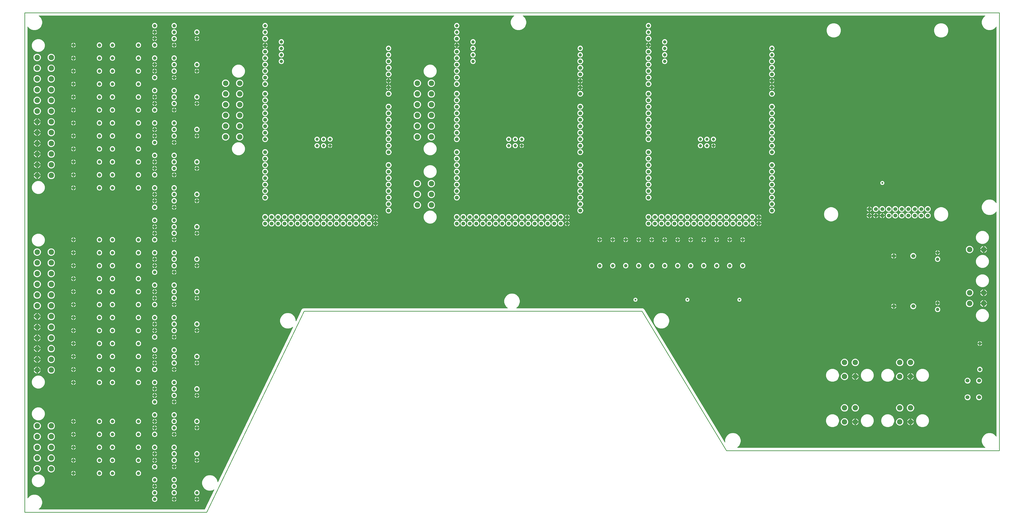
<source format=gbr>
G04 EAGLE Gerber X2 export*
G75*
%MOIN*%
%FSLAX34Y34*%
%LPD*%
%AMOC8*
5,1,8,0,0,1.08239X$1,22.5*%
G01*
%ADD10C,0.059370*%
%ADD11C,0.051496*%
%ADD12C,0.047559*%
%ADD13C,0.082677*%
%ADD14C,0.052000*%
%ADD15C,0.060000*%
%ADD16C,0.031000*%
%ADD17C,0.010000*%

G36*
X27699Y431D02*
X27699Y431D01*
X27705Y432D01*
X27711Y432D01*
X27717Y435D01*
X27723Y437D01*
X27728Y441D01*
X27733Y444D01*
X27733Y445D01*
X27741Y454D01*
X27742Y457D01*
X27743Y459D01*
X29173Y3413D01*
X29174Y3416D01*
X29176Y3420D01*
X29176Y3422D01*
X29177Y3424D01*
X29177Y3428D01*
X29178Y3432D01*
X29177Y3434D01*
X29178Y3437D01*
X29177Y3441D01*
X29176Y3445D01*
X29176Y3447D01*
X29175Y3449D01*
X29174Y3453D01*
X29172Y3456D01*
X29171Y3458D01*
X29170Y3460D01*
X29167Y3463D01*
X29165Y3467D01*
X29164Y3468D01*
X29162Y3470D01*
X29159Y3472D01*
X29156Y3475D01*
X29154Y3476D01*
X29152Y3477D01*
X29148Y3479D01*
X29145Y3480D01*
X29143Y3481D01*
X29141Y3482D01*
X29137Y3482D01*
X29133Y3483D01*
X29130Y3483D01*
X29128Y3483D01*
X29124Y3483D01*
X29120Y3483D01*
X29119Y3482D01*
X29116Y3482D01*
X29104Y3477D01*
X28959Y3393D01*
X28656Y3312D01*
X28344Y3312D01*
X28041Y3393D01*
X27770Y3549D01*
X27549Y3770D01*
X27393Y4041D01*
X27312Y4344D01*
X27312Y4656D01*
X27393Y4959D01*
X27549Y5230D01*
X27770Y5451D01*
X28041Y5607D01*
X28344Y5688D01*
X28656Y5688D01*
X28959Y5607D01*
X29230Y5451D01*
X29451Y5230D01*
X29607Y4959D01*
X29685Y4669D01*
X29685Y4668D01*
X29685Y4667D01*
X29687Y4662D01*
X29689Y4658D01*
X29690Y4657D01*
X29691Y4656D01*
X29694Y4652D01*
X29697Y4648D01*
X29698Y4647D01*
X29698Y4646D01*
X29703Y4643D01*
X29707Y4640D01*
X29708Y4640D01*
X29709Y4639D01*
X29713Y4637D01*
X29718Y4635D01*
X29719Y4635D01*
X29720Y4634D01*
X29725Y4634D01*
X29730Y4633D01*
X29731Y4633D01*
X29732Y4633D01*
X29737Y4633D01*
X29743Y4634D01*
X29744Y4634D01*
X29745Y4634D01*
X29749Y4636D01*
X29754Y4638D01*
X29755Y4639D01*
X29756Y4639D01*
X29760Y4642D01*
X29765Y4645D01*
X29765Y4646D01*
X29766Y4646D01*
X29768Y4648D01*
X29773Y4654D01*
X29775Y4659D01*
X29777Y4661D01*
X41308Y28492D01*
X41309Y28496D01*
X41311Y28500D01*
X41311Y28502D01*
X41312Y28504D01*
X41312Y28508D01*
X41313Y28513D01*
X41313Y28515D01*
X41313Y28517D01*
X41312Y28521D01*
X41312Y28525D01*
X41311Y28527D01*
X41311Y28529D01*
X41309Y28533D01*
X41307Y28537D01*
X41306Y28538D01*
X41305Y28540D01*
X41303Y28543D01*
X41300Y28547D01*
X41299Y28548D01*
X41298Y28550D01*
X41294Y28552D01*
X41291Y28555D01*
X41289Y28556D01*
X41288Y28557D01*
X41284Y28559D01*
X41280Y28560D01*
X41278Y28561D01*
X41276Y28562D01*
X41272Y28562D01*
X41268Y28563D01*
X41266Y28563D01*
X41264Y28563D01*
X41259Y28563D01*
X41255Y28562D01*
X41253Y28562D01*
X41251Y28561D01*
X41247Y28560D01*
X41243Y28559D01*
X41242Y28558D01*
X41240Y28557D01*
X41230Y28549D01*
X40959Y28393D01*
X40656Y28312D01*
X40344Y28312D01*
X40041Y28393D01*
X39770Y28549D01*
X39549Y28770D01*
X39393Y29041D01*
X39312Y29344D01*
X39312Y29656D01*
X39393Y29959D01*
X39549Y30230D01*
X39770Y30451D01*
X40041Y30607D01*
X40344Y30688D01*
X40656Y30688D01*
X40959Y30607D01*
X41230Y30451D01*
X41451Y30230D01*
X41607Y29959D01*
X41688Y29656D01*
X41688Y29493D01*
X41688Y29491D01*
X41688Y29490D01*
X41689Y29485D01*
X41690Y29480D01*
X41690Y29479D01*
X41690Y29478D01*
X41693Y29473D01*
X41694Y29469D01*
X41695Y29468D01*
X41696Y29466D01*
X41699Y29463D01*
X41702Y29459D01*
X41703Y29458D01*
X41704Y29457D01*
X41708Y29454D01*
X41711Y29451D01*
X41713Y29450D01*
X41714Y29450D01*
X41718Y29448D01*
X41723Y29446D01*
X41724Y29445D01*
X41725Y29445D01*
X41730Y29444D01*
X41735Y29443D01*
X41736Y29444D01*
X41738Y29443D01*
X41742Y29444D01*
X41747Y29444D01*
X41749Y29445D01*
X41750Y29445D01*
X41754Y29447D01*
X41759Y29448D01*
X41760Y29449D01*
X41761Y29450D01*
X41765Y29453D01*
X41769Y29455D01*
X41770Y29456D01*
X41771Y29457D01*
X41773Y29459D01*
X41778Y29464D01*
X41780Y29469D01*
X41782Y29471D01*
X42606Y31175D01*
X42607Y31177D01*
X42607Y31178D01*
X42635Y31244D01*
X42638Y31247D01*
X42646Y31257D01*
X42647Y31259D01*
X42648Y31261D01*
X42650Y31265D01*
X42703Y31312D01*
X42704Y31314D01*
X42705Y31314D01*
X42756Y31365D01*
X42760Y31367D01*
X42771Y31373D01*
X42773Y31375D01*
X42774Y31376D01*
X42778Y31379D01*
X42845Y31402D01*
X42847Y31403D01*
X42848Y31403D01*
X42914Y31431D01*
X42919Y31431D01*
X42931Y31432D01*
X42934Y31433D01*
X42935Y31433D01*
X42939Y31435D01*
X43011Y31431D01*
X43013Y31431D01*
X43014Y31431D01*
X74292Y31431D01*
X74298Y31431D01*
X74303Y31432D01*
X74304Y31432D01*
X74310Y31434D01*
X74315Y31437D01*
X74316Y31437D01*
X74320Y31440D01*
X74325Y31444D01*
X74326Y31444D01*
X74329Y31449D01*
X74333Y31453D01*
X74333Y31454D01*
X74334Y31454D01*
X74336Y31459D01*
X74339Y31464D01*
X74339Y31465D01*
X74340Y31471D01*
X74341Y31477D01*
X74341Y31483D01*
X74340Y31489D01*
X74340Y31490D01*
X74338Y31495D01*
X74337Y31501D01*
X74336Y31501D01*
X74336Y31502D01*
X74333Y31506D01*
X74330Y31511D01*
X74330Y31512D01*
X74329Y31512D01*
X74320Y31520D01*
X74318Y31522D01*
X74317Y31523D01*
X74270Y31549D01*
X74049Y31770D01*
X73893Y32041D01*
X73812Y32344D01*
X73812Y32656D01*
X73893Y32959D01*
X74049Y33230D01*
X74270Y33451D01*
X74541Y33607D01*
X74844Y33688D01*
X75156Y33688D01*
X75459Y33607D01*
X75730Y33451D01*
X75951Y33230D01*
X76107Y32959D01*
X76188Y32656D01*
X76188Y32344D01*
X76107Y32041D01*
X75951Y31770D01*
X75730Y31549D01*
X75683Y31523D01*
X75679Y31519D01*
X75674Y31516D01*
X75674Y31515D01*
X75670Y31511D01*
X75666Y31506D01*
X75666Y31505D01*
X75664Y31500D01*
X75661Y31495D01*
X75661Y31494D01*
X75660Y31488D01*
X75659Y31483D01*
X75659Y31482D01*
X75659Y31476D01*
X75660Y31470D01*
X75660Y31469D01*
X75662Y31464D01*
X75664Y31458D01*
X75667Y31453D01*
X75671Y31448D01*
X75671Y31447D01*
X75676Y31444D01*
X75680Y31440D01*
X75680Y31439D01*
X75681Y31439D01*
X75686Y31437D01*
X75691Y31434D01*
X75692Y31434D01*
X75704Y31431D01*
X75706Y31431D01*
X75708Y31431D01*
X94964Y31431D01*
X94969Y31431D01*
X94971Y31431D01*
X95020Y31439D01*
X95046Y31432D01*
X95057Y31431D01*
X95058Y31431D01*
X95086Y31431D01*
X95131Y31412D01*
X95136Y31411D01*
X95138Y31410D01*
X95186Y31398D01*
X95208Y31381D01*
X95218Y31376D01*
X95219Y31376D01*
X95244Y31365D01*
X95279Y31330D01*
X95283Y31327D01*
X95285Y31325D01*
X95324Y31296D01*
X95338Y31273D01*
X95345Y31264D01*
X95346Y31263D01*
X95365Y31244D01*
X95384Y31198D01*
X95387Y31194D01*
X95387Y31192D01*
X107729Y10781D01*
X107732Y10777D01*
X107735Y10773D01*
X107736Y10772D01*
X107741Y10768D01*
X107745Y10765D01*
X107746Y10765D01*
X107746Y10764D01*
X107751Y10762D01*
X107756Y10760D01*
X107757Y10760D01*
X107758Y10759D01*
X107763Y10759D01*
X107769Y10758D01*
X107770Y10758D01*
X107775Y10758D01*
X107781Y10759D01*
X107782Y10759D01*
X107787Y10761D01*
X107793Y10763D01*
X107794Y10764D01*
X107798Y10767D01*
X107803Y10770D01*
X107804Y10771D01*
X107808Y10775D01*
X107811Y10779D01*
X107812Y10780D01*
X107814Y10785D01*
X107817Y10790D01*
X107817Y10791D01*
X107818Y10797D01*
X107820Y10802D01*
X107820Y10803D01*
X107820Y10804D01*
X107819Y10816D01*
X107818Y10818D01*
X107818Y10820D01*
X107812Y10844D01*
X107812Y11156D01*
X107893Y11459D01*
X108049Y11730D01*
X108270Y11951D01*
X108541Y12107D01*
X108844Y12188D01*
X109156Y12188D01*
X109459Y12107D01*
X109730Y11951D01*
X109951Y11730D01*
X110107Y11459D01*
X110188Y11156D01*
X110188Y10844D01*
X110107Y10541D01*
X109951Y10270D01*
X109730Y10049D01*
X109683Y10023D01*
X109679Y10019D01*
X109674Y10016D01*
X109674Y10015D01*
X109670Y10011D01*
X109666Y10006D01*
X109666Y10005D01*
X109664Y10000D01*
X109661Y9995D01*
X109661Y9994D01*
X109660Y9988D01*
X109659Y9983D01*
X109659Y9982D01*
X109659Y9976D01*
X109660Y9970D01*
X109660Y9969D01*
X109662Y9964D01*
X109664Y9958D01*
X109667Y9953D01*
X109671Y9948D01*
X109671Y9947D01*
X109676Y9944D01*
X109680Y9940D01*
X109680Y9939D01*
X109681Y9939D01*
X109686Y9937D01*
X109691Y9934D01*
X109692Y9934D01*
X109704Y9931D01*
X109706Y9931D01*
X109708Y9931D01*
X147792Y9931D01*
X147798Y9931D01*
X147803Y9932D01*
X147804Y9932D01*
X147810Y9934D01*
X147815Y9937D01*
X147816Y9937D01*
X147820Y9940D01*
X147825Y9944D01*
X147826Y9944D01*
X147829Y9949D01*
X147833Y9953D01*
X147833Y9954D01*
X147834Y9954D01*
X147836Y9959D01*
X147839Y9964D01*
X147839Y9965D01*
X147840Y9971D01*
X147841Y9977D01*
X147841Y9983D01*
X147840Y9989D01*
X147840Y9990D01*
X147838Y9995D01*
X147837Y10001D01*
X147836Y10001D01*
X147836Y10002D01*
X147833Y10006D01*
X147830Y10011D01*
X147830Y10012D01*
X147829Y10012D01*
X147820Y10020D01*
X147818Y10022D01*
X147817Y10023D01*
X147770Y10049D01*
X147549Y10270D01*
X147393Y10541D01*
X147312Y10844D01*
X147312Y11156D01*
X147393Y11459D01*
X147549Y11730D01*
X147770Y11951D01*
X148041Y12107D01*
X148344Y12188D01*
X148656Y12188D01*
X148959Y12107D01*
X149230Y11951D01*
X149451Y11730D01*
X149477Y11683D01*
X149481Y11679D01*
X149482Y11677D01*
X149483Y11676D01*
X149484Y11674D01*
X149485Y11674D01*
X149489Y11670D01*
X149494Y11666D01*
X149495Y11666D01*
X149500Y11664D01*
X149505Y11661D01*
X149506Y11661D01*
X149512Y11660D01*
X149517Y11659D01*
X149518Y11659D01*
X149524Y11659D01*
X149530Y11660D01*
X149531Y11660D01*
X149536Y11662D01*
X149542Y11664D01*
X149547Y11667D01*
X149552Y11671D01*
X149553Y11671D01*
X149556Y11676D01*
X149560Y11680D01*
X149561Y11680D01*
X149561Y11681D01*
X149563Y11686D01*
X149566Y11691D01*
X149566Y11692D01*
X149567Y11694D01*
X149567Y11695D01*
X149569Y11704D01*
X149569Y11705D01*
X149569Y11706D01*
X149569Y11707D01*
X149569Y11708D01*
X149569Y46292D01*
X149569Y46298D01*
X149568Y46303D01*
X149568Y46304D01*
X149566Y46310D01*
X149563Y46315D01*
X149563Y46316D01*
X149560Y46320D01*
X149556Y46325D01*
X149556Y46326D01*
X149551Y46329D01*
X149547Y46333D01*
X149546Y46333D01*
X149546Y46334D01*
X149541Y46336D01*
X149536Y46339D01*
X149535Y46339D01*
X149529Y46340D01*
X149523Y46341D01*
X149517Y46341D01*
X149511Y46340D01*
X149510Y46340D01*
X149505Y46338D01*
X149499Y46337D01*
X149499Y46336D01*
X149498Y46336D01*
X149494Y46333D01*
X149489Y46330D01*
X149488Y46330D01*
X149488Y46329D01*
X149480Y46320D01*
X149478Y46318D01*
X149477Y46317D01*
X149451Y46270D01*
X149230Y46049D01*
X148959Y45893D01*
X148656Y45812D01*
X148344Y45812D01*
X148041Y45893D01*
X147770Y46049D01*
X147549Y46270D01*
X147393Y46541D01*
X147312Y46844D01*
X147312Y47156D01*
X147393Y47459D01*
X147549Y47730D01*
X147770Y47951D01*
X148041Y48107D01*
X148344Y48188D01*
X148656Y48188D01*
X148959Y48107D01*
X149230Y47951D01*
X149451Y47730D01*
X149477Y47683D01*
X149481Y47679D01*
X149484Y47674D01*
X149485Y47674D01*
X149489Y47670D01*
X149494Y47666D01*
X149495Y47666D01*
X149500Y47664D01*
X149505Y47661D01*
X149506Y47661D01*
X149512Y47660D01*
X149517Y47659D01*
X149518Y47659D01*
X149524Y47659D01*
X149530Y47660D01*
X149531Y47660D01*
X149536Y47662D01*
X149542Y47664D01*
X149547Y47667D01*
X149552Y47671D01*
X149553Y47671D01*
X149556Y47676D01*
X149560Y47680D01*
X149561Y47680D01*
X149561Y47681D01*
X149563Y47686D01*
X149566Y47691D01*
X149566Y47692D01*
X149569Y47704D01*
X149569Y47706D01*
X149569Y47708D01*
X149569Y74792D01*
X149569Y74798D01*
X149568Y74803D01*
X149568Y74804D01*
X149566Y74810D01*
X149563Y74815D01*
X149563Y74816D01*
X149560Y74820D01*
X149556Y74825D01*
X149556Y74826D01*
X149551Y74829D01*
X149547Y74833D01*
X149546Y74833D01*
X149546Y74834D01*
X149541Y74836D01*
X149536Y74839D01*
X149535Y74839D01*
X149529Y74840D01*
X149523Y74841D01*
X149517Y74841D01*
X149511Y74840D01*
X149510Y74840D01*
X149505Y74838D01*
X149499Y74837D01*
X149499Y74836D01*
X149498Y74836D01*
X149494Y74833D01*
X149489Y74830D01*
X149488Y74830D01*
X149488Y74829D01*
X149480Y74820D01*
X149478Y74818D01*
X149477Y74817D01*
X149451Y74770D01*
X149230Y74549D01*
X148959Y74393D01*
X148656Y74312D01*
X148344Y74312D01*
X148041Y74393D01*
X147770Y74549D01*
X147549Y74770D01*
X147393Y75041D01*
X147312Y75344D01*
X147312Y75656D01*
X147393Y75959D01*
X147549Y76230D01*
X147770Y76451D01*
X147817Y76477D01*
X147821Y76481D01*
X147826Y76484D01*
X147826Y76485D01*
X147830Y76489D01*
X147834Y76494D01*
X147834Y76495D01*
X147836Y76500D01*
X147839Y76505D01*
X147839Y76506D01*
X147840Y76512D01*
X147841Y76517D01*
X147841Y76518D01*
X147841Y76524D01*
X147840Y76530D01*
X147840Y76531D01*
X147838Y76536D01*
X147836Y76542D01*
X147833Y76547D01*
X147829Y76552D01*
X147829Y76553D01*
X147824Y76556D01*
X147820Y76560D01*
X147820Y76561D01*
X147819Y76561D01*
X147814Y76563D01*
X147809Y76566D01*
X147808Y76566D01*
X147796Y76569D01*
X147794Y76569D01*
X147792Y76569D01*
X76708Y76569D01*
X76702Y76569D01*
X76697Y76568D01*
X76696Y76568D01*
X76690Y76566D01*
X76685Y76563D01*
X76684Y76563D01*
X76680Y76560D01*
X76675Y76556D01*
X76674Y76556D01*
X76671Y76551D01*
X76667Y76547D01*
X76667Y76546D01*
X76666Y76546D01*
X76664Y76541D01*
X76661Y76536D01*
X76661Y76535D01*
X76660Y76529D01*
X76659Y76523D01*
X76659Y76517D01*
X76660Y76511D01*
X76660Y76510D01*
X76662Y76505D01*
X76663Y76499D01*
X76664Y76499D01*
X76664Y76498D01*
X76667Y76494D01*
X76670Y76489D01*
X76670Y76488D01*
X76671Y76488D01*
X76680Y76480D01*
X76682Y76478D01*
X76683Y76477D01*
X76730Y76451D01*
X76951Y76230D01*
X77107Y75959D01*
X77188Y75656D01*
X77188Y75344D01*
X77107Y75041D01*
X76951Y74770D01*
X76730Y74549D01*
X76459Y74393D01*
X76156Y74312D01*
X75844Y74312D01*
X75541Y74393D01*
X75270Y74549D01*
X75049Y74770D01*
X74893Y75041D01*
X74812Y75344D01*
X74812Y75656D01*
X74893Y75959D01*
X75049Y76230D01*
X75270Y76451D01*
X75317Y76477D01*
X75321Y76481D01*
X75326Y76484D01*
X75326Y76485D01*
X75330Y76489D01*
X75334Y76494D01*
X75334Y76495D01*
X75336Y76500D01*
X75339Y76505D01*
X75339Y76506D01*
X75340Y76512D01*
X75341Y76517D01*
X75341Y76518D01*
X75341Y76524D01*
X75340Y76530D01*
X75340Y76531D01*
X75338Y76536D01*
X75336Y76542D01*
X75333Y76547D01*
X75329Y76552D01*
X75329Y76553D01*
X75324Y76556D01*
X75320Y76560D01*
X75320Y76561D01*
X75319Y76561D01*
X75314Y76563D01*
X75309Y76566D01*
X75308Y76566D01*
X75296Y76569D01*
X75294Y76569D01*
X75292Y76569D01*
X2208Y76569D01*
X2202Y76569D01*
X2197Y76568D01*
X2196Y76568D01*
X2190Y76566D01*
X2185Y76563D01*
X2184Y76563D01*
X2180Y76560D01*
X2175Y76556D01*
X2174Y76556D01*
X2171Y76551D01*
X2167Y76547D01*
X2167Y76546D01*
X2166Y76546D01*
X2164Y76541D01*
X2161Y76536D01*
X2161Y76535D01*
X2160Y76529D01*
X2159Y76523D01*
X2159Y76517D01*
X2160Y76511D01*
X2160Y76510D01*
X2162Y76505D01*
X2163Y76499D01*
X2164Y76499D01*
X2164Y76498D01*
X2167Y76494D01*
X2170Y76489D01*
X2170Y76488D01*
X2171Y76488D01*
X2180Y76480D01*
X2182Y76478D01*
X2183Y76477D01*
X2230Y76451D01*
X2451Y76230D01*
X2607Y75959D01*
X2688Y75656D01*
X2688Y75344D01*
X2607Y75041D01*
X2451Y74770D01*
X2230Y74549D01*
X1959Y74393D01*
X1656Y74312D01*
X1344Y74312D01*
X1041Y74393D01*
X770Y74549D01*
X549Y74770D01*
X523Y74817D01*
X519Y74821D01*
X516Y74826D01*
X515Y74826D01*
X511Y74830D01*
X506Y74834D01*
X505Y74834D01*
X500Y74836D01*
X495Y74839D01*
X494Y74839D01*
X488Y74840D01*
X483Y74841D01*
X482Y74841D01*
X476Y74841D01*
X470Y74840D01*
X469Y74840D01*
X464Y74838D01*
X458Y74836D01*
X453Y74833D01*
X448Y74829D01*
X447Y74829D01*
X444Y74824D01*
X440Y74820D01*
X439Y74820D01*
X439Y74819D01*
X437Y74814D01*
X434Y74809D01*
X434Y74808D01*
X431Y74796D01*
X431Y74794D01*
X431Y74792D01*
X431Y2208D01*
X431Y2202D01*
X432Y2197D01*
X432Y2196D01*
X434Y2190D01*
X437Y2185D01*
X437Y2184D01*
X440Y2180D01*
X444Y2175D01*
X444Y2174D01*
X449Y2171D01*
X453Y2167D01*
X454Y2167D01*
X454Y2166D01*
X459Y2164D01*
X464Y2161D01*
X465Y2161D01*
X471Y2160D01*
X477Y2159D01*
X483Y2159D01*
X489Y2160D01*
X490Y2160D01*
X495Y2162D01*
X501Y2163D01*
X501Y2164D01*
X502Y2164D01*
X506Y2167D01*
X511Y2170D01*
X512Y2170D01*
X512Y2171D01*
X520Y2180D01*
X522Y2182D01*
X523Y2183D01*
X549Y2230D01*
X770Y2451D01*
X1041Y2607D01*
X1344Y2688D01*
X1656Y2688D01*
X1959Y2607D01*
X2230Y2451D01*
X2451Y2230D01*
X2607Y1959D01*
X2688Y1656D01*
X2688Y1344D01*
X2607Y1041D01*
X2451Y770D01*
X2230Y549D01*
X2183Y523D01*
X2179Y519D01*
X2174Y516D01*
X2174Y515D01*
X2170Y511D01*
X2166Y506D01*
X2166Y505D01*
X2164Y500D01*
X2161Y495D01*
X2161Y494D01*
X2160Y488D01*
X2159Y483D01*
X2159Y482D01*
X2159Y476D01*
X2160Y470D01*
X2160Y469D01*
X2162Y464D01*
X2164Y458D01*
X2167Y453D01*
X2171Y448D01*
X2171Y447D01*
X2176Y444D01*
X2180Y440D01*
X2180Y439D01*
X2181Y439D01*
X2186Y437D01*
X2191Y434D01*
X2192Y434D01*
X2204Y431D01*
X2206Y431D01*
X2208Y431D01*
X27699Y431D01*
X27699Y431D01*
G37*
%LPC*%
G36*
X97844Y28312D02*
X97844Y28312D01*
X97541Y28393D01*
X97270Y28549D01*
X97049Y28770D01*
X96893Y29041D01*
X96812Y29344D01*
X96812Y29656D01*
X96893Y29959D01*
X97049Y30230D01*
X97270Y30451D01*
X97541Y30607D01*
X97844Y30688D01*
X98156Y30688D01*
X98459Y30607D01*
X98730Y30451D01*
X98951Y30230D01*
X99107Y29959D01*
X99188Y29656D01*
X99188Y29344D01*
X99107Y29041D01*
X98951Y28770D01*
X98730Y28549D01*
X98459Y28393D01*
X98156Y28312D01*
X97844Y28312D01*
G37*
%LPD*%
%LPC*%
G36*
X140904Y73178D02*
X140904Y73178D01*
X140627Y73252D01*
X140378Y73396D01*
X140175Y73599D01*
X140032Y73847D01*
X139958Y74124D01*
X139958Y74411D01*
X140032Y74688D01*
X140175Y74937D01*
X140378Y75140D01*
X140627Y75283D01*
X140904Y75357D01*
X141191Y75357D01*
X141468Y75283D01*
X141716Y75140D01*
X141919Y74937D01*
X142063Y74688D01*
X142137Y74411D01*
X142137Y74124D01*
X142063Y73847D01*
X141919Y73599D01*
X141716Y73396D01*
X141468Y73252D01*
X141191Y73178D01*
X140904Y73178D01*
G37*
%LPD*%
%LPC*%
G36*
X124368Y73178D02*
X124368Y73178D01*
X124091Y73252D01*
X123843Y73396D01*
X123640Y73599D01*
X123496Y73847D01*
X123422Y74124D01*
X123422Y74411D01*
X123496Y74688D01*
X123640Y74937D01*
X123843Y75140D01*
X124091Y75283D01*
X124368Y75357D01*
X124655Y75357D01*
X124932Y75283D01*
X125181Y75140D01*
X125384Y74937D01*
X125527Y74688D01*
X125602Y74411D01*
X125602Y74124D01*
X125527Y73847D01*
X125384Y73599D01*
X125181Y73396D01*
X124932Y73252D01*
X124655Y73178D01*
X124368Y73178D01*
G37*
%LPD*%
%LPC*%
G36*
X123975Y44832D02*
X123975Y44832D01*
X123697Y44906D01*
X123449Y45049D01*
X123246Y45252D01*
X123103Y45501D01*
X123028Y45778D01*
X123028Y46065D01*
X123103Y46342D01*
X123246Y46590D01*
X123449Y46793D01*
X123697Y46937D01*
X123975Y47011D01*
X124262Y47011D01*
X124539Y46937D01*
X124787Y46793D01*
X124990Y46590D01*
X125134Y46342D01*
X125208Y46065D01*
X125208Y45778D01*
X125134Y45501D01*
X124990Y45252D01*
X124787Y45049D01*
X124539Y44906D01*
X124262Y44832D01*
X123975Y44832D01*
G37*
%LPD*%
%LPC*%
G36*
X140904Y44832D02*
X140904Y44832D01*
X140627Y44906D01*
X140378Y45049D01*
X140175Y45252D01*
X140032Y45501D01*
X139958Y45778D01*
X139958Y46065D01*
X140032Y46342D01*
X140175Y46590D01*
X140378Y46793D01*
X140627Y46937D01*
X140904Y47011D01*
X141191Y47011D01*
X141468Y46937D01*
X141716Y46793D01*
X141919Y46590D01*
X142063Y46342D01*
X142137Y46065D01*
X142137Y45778D01*
X142063Y45501D01*
X141919Y45252D01*
X141716Y45049D01*
X141468Y44906D01*
X141191Y44832D01*
X140904Y44832D01*
G37*
%LPD*%
%LPC*%
G36*
X1968Y3851D02*
X1968Y3851D01*
X1716Y3919D01*
X1490Y4049D01*
X1305Y4234D01*
X1175Y4460D01*
X1107Y4712D01*
X1107Y4973D01*
X1175Y5225D01*
X1305Y5451D01*
X1490Y5636D01*
X1716Y5766D01*
X1968Y5834D01*
X2229Y5834D01*
X2481Y5766D01*
X2707Y5636D01*
X2892Y5451D01*
X3022Y5225D01*
X3090Y4973D01*
X3090Y4712D01*
X3022Y4460D01*
X2892Y4234D01*
X2707Y4049D01*
X2481Y3919D01*
X2229Y3851D01*
X1968Y3851D01*
G37*
%LPD*%
%LPC*%
G36*
X62271Y51513D02*
X62271Y51513D01*
X62019Y51580D01*
X61793Y51711D01*
X61608Y51895D01*
X61478Y52121D01*
X61410Y52373D01*
X61410Y52634D01*
X61478Y52887D01*
X61608Y53113D01*
X61793Y53297D01*
X62019Y53428D01*
X62271Y53495D01*
X62532Y53495D01*
X62784Y53428D01*
X63010Y53297D01*
X63195Y53113D01*
X63325Y52887D01*
X63393Y52634D01*
X63393Y52373D01*
X63325Y52121D01*
X63195Y51895D01*
X63010Y51711D01*
X62784Y51580D01*
X62532Y51513D01*
X62271Y51513D01*
G37*
%LPD*%
%LPC*%
G36*
X1968Y14166D02*
X1968Y14166D01*
X1716Y14234D01*
X1490Y14364D01*
X1305Y14549D01*
X1175Y14775D01*
X1107Y15027D01*
X1107Y15288D01*
X1175Y15540D01*
X1305Y15766D01*
X1490Y15951D01*
X1716Y16081D01*
X1968Y16149D01*
X2229Y16149D01*
X2481Y16081D01*
X2707Y15951D01*
X2892Y15766D01*
X3022Y15540D01*
X3090Y15288D01*
X3090Y15027D01*
X3022Y14775D01*
X2892Y14549D01*
X2707Y14364D01*
X2481Y14234D01*
X2229Y14166D01*
X1968Y14166D01*
G37*
%LPD*%
%LPC*%
G36*
X147271Y37658D02*
X147271Y37658D01*
X147019Y37726D01*
X146793Y37856D01*
X146608Y38041D01*
X146478Y38267D01*
X146410Y38519D01*
X146410Y38780D01*
X146478Y39032D01*
X146608Y39258D01*
X146793Y39443D01*
X147019Y39573D01*
X147271Y39641D01*
X147532Y39641D01*
X147784Y39573D01*
X148010Y39443D01*
X148195Y39258D01*
X148325Y39032D01*
X148393Y38780D01*
X148393Y38519D01*
X148325Y38267D01*
X148195Y38041D01*
X148010Y37856D01*
X147784Y37726D01*
X147532Y37658D01*
X147271Y37658D01*
G37*
%LPD*%
%LPC*%
G36*
X32771Y66993D02*
X32771Y66993D01*
X32519Y67061D01*
X32293Y67191D01*
X32108Y67376D01*
X31978Y67602D01*
X31910Y67854D01*
X31910Y68115D01*
X31978Y68367D01*
X32108Y68593D01*
X32293Y68777D01*
X32519Y68908D01*
X32771Y68976D01*
X33032Y68976D01*
X33284Y68908D01*
X33510Y68777D01*
X33695Y68593D01*
X33825Y68367D01*
X33893Y68115D01*
X33893Y67854D01*
X33825Y67602D01*
X33695Y67376D01*
X33510Y67191D01*
X33284Y67061D01*
X33032Y66993D01*
X32771Y66993D01*
G37*
%LPD*%
%LPC*%
G36*
X62271Y66993D02*
X62271Y66993D01*
X62019Y67061D01*
X61793Y67191D01*
X61608Y67376D01*
X61478Y67602D01*
X61410Y67854D01*
X61410Y68115D01*
X61478Y68367D01*
X61608Y68593D01*
X61793Y68777D01*
X62019Y68908D01*
X62271Y68976D01*
X62532Y68976D01*
X62784Y68908D01*
X63010Y68777D01*
X63195Y68593D01*
X63325Y68367D01*
X63393Y68115D01*
X63393Y67854D01*
X63325Y67602D01*
X63195Y67376D01*
X63010Y67191D01*
X62784Y67061D01*
X62532Y66993D01*
X62271Y66993D01*
G37*
%LPD*%
%LPC*%
G36*
X147271Y29332D02*
X147271Y29332D01*
X147019Y29399D01*
X146793Y29530D01*
X146608Y29714D01*
X146478Y29940D01*
X146410Y30192D01*
X146410Y30453D01*
X146478Y30705D01*
X146608Y30932D01*
X146793Y31116D01*
X147019Y31247D01*
X147271Y31314D01*
X147532Y31314D01*
X147784Y31247D01*
X148010Y31116D01*
X148195Y30932D01*
X148325Y30705D01*
X148393Y30453D01*
X148393Y30192D01*
X148325Y29940D01*
X148195Y29714D01*
X148010Y29530D01*
X147784Y29399D01*
X147532Y29332D01*
X147271Y29332D01*
G37*
%LPD*%
%LPC*%
G36*
X62271Y55024D02*
X62271Y55024D01*
X62019Y55092D01*
X61793Y55223D01*
X61608Y55407D01*
X61478Y55633D01*
X61410Y55885D01*
X61410Y56146D01*
X61478Y56398D01*
X61608Y56624D01*
X61793Y56809D01*
X62019Y56939D01*
X62271Y57007D01*
X62532Y57007D01*
X62784Y56939D01*
X63010Y56809D01*
X63195Y56624D01*
X63325Y56398D01*
X63393Y56146D01*
X63393Y55885D01*
X63325Y55633D01*
X63195Y55407D01*
X63010Y55223D01*
X62784Y55092D01*
X62532Y55024D01*
X62271Y55024D01*
G37*
%LPD*%
%LPC*%
G36*
X32771Y55024D02*
X32771Y55024D01*
X32519Y55092D01*
X32293Y55223D01*
X32108Y55407D01*
X31978Y55633D01*
X31910Y55885D01*
X31910Y56146D01*
X31978Y56398D01*
X32108Y56624D01*
X32293Y56809D01*
X32519Y56939D01*
X32771Y57007D01*
X33032Y57007D01*
X33284Y56939D01*
X33510Y56809D01*
X33695Y56624D01*
X33825Y56398D01*
X33893Y56146D01*
X33893Y55885D01*
X33825Y55633D01*
X33695Y55407D01*
X33510Y55223D01*
X33284Y55092D01*
X33032Y55024D01*
X32771Y55024D01*
G37*
%LPD*%
%LPC*%
G36*
X147271Y41359D02*
X147271Y41359D01*
X147019Y41427D01*
X146793Y41557D01*
X146608Y41742D01*
X146478Y41968D01*
X146410Y42220D01*
X146410Y42481D01*
X146478Y42733D01*
X146608Y42959D01*
X146793Y43144D01*
X147019Y43274D01*
X147271Y43342D01*
X147532Y43342D01*
X147784Y43274D01*
X148010Y43144D01*
X148195Y42959D01*
X148325Y42733D01*
X148393Y42481D01*
X148393Y42220D01*
X148325Y41968D01*
X148195Y41742D01*
X148010Y41557D01*
X147784Y41427D01*
X147532Y41359D01*
X147271Y41359D01*
G37*
%LPD*%
%LPC*%
G36*
X1968Y49064D02*
X1968Y49064D01*
X1716Y49131D01*
X1490Y49262D01*
X1305Y49446D01*
X1175Y49672D01*
X1107Y49925D01*
X1107Y50186D01*
X1175Y50438D01*
X1305Y50664D01*
X1490Y50848D01*
X1716Y50979D01*
X1968Y51046D01*
X2229Y51046D01*
X2481Y50979D01*
X2707Y50848D01*
X2892Y50664D01*
X3022Y50438D01*
X3090Y50186D01*
X3090Y49925D01*
X3022Y49672D01*
X2892Y49446D01*
X2707Y49262D01*
X2481Y49131D01*
X2229Y49064D01*
X1968Y49064D01*
G37*
%LPD*%
%LPC*%
G36*
X1968Y19064D02*
X1968Y19064D01*
X1716Y19131D01*
X1490Y19262D01*
X1305Y19446D01*
X1175Y19672D01*
X1107Y19925D01*
X1107Y20186D01*
X1175Y20438D01*
X1305Y20664D01*
X1490Y20848D01*
X1716Y20979D01*
X1968Y21046D01*
X2229Y21046D01*
X2481Y20979D01*
X2707Y20848D01*
X2892Y20664D01*
X3022Y20438D01*
X3090Y20186D01*
X3090Y19925D01*
X3022Y19672D01*
X2892Y19446D01*
X2707Y19262D01*
X2481Y19131D01*
X2229Y19064D01*
X1968Y19064D01*
G37*
%LPD*%
%LPC*%
G36*
X62271Y44505D02*
X62271Y44505D01*
X62019Y44572D01*
X61793Y44703D01*
X61608Y44887D01*
X61478Y45113D01*
X61410Y45366D01*
X61410Y45627D01*
X61478Y45879D01*
X61608Y46105D01*
X61793Y46289D01*
X62019Y46420D01*
X62271Y46487D01*
X62532Y46487D01*
X62784Y46420D01*
X63010Y46289D01*
X63195Y46105D01*
X63325Y45879D01*
X63393Y45627D01*
X63393Y45366D01*
X63325Y45113D01*
X63195Y44887D01*
X63010Y44703D01*
X62784Y44572D01*
X62532Y44505D01*
X62271Y44505D01*
G37*
%LPD*%
%LPC*%
G36*
X138047Y13107D02*
X138047Y13107D01*
X137795Y13175D01*
X137568Y13305D01*
X137384Y13490D01*
X137253Y13716D01*
X137186Y13968D01*
X137186Y14229D01*
X137253Y14481D01*
X137384Y14707D01*
X137568Y14892D01*
X137795Y15022D01*
X138047Y15090D01*
X138308Y15090D01*
X138560Y15022D01*
X138786Y14892D01*
X138970Y14707D01*
X139101Y14481D01*
X139168Y14229D01*
X139168Y13968D01*
X139101Y13716D01*
X138970Y13490D01*
X138786Y13305D01*
X138560Y13175D01*
X138308Y13107D01*
X138047Y13107D01*
G37*
%LPD*%
%LPC*%
G36*
X147271Y34686D02*
X147271Y34686D01*
X147019Y34753D01*
X146793Y34884D01*
X146608Y35068D01*
X146478Y35295D01*
X146410Y35547D01*
X146410Y35808D01*
X146478Y36060D01*
X146608Y36286D01*
X146793Y36470D01*
X147019Y36601D01*
X147271Y36668D01*
X147532Y36668D01*
X147784Y36601D01*
X148010Y36470D01*
X148195Y36286D01*
X148325Y36060D01*
X148393Y35808D01*
X148393Y35547D01*
X148325Y35295D01*
X148195Y35068D01*
X148010Y34884D01*
X147784Y34753D01*
X147532Y34686D01*
X147271Y34686D01*
G37*
%LPD*%
%LPC*%
G36*
X132692Y13107D02*
X132692Y13107D01*
X132440Y13175D01*
X132214Y13305D01*
X132030Y13490D01*
X131899Y13716D01*
X131832Y13968D01*
X131832Y14229D01*
X131899Y14481D01*
X132030Y14707D01*
X132214Y14892D01*
X132440Y15022D01*
X132692Y15090D01*
X132953Y15090D01*
X133205Y15022D01*
X133432Y14892D01*
X133616Y14707D01*
X133747Y14481D01*
X133814Y14229D01*
X133814Y13968D01*
X133747Y13716D01*
X133616Y13490D01*
X133432Y13305D01*
X133205Y13175D01*
X132953Y13107D01*
X132692Y13107D01*
G37*
%LPD*%
%LPC*%
G36*
X129547Y13107D02*
X129547Y13107D01*
X129295Y13175D01*
X129068Y13305D01*
X128884Y13490D01*
X128753Y13716D01*
X128686Y13968D01*
X128686Y14229D01*
X128753Y14481D01*
X128884Y14707D01*
X129068Y14892D01*
X129295Y15022D01*
X129547Y15090D01*
X129808Y15090D01*
X130060Y15022D01*
X130286Y14892D01*
X130470Y14707D01*
X130601Y14481D01*
X130668Y14229D01*
X130668Y13968D01*
X130601Y13716D01*
X130470Y13490D01*
X130286Y13305D01*
X130060Y13175D01*
X129808Y13107D01*
X129547Y13107D01*
G37*
%LPD*%
%LPC*%
G36*
X124192Y20107D02*
X124192Y20107D01*
X123940Y20175D01*
X123714Y20305D01*
X123530Y20490D01*
X123399Y20716D01*
X123332Y20968D01*
X123332Y21229D01*
X123399Y21481D01*
X123530Y21707D01*
X123714Y21892D01*
X123940Y22022D01*
X124192Y22090D01*
X124453Y22090D01*
X124705Y22022D01*
X124932Y21892D01*
X125116Y21707D01*
X125247Y21481D01*
X125314Y21229D01*
X125314Y20968D01*
X125247Y20716D01*
X125116Y20490D01*
X124932Y20305D01*
X124705Y20175D01*
X124453Y20107D01*
X124192Y20107D01*
G37*
%LPD*%
%LPC*%
G36*
X129547Y20107D02*
X129547Y20107D01*
X129295Y20175D01*
X129068Y20305D01*
X128884Y20490D01*
X128753Y20716D01*
X128686Y20968D01*
X128686Y21229D01*
X128753Y21481D01*
X128884Y21707D01*
X129068Y21892D01*
X129295Y22022D01*
X129547Y22090D01*
X129808Y22090D01*
X130060Y22022D01*
X130286Y21892D01*
X130470Y21707D01*
X130601Y21481D01*
X130668Y21229D01*
X130668Y20968D01*
X130601Y20716D01*
X130470Y20490D01*
X130286Y20305D01*
X130060Y20175D01*
X129808Y20107D01*
X129547Y20107D01*
G37*
%LPD*%
%LPC*%
G36*
X1968Y70954D02*
X1968Y70954D01*
X1716Y71021D01*
X1490Y71152D01*
X1305Y71336D01*
X1175Y71562D01*
X1107Y71814D01*
X1107Y72075D01*
X1175Y72328D01*
X1305Y72554D01*
X1490Y72738D01*
X1716Y72869D01*
X1968Y72936D01*
X2229Y72936D01*
X2481Y72869D01*
X2707Y72738D01*
X2892Y72554D01*
X3022Y72328D01*
X3090Y72075D01*
X3090Y71814D01*
X3022Y71562D01*
X2892Y71336D01*
X2707Y71152D01*
X2481Y71021D01*
X2229Y70954D01*
X1968Y70954D01*
G37*
%LPD*%
%LPC*%
G36*
X132692Y20107D02*
X132692Y20107D01*
X132440Y20175D01*
X132214Y20305D01*
X132030Y20490D01*
X131899Y20716D01*
X131832Y20968D01*
X131832Y21229D01*
X131899Y21481D01*
X132030Y21707D01*
X132214Y21892D01*
X132440Y22022D01*
X132692Y22090D01*
X132953Y22090D01*
X133205Y22022D01*
X133432Y21892D01*
X133616Y21707D01*
X133747Y21481D01*
X133814Y21229D01*
X133814Y20968D01*
X133747Y20716D01*
X133616Y20490D01*
X133432Y20305D01*
X133205Y20175D01*
X132953Y20107D01*
X132692Y20107D01*
G37*
%LPD*%
%LPC*%
G36*
X138047Y20107D02*
X138047Y20107D01*
X137795Y20175D01*
X137568Y20305D01*
X137384Y20490D01*
X137253Y20716D01*
X137186Y20968D01*
X137186Y21229D01*
X137253Y21481D01*
X137384Y21707D01*
X137568Y21892D01*
X137795Y22022D01*
X138047Y22090D01*
X138308Y22090D01*
X138560Y22022D01*
X138786Y21892D01*
X138970Y21707D01*
X139101Y21481D01*
X139168Y21229D01*
X139168Y20968D01*
X139101Y20716D01*
X138970Y20490D01*
X138786Y20305D01*
X138560Y20175D01*
X138308Y20107D01*
X138047Y20107D01*
G37*
%LPD*%
%LPC*%
G36*
X124192Y13107D02*
X124192Y13107D01*
X123940Y13175D01*
X123714Y13305D01*
X123530Y13490D01*
X123399Y13716D01*
X123332Y13968D01*
X123332Y14229D01*
X123399Y14481D01*
X123530Y14707D01*
X123714Y14892D01*
X123940Y15022D01*
X124192Y15090D01*
X124453Y15090D01*
X124705Y15022D01*
X124932Y14892D01*
X125116Y14707D01*
X125247Y14481D01*
X125314Y14229D01*
X125314Y13968D01*
X125247Y13716D01*
X125116Y13490D01*
X124932Y13305D01*
X124705Y13175D01*
X124453Y13107D01*
X124192Y13107D01*
G37*
%LPD*%
%LPC*%
G36*
X1968Y40954D02*
X1968Y40954D01*
X1716Y41021D01*
X1490Y41152D01*
X1305Y41336D01*
X1175Y41562D01*
X1107Y41814D01*
X1107Y42075D01*
X1175Y42328D01*
X1305Y42554D01*
X1490Y42738D01*
X1716Y42869D01*
X1968Y42936D01*
X2229Y42936D01*
X2481Y42869D01*
X2707Y42738D01*
X2892Y42554D01*
X3022Y42328D01*
X3090Y42075D01*
X3090Y41814D01*
X3022Y41562D01*
X2892Y41336D01*
X2707Y41152D01*
X2481Y41021D01*
X2229Y40954D01*
X1968Y40954D01*
G37*
%LPD*%
%LPC*%
G36*
X30805Y58956D02*
X30805Y58956D01*
X30598Y59041D01*
X30439Y59200D01*
X30353Y59407D01*
X30353Y59632D01*
X30439Y59839D01*
X30598Y59998D01*
X30805Y60084D01*
X31030Y60084D01*
X31237Y59998D01*
X31396Y59839D01*
X31481Y59632D01*
X31481Y59407D01*
X31396Y59200D01*
X31237Y59041D01*
X31030Y58956D01*
X30805Y58956D01*
G37*
%LPD*%
%LPC*%
G36*
X30805Y65570D02*
X30805Y65570D01*
X30598Y65656D01*
X30439Y65814D01*
X30353Y66022D01*
X30353Y66246D01*
X30439Y66453D01*
X30598Y66612D01*
X30805Y66698D01*
X31030Y66698D01*
X31237Y66612D01*
X31396Y66453D01*
X31481Y66246D01*
X31481Y66022D01*
X31396Y65814D01*
X31237Y65656D01*
X31030Y65570D01*
X30805Y65570D01*
G37*
%LPD*%
%LPC*%
G36*
X62470Y65570D02*
X62470Y65570D01*
X62263Y65656D01*
X62104Y65814D01*
X62019Y66022D01*
X62019Y66246D01*
X62104Y66453D01*
X62263Y66612D01*
X62470Y66698D01*
X62695Y66698D01*
X62902Y66612D01*
X63061Y66453D01*
X63147Y66246D01*
X63147Y66022D01*
X63061Y65814D01*
X62902Y65656D01*
X62695Y65570D01*
X62470Y65570D01*
G37*
%LPD*%
%LPC*%
G36*
X32970Y65570D02*
X32970Y65570D01*
X32763Y65656D01*
X32604Y65814D01*
X32519Y66022D01*
X32519Y66246D01*
X32604Y66453D01*
X32763Y66612D01*
X32970Y66698D01*
X33195Y66698D01*
X33402Y66612D01*
X33561Y66453D01*
X33647Y66246D01*
X33647Y66022D01*
X33561Y65814D01*
X33402Y65656D01*
X33195Y65570D01*
X32970Y65570D01*
G37*
%LPD*%
%LPC*%
G36*
X60305Y65570D02*
X60305Y65570D01*
X60098Y65656D01*
X59939Y65814D01*
X59853Y66022D01*
X59853Y66246D01*
X59939Y66453D01*
X60098Y66612D01*
X60305Y66698D01*
X60530Y66698D01*
X60737Y66612D01*
X60896Y66453D01*
X60981Y66246D01*
X60981Y66022D01*
X60896Y65814D01*
X60737Y65656D01*
X60530Y65570D01*
X60305Y65570D01*
G37*
%LPD*%
%LPC*%
G36*
X134561Y15519D02*
X134561Y15519D01*
X134354Y15604D01*
X134195Y15763D01*
X134109Y15970D01*
X134109Y16195D01*
X134195Y16402D01*
X134354Y16561D01*
X134561Y16647D01*
X134785Y16647D01*
X134993Y16561D01*
X135151Y16402D01*
X135237Y16195D01*
X135237Y15970D01*
X135151Y15763D01*
X134993Y15604D01*
X134785Y15519D01*
X134561Y15519D01*
G37*
%LPD*%
%LPC*%
G36*
X60305Y50089D02*
X60305Y50089D01*
X60098Y50175D01*
X59939Y50334D01*
X59853Y50541D01*
X59853Y50766D01*
X59939Y50973D01*
X60098Y51132D01*
X60305Y51218D01*
X60530Y51218D01*
X60737Y51132D01*
X60896Y50973D01*
X60981Y50766D01*
X60981Y50541D01*
X60896Y50334D01*
X60737Y50175D01*
X60530Y50089D01*
X60305Y50089D01*
G37*
%LPD*%
%LPC*%
G36*
X3970Y54648D02*
X3970Y54648D01*
X3763Y54734D01*
X3604Y54893D01*
X3519Y55100D01*
X3519Y55325D01*
X3604Y55532D01*
X3763Y55691D01*
X3970Y55777D01*
X4195Y55777D01*
X4402Y55691D01*
X4561Y55532D01*
X4647Y55325D01*
X4647Y55100D01*
X4561Y54893D01*
X4402Y54734D01*
X4195Y54648D01*
X3970Y54648D01*
G37*
%LPD*%
%LPC*%
G36*
X1805Y64570D02*
X1805Y64570D01*
X1598Y64656D01*
X1439Y64814D01*
X1353Y65022D01*
X1353Y65246D01*
X1439Y65453D01*
X1598Y65612D01*
X1805Y65698D01*
X2030Y65698D01*
X2237Y65612D01*
X2396Y65453D01*
X2481Y65246D01*
X2481Y65022D01*
X2396Y64814D01*
X2237Y64656D01*
X2030Y64570D01*
X1805Y64570D01*
G37*
%LPD*%
%LPC*%
G36*
X127715Y15519D02*
X127715Y15519D01*
X127507Y15604D01*
X127349Y15763D01*
X127263Y15970D01*
X127263Y16195D01*
X127349Y16402D01*
X127507Y16561D01*
X127715Y16647D01*
X127939Y16647D01*
X128146Y16561D01*
X128305Y16402D01*
X128391Y16195D01*
X128391Y15970D01*
X128305Y15763D01*
X128146Y15604D01*
X127939Y15519D01*
X127715Y15519D01*
G37*
%LPD*%
%LPC*%
G36*
X136215Y15519D02*
X136215Y15519D01*
X136007Y15604D01*
X135849Y15763D01*
X135763Y15970D01*
X135763Y16195D01*
X135849Y16402D01*
X136007Y16561D01*
X136215Y16647D01*
X136439Y16647D01*
X136646Y16561D01*
X136805Y16402D01*
X136891Y16195D01*
X136891Y15970D01*
X136805Y15763D01*
X136646Y15604D01*
X136439Y15519D01*
X136215Y15519D01*
G37*
%LPD*%
%LPC*%
G36*
X62470Y46782D02*
X62470Y46782D01*
X62263Y46868D01*
X62104Y47027D01*
X62019Y47234D01*
X62019Y47459D01*
X62104Y47666D01*
X62263Y47825D01*
X62470Y47911D01*
X62695Y47911D01*
X62902Y47825D01*
X63061Y47666D01*
X63147Y47459D01*
X63147Y47234D01*
X63061Y47027D01*
X62902Y46868D01*
X62695Y46782D01*
X62470Y46782D01*
G37*
%LPD*%
%LPC*%
G36*
X60305Y46782D02*
X60305Y46782D01*
X60098Y46868D01*
X59939Y47027D01*
X59853Y47234D01*
X59853Y47459D01*
X59939Y47666D01*
X60098Y47825D01*
X60305Y47911D01*
X60530Y47911D01*
X60737Y47825D01*
X60896Y47666D01*
X60981Y47459D01*
X60981Y47234D01*
X60896Y47027D01*
X60737Y46868D01*
X60530Y46782D01*
X60305Y46782D01*
G37*
%LPD*%
%LPC*%
G36*
X3970Y57956D02*
X3970Y57956D01*
X3763Y58041D01*
X3604Y58200D01*
X3519Y58407D01*
X3519Y58632D01*
X3604Y58839D01*
X3763Y58998D01*
X3970Y59084D01*
X4195Y59084D01*
X4402Y58998D01*
X4561Y58839D01*
X4647Y58632D01*
X4647Y58407D01*
X4561Y58200D01*
X4402Y58041D01*
X4195Y57956D01*
X3970Y57956D01*
G37*
%LPD*%
%LPC*%
G36*
X126061Y15519D02*
X126061Y15519D01*
X125854Y15604D01*
X125695Y15763D01*
X125609Y15970D01*
X125609Y16195D01*
X125695Y16402D01*
X125854Y16561D01*
X126061Y16647D01*
X126285Y16647D01*
X126493Y16561D01*
X126651Y16402D01*
X126737Y16195D01*
X126737Y15970D01*
X126651Y15763D01*
X126493Y15604D01*
X126285Y15519D01*
X126061Y15519D01*
G37*
%LPD*%
%LPC*%
G36*
X62470Y50089D02*
X62470Y50089D01*
X62263Y50175D01*
X62104Y50334D01*
X62019Y50541D01*
X62019Y50766D01*
X62104Y50973D01*
X62263Y51132D01*
X62470Y51218D01*
X62695Y51218D01*
X62902Y51132D01*
X63061Y50973D01*
X63147Y50766D01*
X63147Y50541D01*
X63061Y50334D01*
X62902Y50175D01*
X62695Y50089D01*
X62470Y50089D01*
G37*
%LPD*%
%LPC*%
G36*
X3970Y31263D02*
X3970Y31263D01*
X3763Y31349D01*
X3604Y31507D01*
X3519Y31715D01*
X3519Y31939D01*
X3604Y32146D01*
X3763Y32305D01*
X3970Y32391D01*
X4195Y32391D01*
X4402Y32305D01*
X4561Y32146D01*
X4647Y31939D01*
X4647Y31715D01*
X4561Y31507D01*
X4402Y31349D01*
X4195Y31263D01*
X3970Y31263D01*
G37*
%LPD*%
%LPC*%
G36*
X145305Y31609D02*
X145305Y31609D01*
X145098Y31695D01*
X144939Y31854D01*
X144853Y32061D01*
X144853Y32285D01*
X144939Y32493D01*
X145098Y32651D01*
X145305Y32737D01*
X145530Y32737D01*
X145737Y32651D01*
X145896Y32493D01*
X145981Y32285D01*
X145981Y32061D01*
X145896Y31854D01*
X145737Y31695D01*
X145530Y31609D01*
X145305Y31609D01*
G37*
%LPD*%
%LPC*%
G36*
X1805Y32916D02*
X1805Y32916D01*
X1598Y33002D01*
X1439Y33161D01*
X1353Y33368D01*
X1353Y33593D01*
X1439Y33800D01*
X1598Y33959D01*
X1805Y34044D01*
X2030Y34044D01*
X2237Y33959D01*
X2396Y33800D01*
X2481Y33593D01*
X2481Y33368D01*
X2396Y33161D01*
X2237Y33002D01*
X2030Y32916D01*
X1805Y32916D01*
G37*
%LPD*%
%LPC*%
G36*
X3970Y64570D02*
X3970Y64570D01*
X3763Y64656D01*
X3604Y64814D01*
X3519Y65022D01*
X3519Y65246D01*
X3604Y65453D01*
X3763Y65612D01*
X3970Y65698D01*
X4195Y65698D01*
X4402Y65612D01*
X4561Y65453D01*
X4647Y65246D01*
X4647Y65022D01*
X4561Y64814D01*
X4402Y64656D01*
X4195Y64570D01*
X3970Y64570D01*
G37*
%LPD*%
%LPC*%
G36*
X3970Y32916D02*
X3970Y32916D01*
X3763Y33002D01*
X3604Y33161D01*
X3519Y33368D01*
X3519Y33593D01*
X3604Y33800D01*
X3763Y33959D01*
X3970Y34044D01*
X4195Y34044D01*
X4402Y33959D01*
X4561Y33800D01*
X4647Y33593D01*
X4647Y33368D01*
X4561Y33161D01*
X4402Y33002D01*
X4195Y32916D01*
X3970Y32916D01*
G37*
%LPD*%
%LPC*%
G36*
X145305Y33263D02*
X145305Y33263D01*
X145098Y33349D01*
X144939Y33507D01*
X144853Y33715D01*
X144853Y33939D01*
X144939Y34146D01*
X145098Y34305D01*
X145305Y34391D01*
X145530Y34391D01*
X145737Y34305D01*
X145896Y34146D01*
X145981Y33939D01*
X145981Y33715D01*
X145896Y33507D01*
X145737Y33349D01*
X145530Y33263D01*
X145305Y33263D01*
G37*
%LPD*%
%LPC*%
G36*
X1805Y34570D02*
X1805Y34570D01*
X1598Y34656D01*
X1439Y34814D01*
X1353Y35022D01*
X1353Y35246D01*
X1439Y35453D01*
X1598Y35612D01*
X1805Y35698D01*
X2030Y35698D01*
X2237Y35612D01*
X2396Y35453D01*
X2481Y35246D01*
X2481Y35022D01*
X2396Y34814D01*
X2237Y34656D01*
X2030Y34570D01*
X1805Y34570D01*
G37*
%LPD*%
%LPC*%
G36*
X32970Y57302D02*
X32970Y57302D01*
X32763Y57388D01*
X32604Y57547D01*
X32519Y57754D01*
X32519Y57978D01*
X32604Y58186D01*
X32763Y58344D01*
X32970Y58430D01*
X33195Y58430D01*
X33402Y58344D01*
X33561Y58186D01*
X33647Y57978D01*
X33647Y57754D01*
X33561Y57547D01*
X33402Y57388D01*
X33195Y57302D01*
X32970Y57302D01*
G37*
%LPD*%
%LPC*%
G36*
X62470Y57302D02*
X62470Y57302D01*
X62263Y57388D01*
X62104Y57547D01*
X62019Y57754D01*
X62019Y57978D01*
X62104Y58186D01*
X62263Y58344D01*
X62470Y58430D01*
X62695Y58430D01*
X62902Y58344D01*
X63061Y58186D01*
X63147Y57978D01*
X63147Y57754D01*
X63061Y57547D01*
X62902Y57388D01*
X62695Y57302D01*
X62470Y57302D01*
G37*
%LPD*%
%LPC*%
G36*
X60305Y57302D02*
X60305Y57302D01*
X60098Y57388D01*
X59939Y57547D01*
X59853Y57754D01*
X59853Y57978D01*
X59939Y58186D01*
X60098Y58344D01*
X60305Y58430D01*
X60530Y58430D01*
X60737Y58344D01*
X60896Y58186D01*
X60981Y57978D01*
X60981Y57754D01*
X60896Y57547D01*
X60737Y57388D01*
X60530Y57302D01*
X60305Y57302D01*
G37*
%LPD*%
%LPC*%
G36*
X62470Y63916D02*
X62470Y63916D01*
X62263Y64002D01*
X62104Y64161D01*
X62019Y64368D01*
X62019Y64593D01*
X62104Y64800D01*
X62263Y64959D01*
X62470Y65044D01*
X62695Y65044D01*
X62902Y64959D01*
X63061Y64800D01*
X63147Y64593D01*
X63147Y64368D01*
X63061Y64161D01*
X62902Y64002D01*
X62695Y63916D01*
X62470Y63916D01*
G37*
%LPD*%
%LPC*%
G36*
X60305Y63916D02*
X60305Y63916D01*
X60098Y64002D01*
X59939Y64161D01*
X59853Y64368D01*
X59853Y64593D01*
X59939Y64800D01*
X60098Y64959D01*
X60305Y65044D01*
X60530Y65044D01*
X60737Y64959D01*
X60896Y64800D01*
X60981Y64593D01*
X60981Y64368D01*
X60896Y64161D01*
X60737Y64002D01*
X60530Y63916D01*
X60305Y63916D01*
G37*
%LPD*%
%LPC*%
G36*
X32970Y63916D02*
X32970Y63916D01*
X32763Y64002D01*
X32604Y64161D01*
X32519Y64368D01*
X32519Y64593D01*
X32604Y64800D01*
X32763Y64959D01*
X32970Y65044D01*
X33195Y65044D01*
X33402Y64959D01*
X33561Y64800D01*
X33647Y64593D01*
X33647Y64368D01*
X33561Y64161D01*
X33402Y64002D01*
X33195Y63916D01*
X32970Y63916D01*
G37*
%LPD*%
%LPC*%
G36*
X30805Y63916D02*
X30805Y63916D01*
X30598Y64002D01*
X30439Y64161D01*
X30353Y64368D01*
X30353Y64593D01*
X30439Y64800D01*
X30598Y64959D01*
X30805Y65044D01*
X31030Y65044D01*
X31237Y64959D01*
X31396Y64800D01*
X31481Y64593D01*
X31481Y64368D01*
X31396Y64161D01*
X31237Y64002D01*
X31030Y63916D01*
X30805Y63916D01*
G37*
%LPD*%
%LPC*%
G36*
X30805Y57302D02*
X30805Y57302D01*
X30598Y57388D01*
X30439Y57547D01*
X30353Y57754D01*
X30353Y57978D01*
X30439Y58186D01*
X30598Y58344D01*
X30805Y58430D01*
X31030Y58430D01*
X31237Y58344D01*
X31396Y58186D01*
X31481Y57978D01*
X31481Y57754D01*
X31396Y57547D01*
X31237Y57388D01*
X31030Y57302D01*
X30805Y57302D01*
G37*
%LPD*%
%LPC*%
G36*
X62470Y48436D02*
X62470Y48436D01*
X62263Y48522D01*
X62104Y48680D01*
X62019Y48888D01*
X62019Y49112D01*
X62104Y49320D01*
X62263Y49478D01*
X62470Y49564D01*
X62695Y49564D01*
X62902Y49478D01*
X63061Y49320D01*
X63147Y49112D01*
X63147Y48888D01*
X63061Y48680D01*
X62902Y48522D01*
X62695Y48436D01*
X62470Y48436D01*
G37*
%LPD*%
%LPC*%
G36*
X126061Y20353D02*
X126061Y20353D01*
X125854Y20439D01*
X125695Y20598D01*
X125609Y20805D01*
X125609Y21030D01*
X125695Y21237D01*
X125854Y21396D01*
X126061Y21481D01*
X126285Y21481D01*
X126493Y21396D01*
X126651Y21237D01*
X126737Y21030D01*
X126737Y20805D01*
X126651Y20598D01*
X126493Y20439D01*
X126285Y20353D01*
X126061Y20353D01*
G37*
%LPD*%
%LPC*%
G36*
X134561Y20353D02*
X134561Y20353D01*
X134354Y20439D01*
X134195Y20598D01*
X134109Y20805D01*
X134109Y21030D01*
X134195Y21237D01*
X134354Y21396D01*
X134561Y21481D01*
X134785Y21481D01*
X134993Y21396D01*
X135151Y21237D01*
X135237Y21030D01*
X135237Y20805D01*
X135151Y20598D01*
X134993Y20439D01*
X134785Y20353D01*
X134561Y20353D01*
G37*
%LPD*%
%LPC*%
G36*
X3970Y21341D02*
X3970Y21341D01*
X3763Y21427D01*
X3604Y21586D01*
X3519Y21793D01*
X3519Y22018D01*
X3604Y22225D01*
X3763Y22384D01*
X3970Y22470D01*
X4195Y22470D01*
X4402Y22384D01*
X4561Y22225D01*
X4647Y22018D01*
X4647Y21793D01*
X4561Y21586D01*
X4402Y21427D01*
X4195Y21341D01*
X3970Y21341D01*
G37*
%LPD*%
%LPC*%
G36*
X126061Y22519D02*
X126061Y22519D01*
X125854Y22604D01*
X125695Y22763D01*
X125609Y22970D01*
X125609Y23195D01*
X125695Y23402D01*
X125854Y23561D01*
X126061Y23647D01*
X126285Y23647D01*
X126493Y23561D01*
X126651Y23402D01*
X126737Y23195D01*
X126737Y22970D01*
X126651Y22763D01*
X126493Y22604D01*
X126285Y22519D01*
X126061Y22519D01*
G37*
%LPD*%
%LPC*%
G36*
X3970Y51341D02*
X3970Y51341D01*
X3763Y51427D01*
X3604Y51586D01*
X3519Y51793D01*
X3519Y52018D01*
X3604Y52225D01*
X3763Y52384D01*
X3970Y52470D01*
X4195Y52470D01*
X4402Y52384D01*
X4561Y52225D01*
X4647Y52018D01*
X4647Y51793D01*
X4561Y51586D01*
X4402Y51427D01*
X4195Y51341D01*
X3970Y51341D01*
G37*
%LPD*%
%LPC*%
G36*
X3970Y62916D02*
X3970Y62916D01*
X3763Y63002D01*
X3604Y63161D01*
X3519Y63368D01*
X3519Y63593D01*
X3604Y63800D01*
X3763Y63959D01*
X3970Y64044D01*
X4195Y64044D01*
X4402Y63959D01*
X4561Y63800D01*
X4647Y63593D01*
X4647Y63368D01*
X4561Y63161D01*
X4402Y63002D01*
X4195Y62916D01*
X3970Y62916D01*
G37*
%LPD*%
%LPC*%
G36*
X1805Y62916D02*
X1805Y62916D01*
X1598Y63002D01*
X1439Y63161D01*
X1353Y63368D01*
X1353Y63593D01*
X1439Y63800D01*
X1598Y63959D01*
X1805Y64044D01*
X2030Y64044D01*
X2237Y63959D01*
X2396Y63800D01*
X2481Y63593D01*
X2481Y63368D01*
X2396Y63161D01*
X2237Y63002D01*
X2030Y62916D01*
X1805Y62916D01*
G37*
%LPD*%
%LPC*%
G36*
X3970Y52995D02*
X3970Y52995D01*
X3763Y53081D01*
X3604Y53239D01*
X3519Y53447D01*
X3519Y53671D01*
X3604Y53879D01*
X3763Y54037D01*
X3970Y54123D01*
X4195Y54123D01*
X4402Y54037D01*
X4561Y53879D01*
X4647Y53671D01*
X4647Y53447D01*
X4561Y53239D01*
X4402Y53081D01*
X4195Y52995D01*
X3970Y52995D01*
G37*
%LPD*%
%LPC*%
G36*
X3970Y34570D02*
X3970Y34570D01*
X3763Y34656D01*
X3604Y34814D01*
X3519Y35022D01*
X3519Y35246D01*
X3604Y35453D01*
X3763Y35612D01*
X3970Y35698D01*
X4195Y35698D01*
X4402Y35612D01*
X4561Y35453D01*
X4647Y35246D01*
X4647Y35022D01*
X4561Y34814D01*
X4402Y34656D01*
X4195Y34570D01*
X3970Y34570D01*
G37*
%LPD*%
%LPC*%
G36*
X60305Y58956D02*
X60305Y58956D01*
X60098Y59041D01*
X59939Y59200D01*
X59853Y59407D01*
X59853Y59632D01*
X59939Y59839D01*
X60098Y59998D01*
X60305Y60084D01*
X60530Y60084D01*
X60737Y59998D01*
X60896Y59839D01*
X60981Y59632D01*
X60981Y59407D01*
X60896Y59200D01*
X60737Y59041D01*
X60530Y58956D01*
X60305Y58956D01*
G37*
%LPD*%
%LPC*%
G36*
X3970Y69530D02*
X3970Y69530D01*
X3763Y69616D01*
X3604Y69775D01*
X3519Y69982D01*
X3519Y70207D01*
X3604Y70414D01*
X3763Y70573D01*
X3970Y70659D01*
X4195Y70659D01*
X4402Y70573D01*
X4561Y70414D01*
X4647Y70207D01*
X4647Y69982D01*
X4561Y69775D01*
X4402Y69616D01*
X4195Y69530D01*
X3970Y69530D01*
G37*
%LPD*%
%LPC*%
G36*
X1805Y69530D02*
X1805Y69530D01*
X1598Y69616D01*
X1439Y69775D01*
X1353Y69982D01*
X1353Y70207D01*
X1439Y70414D01*
X1598Y70573D01*
X1805Y70659D01*
X2030Y70659D01*
X2237Y70573D01*
X2396Y70414D01*
X2481Y70207D01*
X2481Y69982D01*
X2396Y69775D01*
X2237Y69616D01*
X2030Y69530D01*
X1805Y69530D01*
G37*
%LPD*%
%LPC*%
G36*
X60305Y62263D02*
X60305Y62263D01*
X60098Y62349D01*
X59939Y62507D01*
X59853Y62715D01*
X59853Y62939D01*
X59939Y63146D01*
X60098Y63305D01*
X60305Y63391D01*
X60530Y63391D01*
X60737Y63305D01*
X60896Y63146D01*
X60981Y62939D01*
X60981Y62715D01*
X60896Y62507D01*
X60737Y62349D01*
X60530Y62263D01*
X60305Y62263D01*
G37*
%LPD*%
%LPC*%
G36*
X62470Y62263D02*
X62470Y62263D01*
X62263Y62349D01*
X62104Y62507D01*
X62019Y62715D01*
X62019Y62939D01*
X62104Y63146D01*
X62263Y63305D01*
X62470Y63391D01*
X62695Y63391D01*
X62902Y63305D01*
X63061Y63146D01*
X63147Y62939D01*
X63147Y62715D01*
X63061Y62507D01*
X62902Y62349D01*
X62695Y62263D01*
X62470Y62263D01*
G37*
%LPD*%
%LPC*%
G36*
X30805Y62263D02*
X30805Y62263D01*
X30598Y62349D01*
X30439Y62507D01*
X30353Y62715D01*
X30353Y62939D01*
X30439Y63146D01*
X30598Y63305D01*
X30805Y63391D01*
X31030Y63391D01*
X31237Y63305D01*
X31396Y63146D01*
X31481Y62939D01*
X31481Y62715D01*
X31396Y62507D01*
X31237Y62349D01*
X31030Y62263D01*
X30805Y62263D01*
G37*
%LPD*%
%LPC*%
G36*
X32970Y62263D02*
X32970Y62263D01*
X32763Y62349D01*
X32604Y62507D01*
X32519Y62715D01*
X32519Y62939D01*
X32604Y63146D01*
X32763Y63305D01*
X32970Y63391D01*
X33195Y63391D01*
X33402Y63305D01*
X33561Y63146D01*
X33647Y62939D01*
X33647Y62715D01*
X33561Y62507D01*
X33402Y62349D01*
X33195Y62263D01*
X32970Y62263D01*
G37*
%LPD*%
%LPC*%
G36*
X60305Y48436D02*
X60305Y48436D01*
X60098Y48522D01*
X59939Y48680D01*
X59853Y48888D01*
X59853Y49112D01*
X59939Y49320D01*
X60098Y49478D01*
X60305Y49564D01*
X60530Y49564D01*
X60737Y49478D01*
X60896Y49320D01*
X60981Y49112D01*
X60981Y48888D01*
X60896Y48680D01*
X60737Y48522D01*
X60530Y48436D01*
X60305Y48436D01*
G37*
%LPD*%
%LPC*%
G36*
X1805Y36223D02*
X1805Y36223D01*
X1598Y36309D01*
X1439Y36468D01*
X1353Y36675D01*
X1353Y36900D01*
X1439Y37107D01*
X1598Y37266D01*
X1805Y37352D01*
X2030Y37352D01*
X2237Y37266D01*
X2396Y37107D01*
X2481Y36900D01*
X2481Y36675D01*
X2396Y36468D01*
X2237Y36309D01*
X2030Y36223D01*
X1805Y36223D01*
G37*
%LPD*%
%LPC*%
G36*
X3970Y36223D02*
X3970Y36223D01*
X3763Y36309D01*
X3604Y36468D01*
X3519Y36675D01*
X3519Y36900D01*
X3604Y37107D01*
X3763Y37266D01*
X3970Y37352D01*
X4195Y37352D01*
X4402Y37266D01*
X4561Y37107D01*
X4647Y36900D01*
X4647Y36675D01*
X4561Y36468D01*
X4402Y36309D01*
X4195Y36223D01*
X3970Y36223D01*
G37*
%LPD*%
%LPC*%
G36*
X1805Y37877D02*
X1805Y37877D01*
X1598Y37963D01*
X1439Y38121D01*
X1353Y38329D01*
X1353Y38553D01*
X1439Y38760D01*
X1598Y38919D01*
X1805Y39005D01*
X2030Y39005D01*
X2237Y38919D01*
X2396Y38760D01*
X2481Y38553D01*
X2481Y38329D01*
X2396Y38121D01*
X2237Y37963D01*
X2030Y37877D01*
X1805Y37877D01*
G37*
%LPD*%
%LPC*%
G36*
X3970Y37877D02*
X3970Y37877D01*
X3763Y37963D01*
X3604Y38121D01*
X3519Y38329D01*
X3519Y38553D01*
X3604Y38760D01*
X3763Y38919D01*
X3970Y39005D01*
X4195Y39005D01*
X4402Y38919D01*
X4561Y38760D01*
X4647Y38553D01*
X4647Y38329D01*
X4561Y38121D01*
X4402Y37963D01*
X4195Y37877D01*
X3970Y37877D01*
G37*
%LPD*%
%LPC*%
G36*
X1805Y6129D02*
X1805Y6129D01*
X1598Y6215D01*
X1439Y6373D01*
X1353Y6581D01*
X1353Y6805D01*
X1439Y7012D01*
X1598Y7171D01*
X1805Y7257D01*
X2030Y7257D01*
X2237Y7171D01*
X2396Y7012D01*
X2481Y6805D01*
X2481Y6581D01*
X2396Y6373D01*
X2237Y6215D01*
X2030Y6129D01*
X1805Y6129D01*
G37*
%LPD*%
%LPC*%
G36*
X3970Y6129D02*
X3970Y6129D01*
X3763Y6215D01*
X3604Y6373D01*
X3519Y6581D01*
X3519Y6805D01*
X3604Y7012D01*
X3763Y7171D01*
X3970Y7257D01*
X4195Y7257D01*
X4402Y7171D01*
X4561Y7012D01*
X4647Y6805D01*
X4647Y6581D01*
X4561Y6373D01*
X4402Y6215D01*
X4195Y6129D01*
X3970Y6129D01*
G37*
%LPD*%
%LPC*%
G36*
X1805Y7782D02*
X1805Y7782D01*
X1598Y7868D01*
X1439Y8027D01*
X1353Y8234D01*
X1353Y8459D01*
X1439Y8666D01*
X1598Y8825D01*
X1805Y8911D01*
X2030Y8911D01*
X2237Y8825D01*
X2396Y8666D01*
X2481Y8459D01*
X2481Y8234D01*
X2396Y8027D01*
X2237Y7868D01*
X2030Y7782D01*
X1805Y7782D01*
G37*
%LPD*%
%LPC*%
G36*
X3970Y7782D02*
X3970Y7782D01*
X3763Y7868D01*
X3604Y8027D01*
X3519Y8234D01*
X3519Y8459D01*
X3604Y8666D01*
X3763Y8825D01*
X3970Y8911D01*
X4195Y8911D01*
X4402Y8825D01*
X4561Y8666D01*
X4647Y8459D01*
X4647Y8234D01*
X4561Y8027D01*
X4402Y7868D01*
X4195Y7782D01*
X3970Y7782D01*
G37*
%LPD*%
%LPC*%
G36*
X3970Y61263D02*
X3970Y61263D01*
X3763Y61349D01*
X3604Y61507D01*
X3519Y61715D01*
X3519Y61939D01*
X3604Y62146D01*
X3763Y62305D01*
X3970Y62391D01*
X4195Y62391D01*
X4402Y62305D01*
X4561Y62146D01*
X4647Y61939D01*
X4647Y61715D01*
X4561Y61507D01*
X4402Y61349D01*
X4195Y61263D01*
X3970Y61263D01*
G37*
%LPD*%
%LPC*%
G36*
X3970Y67877D02*
X3970Y67877D01*
X3763Y67963D01*
X3604Y68121D01*
X3519Y68329D01*
X3519Y68553D01*
X3604Y68760D01*
X3763Y68919D01*
X3970Y69005D01*
X4195Y69005D01*
X4402Y68919D01*
X4561Y68760D01*
X4647Y68553D01*
X4647Y68329D01*
X4561Y68121D01*
X4402Y67963D01*
X4195Y67877D01*
X3970Y67877D01*
G37*
%LPD*%
%LPC*%
G36*
X1805Y67877D02*
X1805Y67877D01*
X1598Y67963D01*
X1439Y68121D01*
X1353Y68329D01*
X1353Y68553D01*
X1439Y68760D01*
X1598Y68919D01*
X1805Y69005D01*
X2030Y69005D01*
X2237Y68919D01*
X2396Y68760D01*
X2481Y68553D01*
X2481Y68329D01*
X2396Y68121D01*
X2237Y67963D01*
X2030Y67877D01*
X1805Y67877D01*
G37*
%LPD*%
%LPC*%
G36*
X1805Y61263D02*
X1805Y61263D01*
X1598Y61349D01*
X1439Y61507D01*
X1353Y61715D01*
X1353Y61939D01*
X1439Y62146D01*
X1598Y62305D01*
X1805Y62391D01*
X2030Y62391D01*
X2237Y62305D01*
X2396Y62146D01*
X2481Y61939D01*
X2481Y61715D01*
X2396Y61507D01*
X2237Y61349D01*
X2030Y61263D01*
X1805Y61263D01*
G37*
%LPD*%
%LPC*%
G36*
X127715Y22519D02*
X127715Y22519D01*
X127507Y22604D01*
X127349Y22763D01*
X127263Y22970D01*
X127263Y23195D01*
X127349Y23402D01*
X127507Y23561D01*
X127715Y23647D01*
X127939Y23647D01*
X128146Y23561D01*
X128305Y23402D01*
X128391Y23195D01*
X128391Y22970D01*
X128305Y22763D01*
X128146Y22604D01*
X127939Y22519D01*
X127715Y22519D01*
G37*
%LPD*%
%LPC*%
G36*
X134561Y22519D02*
X134561Y22519D01*
X134354Y22604D01*
X134195Y22763D01*
X134109Y22970D01*
X134109Y23195D01*
X134195Y23402D01*
X134354Y23561D01*
X134561Y23647D01*
X134785Y23647D01*
X134993Y23561D01*
X135151Y23402D01*
X135237Y23195D01*
X135237Y22970D01*
X135151Y22763D01*
X134993Y22604D01*
X134785Y22519D01*
X134561Y22519D01*
G37*
%LPD*%
%LPC*%
G36*
X1805Y9436D02*
X1805Y9436D01*
X1598Y9522D01*
X1439Y9680D01*
X1353Y9888D01*
X1353Y10112D01*
X1439Y10320D01*
X1598Y10478D01*
X1805Y10564D01*
X2030Y10564D01*
X2237Y10478D01*
X2396Y10320D01*
X2481Y10112D01*
X2481Y9888D01*
X2396Y9680D01*
X2237Y9522D01*
X2030Y9436D01*
X1805Y9436D01*
G37*
%LPD*%
%LPC*%
G36*
X3970Y9436D02*
X3970Y9436D01*
X3763Y9522D01*
X3604Y9680D01*
X3519Y9888D01*
X3519Y10112D01*
X3604Y10320D01*
X3763Y10478D01*
X3970Y10564D01*
X4195Y10564D01*
X4402Y10478D01*
X4561Y10320D01*
X4647Y10112D01*
X4647Y9888D01*
X4561Y9680D01*
X4402Y9522D01*
X4195Y9436D01*
X3970Y9436D01*
G37*
%LPD*%
%LPC*%
G36*
X136215Y22519D02*
X136215Y22519D01*
X136007Y22604D01*
X135849Y22763D01*
X135763Y22970D01*
X135763Y23195D01*
X135849Y23402D01*
X136007Y23561D01*
X136215Y23647D01*
X136439Y23647D01*
X136646Y23561D01*
X136805Y23402D01*
X136891Y23195D01*
X136891Y22970D01*
X136805Y22763D01*
X136646Y22604D01*
X136439Y22519D01*
X136215Y22519D01*
G37*
%LPD*%
%LPC*%
G36*
X3970Y22995D02*
X3970Y22995D01*
X3763Y23081D01*
X3604Y23239D01*
X3519Y23447D01*
X3519Y23671D01*
X3604Y23879D01*
X3763Y24037D01*
X3970Y24123D01*
X4195Y24123D01*
X4402Y24037D01*
X4561Y23879D01*
X4647Y23671D01*
X4647Y23447D01*
X4561Y23239D01*
X4402Y23081D01*
X4195Y22995D01*
X3970Y22995D01*
G37*
%LPD*%
%LPC*%
G36*
X3970Y24648D02*
X3970Y24648D01*
X3763Y24734D01*
X3604Y24893D01*
X3519Y25100D01*
X3519Y25325D01*
X3604Y25532D01*
X3763Y25691D01*
X3970Y25777D01*
X4195Y25777D01*
X4402Y25691D01*
X4561Y25532D01*
X4647Y25325D01*
X4647Y25100D01*
X4561Y24893D01*
X4402Y24734D01*
X4195Y24648D01*
X3970Y24648D01*
G37*
%LPD*%
%LPC*%
G36*
X3970Y26302D02*
X3970Y26302D01*
X3763Y26388D01*
X3604Y26547D01*
X3519Y26754D01*
X3519Y26978D01*
X3604Y27186D01*
X3763Y27344D01*
X3970Y27430D01*
X4195Y27430D01*
X4402Y27344D01*
X4561Y27186D01*
X4647Y26978D01*
X4647Y26754D01*
X4561Y26547D01*
X4402Y26388D01*
X4195Y26302D01*
X3970Y26302D01*
G37*
%LPD*%
%LPC*%
G36*
X3970Y27956D02*
X3970Y27956D01*
X3763Y28041D01*
X3604Y28200D01*
X3519Y28407D01*
X3519Y28632D01*
X3604Y28839D01*
X3763Y28998D01*
X3970Y29084D01*
X4195Y29084D01*
X4402Y28998D01*
X4561Y28839D01*
X4647Y28632D01*
X4647Y28407D01*
X4561Y28200D01*
X4402Y28041D01*
X4195Y27956D01*
X3970Y27956D01*
G37*
%LPD*%
%LPC*%
G36*
X1805Y11089D02*
X1805Y11089D01*
X1598Y11175D01*
X1439Y11334D01*
X1353Y11541D01*
X1353Y11766D01*
X1439Y11973D01*
X1598Y12132D01*
X1805Y12218D01*
X2030Y12218D01*
X2237Y12132D01*
X2396Y11973D01*
X2481Y11766D01*
X2481Y11541D01*
X2396Y11334D01*
X2237Y11175D01*
X2030Y11089D01*
X1805Y11089D01*
G37*
%LPD*%
%LPC*%
G36*
X3970Y11089D02*
X3970Y11089D01*
X3763Y11175D01*
X3604Y11334D01*
X3519Y11541D01*
X3519Y11766D01*
X3604Y11973D01*
X3763Y12132D01*
X3970Y12218D01*
X4195Y12218D01*
X4402Y12132D01*
X4561Y11973D01*
X4647Y11766D01*
X4647Y11541D01*
X4561Y11334D01*
X4402Y11175D01*
X4195Y11089D01*
X3970Y11089D01*
G37*
%LPD*%
%LPC*%
G36*
X1805Y12743D02*
X1805Y12743D01*
X1598Y12829D01*
X1439Y12988D01*
X1353Y13195D01*
X1353Y13419D01*
X1439Y13627D01*
X1598Y13785D01*
X1805Y13871D01*
X2030Y13871D01*
X2237Y13785D01*
X2396Y13627D01*
X2481Y13419D01*
X2481Y13195D01*
X2396Y12988D01*
X2237Y12829D01*
X2030Y12743D01*
X1805Y12743D01*
G37*
%LPD*%
%LPC*%
G36*
X60305Y60609D02*
X60305Y60609D01*
X60098Y60695D01*
X59939Y60854D01*
X59853Y61061D01*
X59853Y61285D01*
X59939Y61493D01*
X60098Y61651D01*
X60305Y61737D01*
X60530Y61737D01*
X60737Y61651D01*
X60896Y61493D01*
X60981Y61285D01*
X60981Y61061D01*
X60896Y60854D01*
X60737Y60695D01*
X60530Y60609D01*
X60305Y60609D01*
G37*
%LPD*%
%LPC*%
G36*
X30805Y60609D02*
X30805Y60609D01*
X30598Y60695D01*
X30439Y60854D01*
X30353Y61061D01*
X30353Y61285D01*
X30439Y61493D01*
X30598Y61651D01*
X30805Y61737D01*
X31030Y61737D01*
X31237Y61651D01*
X31396Y61493D01*
X31481Y61285D01*
X31481Y61061D01*
X31396Y60854D01*
X31237Y60695D01*
X31030Y60609D01*
X30805Y60609D01*
G37*
%LPD*%
%LPC*%
G36*
X32970Y60609D02*
X32970Y60609D01*
X32763Y60695D01*
X32604Y60854D01*
X32519Y61061D01*
X32519Y61285D01*
X32604Y61493D01*
X32763Y61651D01*
X32970Y61737D01*
X33195Y61737D01*
X33402Y61651D01*
X33561Y61493D01*
X33647Y61285D01*
X33647Y61061D01*
X33561Y60854D01*
X33402Y60695D01*
X33195Y60609D01*
X32970Y60609D01*
G37*
%LPD*%
%LPC*%
G36*
X62470Y60609D02*
X62470Y60609D01*
X62263Y60695D01*
X62104Y60854D01*
X62019Y61061D01*
X62019Y61285D01*
X62104Y61493D01*
X62263Y61651D01*
X62470Y61737D01*
X62695Y61737D01*
X62902Y61651D01*
X63061Y61493D01*
X63147Y61285D01*
X63147Y61061D01*
X63061Y60854D01*
X62902Y60695D01*
X62695Y60609D01*
X62470Y60609D01*
G37*
%LPD*%
%LPC*%
G36*
X3970Y29609D02*
X3970Y29609D01*
X3763Y29695D01*
X3604Y29854D01*
X3519Y30061D01*
X3519Y30285D01*
X3604Y30493D01*
X3763Y30651D01*
X3970Y30737D01*
X4195Y30737D01*
X4402Y30651D01*
X4561Y30493D01*
X4647Y30285D01*
X4647Y30061D01*
X4561Y29854D01*
X4402Y29695D01*
X4195Y29609D01*
X3970Y29609D01*
G37*
%LPD*%
%LPC*%
G36*
X3970Y56302D02*
X3970Y56302D01*
X3763Y56388D01*
X3604Y56547D01*
X3519Y56754D01*
X3519Y56978D01*
X3604Y57186D01*
X3763Y57344D01*
X3970Y57430D01*
X4195Y57430D01*
X4402Y57344D01*
X4561Y57186D01*
X4647Y56978D01*
X4647Y56754D01*
X4561Y56547D01*
X4402Y56388D01*
X4195Y56302D01*
X3970Y56302D01*
G37*
%LPD*%
%LPC*%
G36*
X1805Y31263D02*
X1805Y31263D01*
X1598Y31349D01*
X1439Y31507D01*
X1353Y31715D01*
X1353Y31939D01*
X1439Y32146D01*
X1598Y32305D01*
X1805Y32391D01*
X2030Y32391D01*
X2237Y32305D01*
X2396Y32146D01*
X2481Y31939D01*
X2481Y31715D01*
X2396Y31507D01*
X2237Y31349D01*
X2030Y31263D01*
X1805Y31263D01*
G37*
%LPD*%
%LPC*%
G36*
X145305Y39936D02*
X145305Y39936D01*
X145098Y40022D01*
X144939Y40180D01*
X144853Y40388D01*
X144853Y40612D01*
X144939Y40820D01*
X145098Y40978D01*
X145305Y41064D01*
X145530Y41064D01*
X145737Y40978D01*
X145896Y40820D01*
X145981Y40612D01*
X145981Y40388D01*
X145896Y40180D01*
X145737Y40022D01*
X145530Y39936D01*
X145305Y39936D01*
G37*
%LPD*%
%LPC*%
G36*
X3970Y59609D02*
X3970Y59609D01*
X3763Y59695D01*
X3604Y59854D01*
X3519Y60061D01*
X3519Y60285D01*
X3604Y60493D01*
X3763Y60651D01*
X3970Y60737D01*
X4195Y60737D01*
X4402Y60651D01*
X4561Y60493D01*
X4647Y60285D01*
X4647Y60061D01*
X4561Y59854D01*
X4402Y59695D01*
X4195Y59609D01*
X3970Y59609D01*
G37*
%LPD*%
%LPC*%
G36*
X3970Y12743D02*
X3970Y12743D01*
X3763Y12829D01*
X3604Y12988D01*
X3519Y13195D01*
X3519Y13419D01*
X3604Y13627D01*
X3763Y13785D01*
X3970Y13871D01*
X4195Y13871D01*
X4402Y13785D01*
X4561Y13627D01*
X4647Y13419D01*
X4647Y13195D01*
X4561Y12988D01*
X4402Y12829D01*
X4195Y12743D01*
X3970Y12743D01*
G37*
%LPD*%
%LPC*%
G36*
X126061Y13353D02*
X126061Y13353D01*
X125854Y13439D01*
X125695Y13598D01*
X125609Y13805D01*
X125609Y14030D01*
X125695Y14237D01*
X125854Y14396D01*
X126061Y14481D01*
X126285Y14481D01*
X126493Y14396D01*
X126651Y14237D01*
X126737Y14030D01*
X126737Y13805D01*
X126651Y13598D01*
X126493Y13439D01*
X126285Y13353D01*
X126061Y13353D01*
G37*
%LPD*%
%LPC*%
G36*
X134561Y13353D02*
X134561Y13353D01*
X134354Y13439D01*
X134195Y13598D01*
X134109Y13805D01*
X134109Y14030D01*
X134195Y14237D01*
X134354Y14396D01*
X134561Y14481D01*
X134785Y14481D01*
X134993Y14396D01*
X135151Y14237D01*
X135237Y14030D01*
X135237Y13805D01*
X135151Y13598D01*
X134993Y13439D01*
X134785Y13353D01*
X134561Y13353D01*
G37*
%LPD*%
%LPC*%
G36*
X3970Y66223D02*
X3970Y66223D01*
X3763Y66309D01*
X3604Y66468D01*
X3519Y66675D01*
X3519Y66900D01*
X3604Y67107D01*
X3763Y67266D01*
X3970Y67352D01*
X4195Y67352D01*
X4402Y67266D01*
X4561Y67107D01*
X4647Y66900D01*
X4647Y66675D01*
X4561Y66468D01*
X4402Y66309D01*
X4195Y66223D01*
X3970Y66223D01*
G37*
%LPD*%
%LPC*%
G36*
X1805Y66223D02*
X1805Y66223D01*
X1598Y66309D01*
X1439Y66468D01*
X1353Y66675D01*
X1353Y66900D01*
X1439Y67107D01*
X1598Y67266D01*
X1805Y67352D01*
X2030Y67352D01*
X2237Y67266D01*
X2396Y67107D01*
X2481Y66900D01*
X2481Y66675D01*
X2396Y66468D01*
X2237Y66309D01*
X2030Y66223D01*
X1805Y66223D01*
G37*
%LPD*%
%LPC*%
G36*
X32970Y58956D02*
X32970Y58956D01*
X32763Y59041D01*
X32604Y59200D01*
X32519Y59407D01*
X32519Y59632D01*
X32604Y59839D01*
X32763Y59998D01*
X32970Y60084D01*
X33195Y60084D01*
X33402Y59998D01*
X33561Y59839D01*
X33647Y59632D01*
X33647Y59407D01*
X33561Y59200D01*
X33402Y59041D01*
X33195Y58956D01*
X32970Y58956D01*
G37*
%LPD*%
%LPC*%
G36*
X62470Y58956D02*
X62470Y58956D01*
X62263Y59041D01*
X62104Y59200D01*
X62019Y59407D01*
X62019Y59632D01*
X62104Y59839D01*
X62263Y59998D01*
X62470Y60084D01*
X62695Y60084D01*
X62902Y59998D01*
X63061Y59839D01*
X63147Y59632D01*
X63147Y59407D01*
X63061Y59200D01*
X62902Y59041D01*
X62695Y58956D01*
X62470Y58956D01*
G37*
%LPD*%
%LPC*%
G36*
X3970Y39530D02*
X3970Y39530D01*
X3763Y39616D01*
X3604Y39775D01*
X3519Y39982D01*
X3519Y40207D01*
X3604Y40414D01*
X3763Y40573D01*
X3970Y40659D01*
X4195Y40659D01*
X4402Y40573D01*
X4561Y40414D01*
X4647Y40207D01*
X4647Y39982D01*
X4561Y39775D01*
X4402Y39616D01*
X4195Y39530D01*
X3970Y39530D01*
G37*
%LPD*%
%LPC*%
G36*
X1805Y39530D02*
X1805Y39530D01*
X1598Y39616D01*
X1439Y39775D01*
X1353Y39982D01*
X1353Y40207D01*
X1439Y40414D01*
X1598Y40573D01*
X1805Y40659D01*
X2030Y40659D01*
X2237Y40573D01*
X2396Y40414D01*
X2481Y40207D01*
X2481Y39982D01*
X2396Y39775D01*
X2237Y39616D01*
X2030Y39530D01*
X1805Y39530D01*
G37*
%LPD*%
%LPC*%
G36*
X146800Y17269D02*
X146800Y17269D01*
X146635Y17338D01*
X146508Y17465D01*
X146439Y17630D01*
X146439Y17810D01*
X146508Y17975D01*
X146635Y18102D01*
X146800Y18171D01*
X146980Y18171D01*
X147145Y18102D01*
X147272Y17975D01*
X147341Y17810D01*
X147341Y17630D01*
X147272Y17465D01*
X147145Y17338D01*
X146980Y17269D01*
X146800Y17269D01*
G37*
%LPD*%
%LPC*%
G36*
X145020Y17269D02*
X145020Y17269D01*
X144855Y17338D01*
X144728Y17465D01*
X144659Y17630D01*
X144659Y17810D01*
X144728Y17975D01*
X144855Y18102D01*
X145020Y18171D01*
X145200Y18171D01*
X145365Y18102D01*
X145492Y17975D01*
X145561Y17810D01*
X145561Y17630D01*
X145492Y17465D01*
X145365Y17338D01*
X145200Y17269D01*
X145020Y17269D01*
G37*
%LPD*%
%LPC*%
G36*
X137894Y46274D02*
X137894Y46274D01*
X137728Y46343D01*
X137601Y46470D01*
X137533Y46636D01*
X137533Y46815D01*
X137601Y46981D01*
X137728Y47107D01*
X137894Y47176D01*
X138073Y47176D01*
X138239Y47107D01*
X138366Y46981D01*
X138434Y46815D01*
X138434Y46636D01*
X138366Y46470D01*
X138239Y46343D01*
X138073Y46274D01*
X137894Y46274D01*
G37*
%LPD*%
%LPC*%
G36*
X133894Y46274D02*
X133894Y46274D01*
X133728Y46343D01*
X133601Y46470D01*
X133533Y46636D01*
X133533Y46815D01*
X133601Y46981D01*
X133728Y47107D01*
X133894Y47176D01*
X134073Y47176D01*
X134239Y47107D01*
X134366Y46981D01*
X134434Y46815D01*
X134434Y46636D01*
X134366Y46470D01*
X134239Y46343D01*
X134073Y46274D01*
X133894Y46274D01*
G37*
%LPD*%
%LPC*%
G36*
X134894Y46274D02*
X134894Y46274D01*
X134728Y46343D01*
X134601Y46470D01*
X134533Y46636D01*
X134533Y46815D01*
X134601Y46981D01*
X134728Y47107D01*
X134894Y47176D01*
X135073Y47176D01*
X135239Y47107D01*
X135366Y46981D01*
X135434Y46815D01*
X135434Y46636D01*
X135366Y46470D01*
X135239Y46343D01*
X135073Y46274D01*
X134894Y46274D01*
G37*
%LPD*%
%LPC*%
G36*
X131894Y46274D02*
X131894Y46274D01*
X131728Y46343D01*
X131601Y46470D01*
X131533Y46636D01*
X131533Y46815D01*
X131601Y46981D01*
X131728Y47107D01*
X131894Y47176D01*
X132073Y47176D01*
X132239Y47107D01*
X132366Y46981D01*
X132434Y46815D01*
X132434Y46636D01*
X132366Y46470D01*
X132239Y46343D01*
X132073Y46274D01*
X131894Y46274D01*
G37*
%LPD*%
%LPC*%
G36*
X132894Y45274D02*
X132894Y45274D01*
X132728Y45343D01*
X132601Y45470D01*
X132533Y45636D01*
X132533Y45815D01*
X132601Y45981D01*
X132728Y46107D01*
X132894Y46176D01*
X133073Y46176D01*
X133239Y46107D01*
X133366Y45981D01*
X133434Y45815D01*
X133434Y45636D01*
X133366Y45470D01*
X133239Y45343D01*
X133073Y45274D01*
X132894Y45274D01*
G37*
%LPD*%
%LPC*%
G36*
X135894Y46274D02*
X135894Y46274D01*
X135728Y46343D01*
X135601Y46470D01*
X135533Y46636D01*
X135533Y46815D01*
X135601Y46981D01*
X135728Y47107D01*
X135894Y47176D01*
X136073Y47176D01*
X136239Y47107D01*
X136366Y46981D01*
X136434Y46815D01*
X136434Y46636D01*
X136366Y46470D01*
X136239Y46343D01*
X136073Y46274D01*
X135894Y46274D01*
G37*
%LPD*%
%LPC*%
G36*
X130894Y46274D02*
X130894Y46274D01*
X130728Y46343D01*
X130601Y46470D01*
X130533Y46636D01*
X130533Y46815D01*
X130601Y46981D01*
X130728Y47107D01*
X130894Y47176D01*
X131073Y47176D01*
X131239Y47107D01*
X131366Y46981D01*
X131434Y46815D01*
X131434Y46636D01*
X131366Y46470D01*
X131239Y46343D01*
X131073Y46274D01*
X130894Y46274D01*
G37*
%LPD*%
%LPC*%
G36*
X138894Y46274D02*
X138894Y46274D01*
X138728Y46343D01*
X138601Y46470D01*
X138533Y46636D01*
X138533Y46815D01*
X138601Y46981D01*
X138728Y47107D01*
X138894Y47176D01*
X139073Y47176D01*
X139239Y47107D01*
X139366Y46981D01*
X139434Y46815D01*
X139434Y46636D01*
X139366Y46470D01*
X139239Y46343D01*
X139073Y46274D01*
X138894Y46274D01*
G37*
%LPD*%
%LPC*%
G36*
X132894Y46274D02*
X132894Y46274D01*
X132728Y46343D01*
X132601Y46470D01*
X132533Y46636D01*
X132533Y46815D01*
X132601Y46981D01*
X132728Y47107D01*
X132894Y47176D01*
X133073Y47176D01*
X133239Y47107D01*
X133366Y46981D01*
X133434Y46815D01*
X133434Y46636D01*
X133366Y46470D01*
X133239Y46343D01*
X133073Y46274D01*
X132894Y46274D01*
G37*
%LPD*%
%LPC*%
G36*
X136660Y39049D02*
X136660Y39049D01*
X136495Y39118D01*
X136368Y39245D01*
X136299Y39410D01*
X136299Y39590D01*
X136368Y39755D01*
X136495Y39882D01*
X136660Y39951D01*
X136840Y39951D01*
X137005Y39882D01*
X137132Y39755D01*
X137201Y39590D01*
X137201Y39410D01*
X137132Y39245D01*
X137005Y39118D01*
X136840Y39049D01*
X136660Y39049D01*
G37*
%LPD*%
%LPC*%
G36*
X138894Y45274D02*
X138894Y45274D01*
X138728Y45343D01*
X138601Y45470D01*
X138533Y45636D01*
X138533Y45815D01*
X138601Y45981D01*
X138728Y46107D01*
X138894Y46176D01*
X139073Y46176D01*
X139239Y46107D01*
X139366Y45981D01*
X139434Y45815D01*
X139434Y45636D01*
X139366Y45470D01*
X139239Y45343D01*
X139073Y45274D01*
X138894Y45274D01*
G37*
%LPD*%
%LPC*%
G36*
X134894Y45274D02*
X134894Y45274D01*
X134728Y45343D01*
X134601Y45470D01*
X134533Y45636D01*
X134533Y45815D01*
X134601Y45981D01*
X134728Y46107D01*
X134894Y46176D01*
X135073Y46176D01*
X135239Y46107D01*
X135366Y45981D01*
X135434Y45815D01*
X135434Y45636D01*
X135366Y45470D01*
X135239Y45343D01*
X135073Y45274D01*
X134894Y45274D01*
G37*
%LPD*%
%LPC*%
G36*
X133894Y45274D02*
X133894Y45274D01*
X133728Y45343D01*
X133601Y45470D01*
X133533Y45636D01*
X133533Y45815D01*
X133601Y45981D01*
X133728Y46107D01*
X133894Y46176D01*
X134073Y46176D01*
X134239Y46107D01*
X134366Y45981D01*
X134434Y45815D01*
X134434Y45636D01*
X134366Y45470D01*
X134239Y45343D01*
X134073Y45274D01*
X133894Y45274D01*
G37*
%LPD*%
%LPC*%
G36*
X146800Y19829D02*
X146800Y19829D01*
X146635Y19898D01*
X146508Y20025D01*
X146439Y20190D01*
X146439Y20370D01*
X146508Y20535D01*
X146635Y20662D01*
X146800Y20731D01*
X146980Y20731D01*
X147145Y20662D01*
X147272Y20535D01*
X147341Y20370D01*
X147341Y20190D01*
X147272Y20025D01*
X147145Y19898D01*
X146980Y19829D01*
X146800Y19829D01*
G37*
%LPD*%
%LPC*%
G36*
X145020Y19829D02*
X145020Y19829D01*
X144855Y19898D01*
X144728Y20025D01*
X144659Y20190D01*
X144659Y20370D01*
X144728Y20535D01*
X144855Y20662D01*
X145020Y20731D01*
X145200Y20731D01*
X145365Y20662D01*
X145492Y20535D01*
X145561Y20370D01*
X145561Y20190D01*
X145492Y20025D01*
X145365Y19898D01*
X145200Y19829D01*
X145020Y19829D01*
G37*
%LPD*%
%LPC*%
G36*
X135894Y45274D02*
X135894Y45274D01*
X135728Y45343D01*
X135601Y45470D01*
X135533Y45636D01*
X135533Y45815D01*
X135601Y45981D01*
X135728Y46107D01*
X135894Y46176D01*
X136073Y46176D01*
X136239Y46107D01*
X136366Y45981D01*
X136434Y45815D01*
X136434Y45636D01*
X136366Y45470D01*
X136239Y45343D01*
X136073Y45274D01*
X135894Y45274D01*
G37*
%LPD*%
%LPC*%
G36*
X136894Y45274D02*
X136894Y45274D01*
X136728Y45343D01*
X136601Y45470D01*
X136533Y45636D01*
X136533Y45815D01*
X136601Y45981D01*
X136728Y46107D01*
X136894Y46176D01*
X137073Y46176D01*
X137239Y46107D01*
X137366Y45981D01*
X137434Y45815D01*
X137434Y45636D01*
X137366Y45470D01*
X137239Y45343D01*
X137073Y45274D01*
X136894Y45274D01*
G37*
%LPD*%
%LPC*%
G36*
X137894Y45274D02*
X137894Y45274D01*
X137728Y45343D01*
X137601Y45470D01*
X137533Y45636D01*
X137533Y45815D01*
X137601Y45981D01*
X137728Y46107D01*
X137894Y46176D01*
X138073Y46176D01*
X138239Y46107D01*
X138366Y45981D01*
X138434Y45815D01*
X138434Y45636D01*
X138366Y45470D01*
X138239Y45343D01*
X138073Y45274D01*
X137894Y45274D01*
G37*
%LPD*%
%LPC*%
G36*
X136894Y46274D02*
X136894Y46274D01*
X136728Y46343D01*
X136601Y46470D01*
X136533Y46636D01*
X136533Y46815D01*
X136601Y46981D01*
X136728Y47107D01*
X136894Y47176D01*
X137073Y47176D01*
X137239Y47107D01*
X137366Y46981D01*
X137434Y46815D01*
X137434Y46636D01*
X137366Y46470D01*
X137239Y46343D01*
X137073Y46274D01*
X136894Y46274D01*
G37*
%LPD*%
%LPC*%
G36*
X136660Y31299D02*
X136660Y31299D01*
X136495Y31368D01*
X136368Y31495D01*
X136299Y31660D01*
X136299Y31840D01*
X136368Y32005D01*
X136495Y32132D01*
X136660Y32201D01*
X136840Y32201D01*
X137005Y32132D01*
X137132Y32005D01*
X137201Y31840D01*
X137201Y31660D01*
X137132Y31495D01*
X137005Y31368D01*
X136840Y31299D01*
X136660Y31299D01*
G37*
%LPD*%
%LPC*%
G36*
X97911Y45052D02*
X97911Y45052D01*
X97746Y45121D01*
X97621Y45246D01*
X97552Y45411D01*
X97552Y45589D01*
X97621Y45754D01*
X97746Y45879D01*
X97911Y45948D01*
X98089Y45948D01*
X98254Y45879D01*
X98379Y45754D01*
X98448Y45589D01*
X98448Y45411D01*
X98379Y45246D01*
X98254Y45121D01*
X98089Y45052D01*
X97911Y45052D01*
G37*
%LPD*%
%LPC*%
G36*
X96911Y45052D02*
X96911Y45052D01*
X96746Y45121D01*
X96621Y45246D01*
X96552Y45411D01*
X96552Y45589D01*
X96621Y45754D01*
X96746Y45879D01*
X96911Y45948D01*
X97089Y45948D01*
X97254Y45879D01*
X97379Y45754D01*
X97448Y45589D01*
X97448Y45411D01*
X97379Y45246D01*
X97254Y45121D01*
X97089Y45052D01*
X96911Y45052D01*
G37*
%LPD*%
%LPC*%
G36*
X104911Y44052D02*
X104911Y44052D01*
X104746Y44121D01*
X104621Y44246D01*
X104552Y44411D01*
X104552Y44589D01*
X104621Y44754D01*
X104746Y44879D01*
X104911Y44948D01*
X105089Y44948D01*
X105254Y44879D01*
X105379Y44754D01*
X105448Y44589D01*
X105448Y44411D01*
X105379Y44246D01*
X105254Y44121D01*
X105089Y44052D01*
X104911Y44052D01*
G37*
%LPD*%
%LPC*%
G36*
X105911Y44052D02*
X105911Y44052D01*
X105746Y44121D01*
X105621Y44246D01*
X105552Y44411D01*
X105552Y44589D01*
X105621Y44754D01*
X105746Y44879D01*
X105911Y44948D01*
X106089Y44948D01*
X106254Y44879D01*
X106379Y44754D01*
X106448Y44589D01*
X106448Y44411D01*
X106379Y44246D01*
X106254Y44121D01*
X106089Y44052D01*
X105911Y44052D01*
G37*
%LPD*%
%LPC*%
G36*
X106911Y44052D02*
X106911Y44052D01*
X106746Y44121D01*
X106621Y44246D01*
X106552Y44411D01*
X106552Y44589D01*
X106621Y44754D01*
X106746Y44879D01*
X106911Y44948D01*
X107089Y44948D01*
X107254Y44879D01*
X107379Y44754D01*
X107448Y44589D01*
X107448Y44411D01*
X107379Y44246D01*
X107254Y44121D01*
X107089Y44052D01*
X106911Y44052D01*
G37*
%LPD*%
%LPC*%
G36*
X95911Y45052D02*
X95911Y45052D01*
X95746Y45121D01*
X95621Y45246D01*
X95552Y45411D01*
X95552Y45589D01*
X95621Y45754D01*
X95746Y45879D01*
X95911Y45948D01*
X96089Y45948D01*
X96254Y45879D01*
X96379Y45754D01*
X96448Y45589D01*
X96448Y45411D01*
X96379Y45246D01*
X96254Y45121D01*
X96089Y45052D01*
X95911Y45052D01*
G37*
%LPD*%
%LPC*%
G36*
X82411Y45052D02*
X82411Y45052D01*
X82246Y45121D01*
X82121Y45246D01*
X82052Y45411D01*
X82052Y45589D01*
X82121Y45754D01*
X82246Y45879D01*
X82411Y45948D01*
X82589Y45948D01*
X82754Y45879D01*
X82879Y45754D01*
X82948Y45589D01*
X82948Y45411D01*
X82879Y45246D01*
X82754Y45121D01*
X82589Y45052D01*
X82411Y45052D01*
G37*
%LPD*%
%LPC*%
G36*
X95911Y55052D02*
X95911Y55052D01*
X95746Y55121D01*
X95621Y55246D01*
X95552Y55411D01*
X95552Y55589D01*
X95621Y55754D01*
X95746Y55879D01*
X95911Y55948D01*
X96089Y55948D01*
X96254Y55879D01*
X96379Y55754D01*
X96448Y55589D01*
X96448Y55411D01*
X96379Y55246D01*
X96254Y55121D01*
X96089Y55052D01*
X95911Y55052D01*
G37*
%LPD*%
%LPC*%
G36*
X36911Y55052D02*
X36911Y55052D01*
X36746Y55121D01*
X36621Y55246D01*
X36552Y55411D01*
X36552Y55589D01*
X36621Y55754D01*
X36746Y55879D01*
X36911Y55948D01*
X37089Y55948D01*
X37254Y55879D01*
X37379Y55754D01*
X37448Y55589D01*
X37448Y55411D01*
X37379Y55246D01*
X37254Y55121D01*
X37089Y55052D01*
X36911Y55052D01*
G37*
%LPD*%
%LPC*%
G36*
X85411Y55052D02*
X85411Y55052D01*
X85246Y55121D01*
X85121Y55246D01*
X85052Y55411D01*
X85052Y55589D01*
X85121Y55754D01*
X85246Y55879D01*
X85411Y55948D01*
X85589Y55948D01*
X85754Y55879D01*
X85879Y55754D01*
X85948Y55589D01*
X85948Y55411D01*
X85879Y55246D01*
X85754Y55121D01*
X85589Y55052D01*
X85411Y55052D01*
G37*
%LPD*%
%LPC*%
G36*
X85411Y50052D02*
X85411Y50052D01*
X85246Y50121D01*
X85121Y50246D01*
X85052Y50411D01*
X85052Y50589D01*
X85121Y50754D01*
X85246Y50879D01*
X85411Y50948D01*
X85589Y50948D01*
X85754Y50879D01*
X85879Y50754D01*
X85948Y50589D01*
X85948Y50411D01*
X85879Y50246D01*
X85754Y50121D01*
X85589Y50052D01*
X85411Y50052D01*
G37*
%LPD*%
%LPC*%
G36*
X66411Y50052D02*
X66411Y50052D01*
X66246Y50121D01*
X66121Y50246D01*
X66052Y50411D01*
X66052Y50589D01*
X66121Y50754D01*
X66246Y50879D01*
X66411Y50948D01*
X66589Y50948D01*
X66754Y50879D01*
X66879Y50754D01*
X66948Y50589D01*
X66948Y50411D01*
X66879Y50246D01*
X66754Y50121D01*
X66589Y50052D01*
X66411Y50052D01*
G37*
%LPD*%
%LPC*%
G36*
X55911Y50052D02*
X55911Y50052D01*
X55746Y50121D01*
X55621Y50246D01*
X55552Y50411D01*
X55552Y50589D01*
X55621Y50754D01*
X55746Y50879D01*
X55911Y50948D01*
X56089Y50948D01*
X56254Y50879D01*
X56379Y50754D01*
X56448Y50589D01*
X56448Y50411D01*
X56379Y50246D01*
X56254Y50121D01*
X56089Y50052D01*
X55911Y50052D01*
G37*
%LPD*%
%LPC*%
G36*
X36911Y50052D02*
X36911Y50052D01*
X36746Y50121D01*
X36621Y50246D01*
X36552Y50411D01*
X36552Y50589D01*
X36621Y50754D01*
X36746Y50879D01*
X36911Y50948D01*
X37089Y50948D01*
X37254Y50879D01*
X37379Y50754D01*
X37448Y50589D01*
X37448Y50411D01*
X37379Y50246D01*
X37254Y50121D01*
X37089Y50052D01*
X36911Y50052D01*
G37*
%LPD*%
%LPC*%
G36*
X95911Y72552D02*
X95911Y72552D01*
X95746Y72621D01*
X95621Y72746D01*
X95552Y72911D01*
X95552Y73089D01*
X95621Y73254D01*
X95746Y73379D01*
X95911Y73448D01*
X96089Y73448D01*
X96254Y73379D01*
X96379Y73254D01*
X96448Y73089D01*
X96448Y72911D01*
X96379Y72746D01*
X96254Y72621D01*
X96089Y72552D01*
X95911Y72552D01*
G37*
%LPD*%
%LPC*%
G36*
X66411Y72552D02*
X66411Y72552D01*
X66246Y72621D01*
X66121Y72746D01*
X66052Y72911D01*
X66052Y73089D01*
X66121Y73254D01*
X66246Y73379D01*
X66411Y73448D01*
X66589Y73448D01*
X66754Y73379D01*
X66879Y73254D01*
X66948Y73089D01*
X66948Y72911D01*
X66879Y72746D01*
X66754Y72621D01*
X66589Y72552D01*
X66411Y72552D01*
G37*
%LPD*%
%LPC*%
G36*
X36911Y72552D02*
X36911Y72552D01*
X36746Y72621D01*
X36621Y72746D01*
X36552Y72911D01*
X36552Y73089D01*
X36621Y73254D01*
X36746Y73379D01*
X36911Y73448D01*
X37089Y73448D01*
X37254Y73379D01*
X37379Y73254D01*
X37448Y73089D01*
X37448Y72911D01*
X37379Y72746D01*
X37254Y72621D01*
X37089Y72552D01*
X36911Y72552D01*
G37*
%LPD*%
%LPC*%
G36*
X66411Y55052D02*
X66411Y55052D01*
X66246Y55121D01*
X66121Y55246D01*
X66052Y55411D01*
X66052Y55589D01*
X66121Y55754D01*
X66246Y55879D01*
X66411Y55948D01*
X66589Y55948D01*
X66754Y55879D01*
X66879Y55754D01*
X66948Y55589D01*
X66948Y55411D01*
X66879Y55246D01*
X66754Y55121D01*
X66589Y55052D01*
X66411Y55052D01*
G37*
%LPD*%
%LPC*%
G36*
X55911Y55052D02*
X55911Y55052D01*
X55746Y55121D01*
X55621Y55246D01*
X55552Y55411D01*
X55552Y55589D01*
X55621Y55754D01*
X55746Y55879D01*
X55911Y55948D01*
X56089Y55948D01*
X56254Y55879D01*
X56379Y55754D01*
X56448Y55589D01*
X56448Y55411D01*
X56379Y55246D01*
X56254Y55121D01*
X56089Y55052D01*
X55911Y55052D01*
G37*
%LPD*%
%LPC*%
G36*
X114911Y55052D02*
X114911Y55052D01*
X114746Y55121D01*
X114621Y55246D01*
X114552Y55411D01*
X114552Y55589D01*
X114621Y55754D01*
X114746Y55879D01*
X114911Y55948D01*
X115089Y55948D01*
X115254Y55879D01*
X115379Y55754D01*
X115448Y55589D01*
X115448Y55411D01*
X115379Y55246D01*
X115254Y55121D01*
X115089Y55052D01*
X114911Y55052D01*
G37*
%LPD*%
%LPC*%
G36*
X81411Y45052D02*
X81411Y45052D01*
X81246Y45121D01*
X81121Y45246D01*
X81052Y45411D01*
X81052Y45589D01*
X81121Y45754D01*
X81246Y45879D01*
X81411Y45948D01*
X81589Y45948D01*
X81754Y45879D01*
X81879Y45754D01*
X81948Y45589D01*
X81948Y45411D01*
X81879Y45246D01*
X81754Y45121D01*
X81589Y45052D01*
X81411Y45052D01*
G37*
%LPD*%
%LPC*%
G36*
X80411Y45052D02*
X80411Y45052D01*
X80246Y45121D01*
X80121Y45246D01*
X80052Y45411D01*
X80052Y45589D01*
X80121Y45754D01*
X80246Y45879D01*
X80411Y45948D01*
X80589Y45948D01*
X80754Y45879D01*
X80879Y45754D01*
X80948Y45589D01*
X80948Y45411D01*
X80879Y45246D01*
X80754Y45121D01*
X80589Y45052D01*
X80411Y45052D01*
G37*
%LPD*%
%LPC*%
G36*
X69411Y44052D02*
X69411Y44052D01*
X69246Y44121D01*
X69121Y44246D01*
X69052Y44411D01*
X69052Y44589D01*
X69121Y44754D01*
X69246Y44879D01*
X69411Y44948D01*
X69589Y44948D01*
X69754Y44879D01*
X69879Y44754D01*
X69948Y44589D01*
X69948Y44411D01*
X69879Y44246D01*
X69754Y44121D01*
X69589Y44052D01*
X69411Y44052D01*
G37*
%LPD*%
%LPC*%
G36*
X41911Y45052D02*
X41911Y45052D01*
X41746Y45121D01*
X41621Y45246D01*
X41552Y45411D01*
X41552Y45589D01*
X41621Y45754D01*
X41746Y45879D01*
X41911Y45948D01*
X42089Y45948D01*
X42254Y45879D01*
X42379Y45754D01*
X42448Y45589D01*
X42448Y45411D01*
X42379Y45246D01*
X42254Y45121D01*
X42089Y45052D01*
X41911Y45052D01*
G37*
%LPD*%
%LPC*%
G36*
X40911Y45052D02*
X40911Y45052D01*
X40746Y45121D01*
X40621Y45246D01*
X40552Y45411D01*
X40552Y45589D01*
X40621Y45754D01*
X40746Y45879D01*
X40911Y45948D01*
X41089Y45948D01*
X41254Y45879D01*
X41379Y45754D01*
X41448Y45589D01*
X41448Y45411D01*
X41379Y45246D01*
X41254Y45121D01*
X41089Y45052D01*
X40911Y45052D01*
G37*
%LPD*%
%LPC*%
G36*
X55911Y49052D02*
X55911Y49052D01*
X55746Y49121D01*
X55621Y49246D01*
X55552Y49411D01*
X55552Y49589D01*
X55621Y49754D01*
X55746Y49879D01*
X55911Y49948D01*
X56089Y49948D01*
X56254Y49879D01*
X56379Y49754D01*
X56448Y49589D01*
X56448Y49411D01*
X56379Y49246D01*
X56254Y49121D01*
X56089Y49052D01*
X55911Y49052D01*
G37*
%LPD*%
%LPC*%
G36*
X95911Y54052D02*
X95911Y54052D01*
X95746Y54121D01*
X95621Y54246D01*
X95552Y54411D01*
X95552Y54589D01*
X95621Y54754D01*
X95746Y54879D01*
X95911Y54948D01*
X96089Y54948D01*
X96254Y54879D01*
X96379Y54754D01*
X96448Y54589D01*
X96448Y54411D01*
X96379Y54246D01*
X96254Y54121D01*
X96089Y54052D01*
X95911Y54052D01*
G37*
%LPD*%
%LPC*%
G36*
X66411Y54052D02*
X66411Y54052D01*
X66246Y54121D01*
X66121Y54246D01*
X66052Y54411D01*
X66052Y54589D01*
X66121Y54754D01*
X66246Y54879D01*
X66411Y54948D01*
X66589Y54948D01*
X66754Y54879D01*
X66879Y54754D01*
X66948Y54589D01*
X66948Y54411D01*
X66879Y54246D01*
X66754Y54121D01*
X66589Y54052D01*
X66411Y54052D01*
G37*
%LPD*%
%LPC*%
G36*
X36911Y54052D02*
X36911Y54052D01*
X36746Y54121D01*
X36621Y54246D01*
X36552Y54411D01*
X36552Y54589D01*
X36621Y54754D01*
X36746Y54879D01*
X36911Y54948D01*
X37089Y54948D01*
X37254Y54879D01*
X37379Y54754D01*
X37448Y54589D01*
X37448Y54411D01*
X37379Y54246D01*
X37254Y54121D01*
X37089Y54052D01*
X36911Y54052D01*
G37*
%LPD*%
%LPC*%
G36*
X79411Y45052D02*
X79411Y45052D01*
X79246Y45121D01*
X79121Y45246D01*
X79052Y45411D01*
X79052Y45589D01*
X79121Y45754D01*
X79246Y45879D01*
X79411Y45948D01*
X79589Y45948D01*
X79754Y45879D01*
X79879Y45754D01*
X79948Y45589D01*
X79948Y45411D01*
X79879Y45246D01*
X79754Y45121D01*
X79589Y45052D01*
X79411Y45052D01*
G37*
%LPD*%
%LPC*%
G36*
X78411Y45052D02*
X78411Y45052D01*
X78246Y45121D01*
X78121Y45246D01*
X78052Y45411D01*
X78052Y45589D01*
X78121Y45754D01*
X78246Y45879D01*
X78411Y45948D01*
X78589Y45948D01*
X78754Y45879D01*
X78879Y45754D01*
X78948Y45589D01*
X78948Y45411D01*
X78879Y45246D01*
X78754Y45121D01*
X78589Y45052D01*
X78411Y45052D01*
G37*
%LPD*%
%LPC*%
G36*
X77411Y45052D02*
X77411Y45052D01*
X77246Y45121D01*
X77121Y45246D01*
X77052Y45411D01*
X77052Y45589D01*
X77121Y45754D01*
X77246Y45879D01*
X77411Y45948D01*
X77589Y45948D01*
X77754Y45879D01*
X77879Y45754D01*
X77948Y45589D01*
X77948Y45411D01*
X77879Y45246D01*
X77754Y45121D01*
X77589Y45052D01*
X77411Y45052D01*
G37*
%LPD*%
%LPC*%
G36*
X76411Y45052D02*
X76411Y45052D01*
X76246Y45121D01*
X76121Y45246D01*
X76052Y45411D01*
X76052Y45589D01*
X76121Y45754D01*
X76246Y45879D01*
X76411Y45948D01*
X76589Y45948D01*
X76754Y45879D01*
X76879Y45754D01*
X76948Y45589D01*
X76948Y45411D01*
X76879Y45246D01*
X76754Y45121D01*
X76589Y45052D01*
X76411Y45052D01*
G37*
%LPD*%
%LPC*%
G36*
X55911Y53052D02*
X55911Y53052D01*
X55746Y53121D01*
X55621Y53246D01*
X55552Y53411D01*
X55552Y53589D01*
X55621Y53754D01*
X55746Y53879D01*
X55911Y53948D01*
X56089Y53948D01*
X56254Y53879D01*
X56379Y53754D01*
X56448Y53589D01*
X56448Y53411D01*
X56379Y53246D01*
X56254Y53121D01*
X56089Y53052D01*
X55911Y53052D01*
G37*
%LPD*%
%LPC*%
G36*
X36911Y53052D02*
X36911Y53052D01*
X36746Y53121D01*
X36621Y53246D01*
X36552Y53411D01*
X36552Y53589D01*
X36621Y53754D01*
X36746Y53879D01*
X36911Y53948D01*
X37089Y53948D01*
X37254Y53879D01*
X37379Y53754D01*
X37448Y53589D01*
X37448Y53411D01*
X37379Y53246D01*
X37254Y53121D01*
X37089Y53052D01*
X36911Y53052D01*
G37*
%LPD*%
%LPC*%
G36*
X114911Y53052D02*
X114911Y53052D01*
X114746Y53121D01*
X114621Y53246D01*
X114552Y53411D01*
X114552Y53589D01*
X114621Y53754D01*
X114746Y53879D01*
X114911Y53948D01*
X115089Y53948D01*
X115254Y53879D01*
X115379Y53754D01*
X115448Y53589D01*
X115448Y53411D01*
X115379Y53246D01*
X115254Y53121D01*
X115089Y53052D01*
X114911Y53052D01*
G37*
%LPD*%
%LPC*%
G36*
X95911Y53052D02*
X95911Y53052D01*
X95746Y53121D01*
X95621Y53246D01*
X95552Y53411D01*
X95552Y53589D01*
X95621Y53754D01*
X95746Y53879D01*
X95911Y53948D01*
X96089Y53948D01*
X96254Y53879D01*
X96379Y53754D01*
X96448Y53589D01*
X96448Y53411D01*
X96379Y53246D01*
X96254Y53121D01*
X96089Y53052D01*
X95911Y53052D01*
G37*
%LPD*%
%LPC*%
G36*
X85411Y53052D02*
X85411Y53052D01*
X85246Y53121D01*
X85121Y53246D01*
X85052Y53411D01*
X85052Y53589D01*
X85121Y53754D01*
X85246Y53879D01*
X85411Y53948D01*
X85589Y53948D01*
X85754Y53879D01*
X85879Y53754D01*
X85948Y53589D01*
X85948Y53411D01*
X85879Y53246D01*
X85754Y53121D01*
X85589Y53052D01*
X85411Y53052D01*
G37*
%LPD*%
%LPC*%
G36*
X66411Y53052D02*
X66411Y53052D01*
X66246Y53121D01*
X66121Y53246D01*
X66052Y53411D01*
X66052Y53589D01*
X66121Y53754D01*
X66246Y53879D01*
X66411Y53948D01*
X66589Y53948D01*
X66754Y53879D01*
X66879Y53754D01*
X66948Y53589D01*
X66948Y53411D01*
X66879Y53246D01*
X66754Y53121D01*
X66589Y53052D01*
X66411Y53052D01*
G37*
%LPD*%
%LPC*%
G36*
X36911Y49052D02*
X36911Y49052D01*
X36746Y49121D01*
X36621Y49246D01*
X36552Y49411D01*
X36552Y49589D01*
X36621Y49754D01*
X36746Y49879D01*
X36911Y49948D01*
X37089Y49948D01*
X37254Y49879D01*
X37379Y49754D01*
X37448Y49589D01*
X37448Y49411D01*
X37379Y49246D01*
X37254Y49121D01*
X37089Y49052D01*
X36911Y49052D01*
G37*
%LPD*%
%LPC*%
G36*
X114911Y49052D02*
X114911Y49052D01*
X114746Y49121D01*
X114621Y49246D01*
X114552Y49411D01*
X114552Y49589D01*
X114621Y49754D01*
X114746Y49879D01*
X114911Y49948D01*
X115089Y49948D01*
X115254Y49879D01*
X115379Y49754D01*
X115448Y49589D01*
X115448Y49411D01*
X115379Y49246D01*
X115254Y49121D01*
X115089Y49052D01*
X114911Y49052D01*
G37*
%LPD*%
%LPC*%
G36*
X95911Y49052D02*
X95911Y49052D01*
X95746Y49121D01*
X95621Y49246D01*
X95552Y49411D01*
X95552Y49589D01*
X95621Y49754D01*
X95746Y49879D01*
X95911Y49948D01*
X96089Y49948D01*
X96254Y49879D01*
X96379Y49754D01*
X96448Y49589D01*
X96448Y49411D01*
X96379Y49246D01*
X96254Y49121D01*
X96089Y49052D01*
X95911Y49052D01*
G37*
%LPD*%
%LPC*%
G36*
X85411Y49052D02*
X85411Y49052D01*
X85246Y49121D01*
X85121Y49246D01*
X85052Y49411D01*
X85052Y49589D01*
X85121Y49754D01*
X85246Y49879D01*
X85411Y49948D01*
X85589Y49948D01*
X85754Y49879D01*
X85879Y49754D01*
X85948Y49589D01*
X85948Y49411D01*
X85879Y49246D01*
X85754Y49121D01*
X85589Y49052D01*
X85411Y49052D01*
G37*
%LPD*%
%LPC*%
G36*
X66411Y49052D02*
X66411Y49052D01*
X66246Y49121D01*
X66121Y49246D01*
X66052Y49411D01*
X66052Y49589D01*
X66121Y49754D01*
X66246Y49879D01*
X66411Y49948D01*
X66589Y49948D01*
X66754Y49879D01*
X66879Y49754D01*
X66948Y49589D01*
X66948Y49411D01*
X66879Y49246D01*
X66754Y49121D01*
X66589Y49052D01*
X66411Y49052D01*
G37*
%LPD*%
%LPC*%
G36*
X39911Y45052D02*
X39911Y45052D01*
X39746Y45121D01*
X39621Y45246D01*
X39552Y45411D01*
X39552Y45589D01*
X39621Y45754D01*
X39746Y45879D01*
X39911Y45948D01*
X40089Y45948D01*
X40254Y45879D01*
X40379Y45754D01*
X40448Y45589D01*
X40448Y45411D01*
X40379Y45246D01*
X40254Y45121D01*
X40089Y45052D01*
X39911Y45052D01*
G37*
%LPD*%
%LPC*%
G36*
X38911Y45052D02*
X38911Y45052D01*
X38746Y45121D01*
X38621Y45246D01*
X38552Y45411D01*
X38552Y45589D01*
X38621Y45754D01*
X38746Y45879D01*
X38911Y45948D01*
X39089Y45948D01*
X39254Y45879D01*
X39379Y45754D01*
X39448Y45589D01*
X39448Y45411D01*
X39379Y45246D01*
X39254Y45121D01*
X39089Y45052D01*
X38911Y45052D01*
G37*
%LPD*%
%LPC*%
G36*
X75411Y45052D02*
X75411Y45052D01*
X75246Y45121D01*
X75121Y45246D01*
X75052Y45411D01*
X75052Y45589D01*
X75121Y45754D01*
X75246Y45879D01*
X75411Y45948D01*
X75589Y45948D01*
X75754Y45879D01*
X75879Y45754D01*
X75948Y45589D01*
X75948Y45411D01*
X75879Y45246D01*
X75754Y45121D01*
X75589Y45052D01*
X75411Y45052D01*
G37*
%LPD*%
%LPC*%
G36*
X74411Y45052D02*
X74411Y45052D01*
X74246Y45121D01*
X74121Y45246D01*
X74052Y45411D01*
X74052Y45589D01*
X74121Y45754D01*
X74246Y45879D01*
X74411Y45948D01*
X74589Y45948D01*
X74754Y45879D01*
X74879Y45754D01*
X74948Y45589D01*
X74948Y45411D01*
X74879Y45246D01*
X74754Y45121D01*
X74589Y45052D01*
X74411Y45052D01*
G37*
%LPD*%
%LPC*%
G36*
X73411Y45052D02*
X73411Y45052D01*
X73246Y45121D01*
X73121Y45246D01*
X73052Y45411D01*
X73052Y45589D01*
X73121Y45754D01*
X73246Y45879D01*
X73411Y45948D01*
X73589Y45948D01*
X73754Y45879D01*
X73879Y45754D01*
X73948Y45589D01*
X73948Y45411D01*
X73879Y45246D01*
X73754Y45121D01*
X73589Y45052D01*
X73411Y45052D01*
G37*
%LPD*%
%LPC*%
G36*
X72411Y45052D02*
X72411Y45052D01*
X72246Y45121D01*
X72121Y45246D01*
X72052Y45411D01*
X72052Y45589D01*
X72121Y45754D01*
X72246Y45879D01*
X72411Y45948D01*
X72589Y45948D01*
X72754Y45879D01*
X72879Y45754D01*
X72948Y45589D01*
X72948Y45411D01*
X72879Y45246D01*
X72754Y45121D01*
X72589Y45052D01*
X72411Y45052D01*
G37*
%LPD*%
%LPC*%
G36*
X71411Y45052D02*
X71411Y45052D01*
X71246Y45121D01*
X71121Y45246D01*
X71052Y45411D01*
X71052Y45589D01*
X71121Y45754D01*
X71246Y45879D01*
X71411Y45948D01*
X71589Y45948D01*
X71754Y45879D01*
X71879Y45754D01*
X71948Y45589D01*
X71948Y45411D01*
X71879Y45246D01*
X71754Y45121D01*
X71589Y45052D01*
X71411Y45052D01*
G37*
%LPD*%
%LPC*%
G36*
X70411Y45052D02*
X70411Y45052D01*
X70246Y45121D01*
X70121Y45246D01*
X70052Y45411D01*
X70052Y45589D01*
X70121Y45754D01*
X70246Y45879D01*
X70411Y45948D01*
X70589Y45948D01*
X70754Y45879D01*
X70879Y45754D01*
X70948Y45589D01*
X70948Y45411D01*
X70879Y45246D01*
X70754Y45121D01*
X70589Y45052D01*
X70411Y45052D01*
G37*
%LPD*%
%LPC*%
G36*
X69411Y45052D02*
X69411Y45052D01*
X69246Y45121D01*
X69121Y45246D01*
X69052Y45411D01*
X69052Y45589D01*
X69121Y45754D01*
X69246Y45879D01*
X69411Y45948D01*
X69589Y45948D01*
X69754Y45879D01*
X69879Y45754D01*
X69948Y45589D01*
X69948Y45411D01*
X69879Y45246D01*
X69754Y45121D01*
X69589Y45052D01*
X69411Y45052D01*
G37*
%LPD*%
%LPC*%
G36*
X68411Y45052D02*
X68411Y45052D01*
X68246Y45121D01*
X68121Y45246D01*
X68052Y45411D01*
X68052Y45589D01*
X68121Y45754D01*
X68246Y45879D01*
X68411Y45948D01*
X68589Y45948D01*
X68754Y45879D01*
X68879Y45754D01*
X68948Y45589D01*
X68948Y45411D01*
X68879Y45246D01*
X68754Y45121D01*
X68589Y45052D01*
X68411Y45052D01*
G37*
%LPD*%
%LPC*%
G36*
X114911Y52052D02*
X114911Y52052D01*
X114746Y52121D01*
X114621Y52246D01*
X114552Y52411D01*
X114552Y52589D01*
X114621Y52754D01*
X114746Y52879D01*
X114911Y52948D01*
X115089Y52948D01*
X115254Y52879D01*
X115379Y52754D01*
X115448Y52589D01*
X115448Y52411D01*
X115379Y52246D01*
X115254Y52121D01*
X115089Y52052D01*
X114911Y52052D01*
G37*
%LPD*%
%LPC*%
G36*
X95911Y52052D02*
X95911Y52052D01*
X95746Y52121D01*
X95621Y52246D01*
X95552Y52411D01*
X95552Y52589D01*
X95621Y52754D01*
X95746Y52879D01*
X95911Y52948D01*
X96089Y52948D01*
X96254Y52879D01*
X96379Y52754D01*
X96448Y52589D01*
X96448Y52411D01*
X96379Y52246D01*
X96254Y52121D01*
X96089Y52052D01*
X95911Y52052D01*
G37*
%LPD*%
%LPC*%
G36*
X85411Y52052D02*
X85411Y52052D01*
X85246Y52121D01*
X85121Y52246D01*
X85052Y52411D01*
X85052Y52589D01*
X85121Y52754D01*
X85246Y52879D01*
X85411Y52948D01*
X85589Y52948D01*
X85754Y52879D01*
X85879Y52754D01*
X85948Y52589D01*
X85948Y52411D01*
X85879Y52246D01*
X85754Y52121D01*
X85589Y52052D01*
X85411Y52052D01*
G37*
%LPD*%
%LPC*%
G36*
X66411Y52052D02*
X66411Y52052D01*
X66246Y52121D01*
X66121Y52246D01*
X66052Y52411D01*
X66052Y52589D01*
X66121Y52754D01*
X66246Y52879D01*
X66411Y52948D01*
X66589Y52948D01*
X66754Y52879D01*
X66879Y52754D01*
X66948Y52589D01*
X66948Y52411D01*
X66879Y52246D01*
X66754Y52121D01*
X66589Y52052D01*
X66411Y52052D01*
G37*
%LPD*%
%LPC*%
G36*
X95911Y70552D02*
X95911Y70552D01*
X95746Y70621D01*
X95621Y70746D01*
X95552Y70911D01*
X95552Y71089D01*
X95621Y71254D01*
X95746Y71379D01*
X95911Y71448D01*
X96089Y71448D01*
X96254Y71379D01*
X96379Y71254D01*
X96448Y71089D01*
X96448Y70911D01*
X96379Y70746D01*
X96254Y70621D01*
X96089Y70552D01*
X95911Y70552D01*
G37*
%LPD*%
%LPC*%
G36*
X66411Y70552D02*
X66411Y70552D01*
X66246Y70621D01*
X66121Y70746D01*
X66052Y70911D01*
X66052Y71089D01*
X66121Y71254D01*
X66246Y71379D01*
X66411Y71448D01*
X66589Y71448D01*
X66754Y71379D01*
X66879Y71254D01*
X66948Y71089D01*
X66948Y70911D01*
X66879Y70746D01*
X66754Y70621D01*
X66589Y70552D01*
X66411Y70552D01*
G37*
%LPD*%
%LPC*%
G36*
X36911Y70552D02*
X36911Y70552D01*
X36746Y70621D01*
X36621Y70746D01*
X36552Y70911D01*
X36552Y71089D01*
X36621Y71254D01*
X36746Y71379D01*
X36911Y71448D01*
X37089Y71448D01*
X37254Y71379D01*
X37379Y71254D01*
X37448Y71089D01*
X37448Y70911D01*
X37379Y70746D01*
X37254Y70621D01*
X37089Y70552D01*
X36911Y70552D01*
G37*
%LPD*%
%LPC*%
G36*
X55911Y52052D02*
X55911Y52052D01*
X55746Y52121D01*
X55621Y52246D01*
X55552Y52411D01*
X55552Y52589D01*
X55621Y52754D01*
X55746Y52879D01*
X55911Y52948D01*
X56089Y52948D01*
X56254Y52879D01*
X56379Y52754D01*
X56448Y52589D01*
X56448Y52411D01*
X56379Y52246D01*
X56254Y52121D01*
X56089Y52052D01*
X55911Y52052D01*
G37*
%LPD*%
%LPC*%
G36*
X36911Y52052D02*
X36911Y52052D01*
X36746Y52121D01*
X36621Y52246D01*
X36552Y52411D01*
X36552Y52589D01*
X36621Y52754D01*
X36746Y52879D01*
X36911Y52948D01*
X37089Y52948D01*
X37254Y52879D01*
X37379Y52754D01*
X37448Y52589D01*
X37448Y52411D01*
X37379Y52246D01*
X37254Y52121D01*
X37089Y52052D01*
X36911Y52052D01*
G37*
%LPD*%
%LPC*%
G36*
X67411Y45052D02*
X67411Y45052D01*
X67246Y45121D01*
X67121Y45246D01*
X67052Y45411D01*
X67052Y45589D01*
X67121Y45754D01*
X67246Y45879D01*
X67411Y45948D01*
X67589Y45948D01*
X67754Y45879D01*
X67879Y45754D01*
X67948Y45589D01*
X67948Y45411D01*
X67879Y45246D01*
X67754Y45121D01*
X67589Y45052D01*
X67411Y45052D01*
G37*
%LPD*%
%LPC*%
G36*
X66411Y45052D02*
X66411Y45052D01*
X66246Y45121D01*
X66121Y45246D01*
X66052Y45411D01*
X66052Y45589D01*
X66121Y45754D01*
X66246Y45879D01*
X66411Y45948D01*
X66589Y45948D01*
X66754Y45879D01*
X66879Y45754D01*
X66948Y45589D01*
X66948Y45411D01*
X66879Y45246D01*
X66754Y45121D01*
X66589Y45052D01*
X66411Y45052D01*
G37*
%LPD*%
%LPC*%
G36*
X52911Y45052D02*
X52911Y45052D01*
X52746Y45121D01*
X52621Y45246D01*
X52552Y45411D01*
X52552Y45589D01*
X52621Y45754D01*
X52746Y45879D01*
X52911Y45948D01*
X53089Y45948D01*
X53254Y45879D01*
X53379Y45754D01*
X53448Y45589D01*
X53448Y45411D01*
X53379Y45246D01*
X53254Y45121D01*
X53089Y45052D01*
X52911Y45052D01*
G37*
%LPD*%
%LPC*%
G36*
X51911Y45052D02*
X51911Y45052D01*
X51746Y45121D01*
X51621Y45246D01*
X51552Y45411D01*
X51552Y45589D01*
X51621Y45754D01*
X51746Y45879D01*
X51911Y45948D01*
X52089Y45948D01*
X52254Y45879D01*
X52379Y45754D01*
X52448Y45589D01*
X52448Y45411D01*
X52379Y45246D01*
X52254Y45121D01*
X52089Y45052D01*
X51911Y45052D01*
G37*
%LPD*%
%LPC*%
G36*
X66411Y69552D02*
X66411Y69552D01*
X66246Y69621D01*
X66121Y69746D01*
X66052Y69911D01*
X66052Y70089D01*
X66121Y70254D01*
X66246Y70379D01*
X66411Y70448D01*
X66589Y70448D01*
X66754Y70379D01*
X66879Y70254D01*
X66948Y70089D01*
X66948Y69911D01*
X66879Y69746D01*
X66754Y69621D01*
X66589Y69552D01*
X66411Y69552D01*
G37*
%LPD*%
%LPC*%
G36*
X36911Y69552D02*
X36911Y69552D01*
X36746Y69621D01*
X36621Y69746D01*
X36552Y69911D01*
X36552Y70089D01*
X36621Y70254D01*
X36746Y70379D01*
X36911Y70448D01*
X37089Y70448D01*
X37254Y70379D01*
X37379Y70254D01*
X37448Y70089D01*
X37448Y69911D01*
X37379Y69746D01*
X37254Y69621D01*
X37089Y69552D01*
X36911Y69552D01*
G37*
%LPD*%
%LPC*%
G36*
X95911Y69552D02*
X95911Y69552D01*
X95746Y69621D01*
X95621Y69746D01*
X95552Y69911D01*
X95552Y70089D01*
X95621Y70254D01*
X95746Y70379D01*
X95911Y70448D01*
X96089Y70448D01*
X96254Y70379D01*
X96379Y70254D01*
X96448Y70089D01*
X96448Y69911D01*
X96379Y69746D01*
X96254Y69621D01*
X96089Y69552D01*
X95911Y69552D01*
G37*
%LPD*%
%LPC*%
G36*
X50911Y45052D02*
X50911Y45052D01*
X50746Y45121D01*
X50621Y45246D01*
X50552Y45411D01*
X50552Y45589D01*
X50621Y45754D01*
X50746Y45879D01*
X50911Y45948D01*
X51089Y45948D01*
X51254Y45879D01*
X51379Y45754D01*
X51448Y45589D01*
X51448Y45411D01*
X51379Y45246D01*
X51254Y45121D01*
X51089Y45052D01*
X50911Y45052D01*
G37*
%LPD*%
%LPC*%
G36*
X49911Y45052D02*
X49911Y45052D01*
X49746Y45121D01*
X49621Y45246D01*
X49552Y45411D01*
X49552Y45589D01*
X49621Y45754D01*
X49746Y45879D01*
X49911Y45948D01*
X50089Y45948D01*
X50254Y45879D01*
X50379Y45754D01*
X50448Y45589D01*
X50448Y45411D01*
X50379Y45246D01*
X50254Y45121D01*
X50089Y45052D01*
X49911Y45052D01*
G37*
%LPD*%
%LPC*%
G36*
X48911Y45052D02*
X48911Y45052D01*
X48746Y45121D01*
X48621Y45246D01*
X48552Y45411D01*
X48552Y45589D01*
X48621Y45754D01*
X48746Y45879D01*
X48911Y45948D01*
X49089Y45948D01*
X49254Y45879D01*
X49379Y45754D01*
X49448Y45589D01*
X49448Y45411D01*
X49379Y45246D01*
X49254Y45121D01*
X49089Y45052D01*
X48911Y45052D01*
G37*
%LPD*%
%LPC*%
G36*
X47911Y45052D02*
X47911Y45052D01*
X47746Y45121D01*
X47621Y45246D01*
X47552Y45411D01*
X47552Y45589D01*
X47621Y45754D01*
X47746Y45879D01*
X47911Y45948D01*
X48089Y45948D01*
X48254Y45879D01*
X48379Y45754D01*
X48448Y45589D01*
X48448Y45411D01*
X48379Y45246D01*
X48254Y45121D01*
X48089Y45052D01*
X47911Y45052D01*
G37*
%LPD*%
%LPC*%
G36*
X114911Y51052D02*
X114911Y51052D01*
X114746Y51121D01*
X114621Y51246D01*
X114552Y51411D01*
X114552Y51589D01*
X114621Y51754D01*
X114746Y51879D01*
X114911Y51948D01*
X115089Y51948D01*
X115254Y51879D01*
X115379Y51754D01*
X115448Y51589D01*
X115448Y51411D01*
X115379Y51246D01*
X115254Y51121D01*
X115089Y51052D01*
X114911Y51052D01*
G37*
%LPD*%
%LPC*%
G36*
X95911Y51052D02*
X95911Y51052D01*
X95746Y51121D01*
X95621Y51246D01*
X95552Y51411D01*
X95552Y51589D01*
X95621Y51754D01*
X95746Y51879D01*
X95911Y51948D01*
X96089Y51948D01*
X96254Y51879D01*
X96379Y51754D01*
X96448Y51589D01*
X96448Y51411D01*
X96379Y51246D01*
X96254Y51121D01*
X96089Y51052D01*
X95911Y51052D01*
G37*
%LPD*%
%LPC*%
G36*
X114911Y69052D02*
X114911Y69052D01*
X114746Y69121D01*
X114621Y69246D01*
X114552Y69411D01*
X114552Y69589D01*
X114621Y69754D01*
X114746Y69879D01*
X114911Y69948D01*
X115089Y69948D01*
X115254Y69879D01*
X115379Y69754D01*
X115448Y69589D01*
X115448Y69411D01*
X115379Y69246D01*
X115254Y69121D01*
X115089Y69052D01*
X114911Y69052D01*
G37*
%LPD*%
%LPC*%
G36*
X85411Y69052D02*
X85411Y69052D01*
X85246Y69121D01*
X85121Y69246D01*
X85052Y69411D01*
X85052Y69589D01*
X85121Y69754D01*
X85246Y69879D01*
X85411Y69948D01*
X85589Y69948D01*
X85754Y69879D01*
X85879Y69754D01*
X85948Y69589D01*
X85948Y69411D01*
X85879Y69246D01*
X85754Y69121D01*
X85589Y69052D01*
X85411Y69052D01*
G37*
%LPD*%
%LPC*%
G36*
X55911Y69052D02*
X55911Y69052D01*
X55746Y69121D01*
X55621Y69246D01*
X55552Y69411D01*
X55552Y69589D01*
X55621Y69754D01*
X55746Y69879D01*
X55911Y69948D01*
X56089Y69948D01*
X56254Y69879D01*
X56379Y69754D01*
X56448Y69589D01*
X56448Y69411D01*
X56379Y69246D01*
X56254Y69121D01*
X56089Y69052D01*
X55911Y69052D01*
G37*
%LPD*%
%LPC*%
G36*
X85411Y51052D02*
X85411Y51052D01*
X85246Y51121D01*
X85121Y51246D01*
X85052Y51411D01*
X85052Y51589D01*
X85121Y51754D01*
X85246Y51879D01*
X85411Y51948D01*
X85589Y51948D01*
X85754Y51879D01*
X85879Y51754D01*
X85948Y51589D01*
X85948Y51411D01*
X85879Y51246D01*
X85754Y51121D01*
X85589Y51052D01*
X85411Y51052D01*
G37*
%LPD*%
%LPC*%
G36*
X37911Y45052D02*
X37911Y45052D01*
X37746Y45121D01*
X37621Y45246D01*
X37552Y45411D01*
X37552Y45589D01*
X37621Y45754D01*
X37746Y45879D01*
X37911Y45948D01*
X38089Y45948D01*
X38254Y45879D01*
X38379Y45754D01*
X38448Y45589D01*
X38448Y45411D01*
X38379Y45246D01*
X38254Y45121D01*
X38089Y45052D01*
X37911Y45052D01*
G37*
%LPD*%
%LPC*%
G36*
X66411Y51052D02*
X66411Y51052D01*
X66246Y51121D01*
X66121Y51246D01*
X66052Y51411D01*
X66052Y51589D01*
X66121Y51754D01*
X66246Y51879D01*
X66411Y51948D01*
X66589Y51948D01*
X66754Y51879D01*
X66879Y51754D01*
X66948Y51589D01*
X66948Y51411D01*
X66879Y51246D01*
X66754Y51121D01*
X66589Y51052D01*
X66411Y51052D01*
G37*
%LPD*%
%LPC*%
G36*
X55911Y51052D02*
X55911Y51052D01*
X55746Y51121D01*
X55621Y51246D01*
X55552Y51411D01*
X55552Y51589D01*
X55621Y51754D01*
X55746Y51879D01*
X55911Y51948D01*
X56089Y51948D01*
X56254Y51879D01*
X56379Y51754D01*
X56448Y51589D01*
X56448Y51411D01*
X56379Y51246D01*
X56254Y51121D01*
X56089Y51052D01*
X55911Y51052D01*
G37*
%LPD*%
%LPC*%
G36*
X36911Y51052D02*
X36911Y51052D01*
X36746Y51121D01*
X36621Y51246D01*
X36552Y51411D01*
X36552Y51589D01*
X36621Y51754D01*
X36746Y51879D01*
X36911Y51948D01*
X37089Y51948D01*
X37254Y51879D01*
X37379Y51754D01*
X37448Y51589D01*
X37448Y51411D01*
X37379Y51246D01*
X37254Y51121D01*
X37089Y51052D01*
X36911Y51052D01*
G37*
%LPD*%
%LPC*%
G36*
X95911Y68552D02*
X95911Y68552D01*
X95746Y68621D01*
X95621Y68746D01*
X95552Y68911D01*
X95552Y69089D01*
X95621Y69254D01*
X95746Y69379D01*
X95911Y69448D01*
X96089Y69448D01*
X96254Y69379D01*
X96379Y69254D01*
X96448Y69089D01*
X96448Y68911D01*
X96379Y68746D01*
X96254Y68621D01*
X96089Y68552D01*
X95911Y68552D01*
G37*
%LPD*%
%LPC*%
G36*
X66411Y68552D02*
X66411Y68552D01*
X66246Y68621D01*
X66121Y68746D01*
X66052Y68911D01*
X66052Y69089D01*
X66121Y69254D01*
X66246Y69379D01*
X66411Y69448D01*
X66589Y69448D01*
X66754Y69379D01*
X66879Y69254D01*
X66948Y69089D01*
X66948Y68911D01*
X66879Y68746D01*
X66754Y68621D01*
X66589Y68552D01*
X66411Y68552D01*
G37*
%LPD*%
%LPC*%
G36*
X36911Y68552D02*
X36911Y68552D01*
X36746Y68621D01*
X36621Y68746D01*
X36552Y68911D01*
X36552Y69089D01*
X36621Y69254D01*
X36746Y69379D01*
X36911Y69448D01*
X37089Y69448D01*
X37254Y69379D01*
X37379Y69254D01*
X37448Y69089D01*
X37448Y68911D01*
X37379Y68746D01*
X37254Y68621D01*
X37089Y68552D01*
X36911Y68552D01*
G37*
%LPD*%
%LPC*%
G36*
X46911Y45052D02*
X46911Y45052D01*
X46746Y45121D01*
X46621Y45246D01*
X46552Y45411D01*
X46552Y45589D01*
X46621Y45754D01*
X46746Y45879D01*
X46911Y45948D01*
X47089Y45948D01*
X47254Y45879D01*
X47379Y45754D01*
X47448Y45589D01*
X47448Y45411D01*
X47379Y45246D01*
X47254Y45121D01*
X47089Y45052D01*
X46911Y45052D01*
G37*
%LPD*%
%LPC*%
G36*
X45911Y45052D02*
X45911Y45052D01*
X45746Y45121D01*
X45621Y45246D01*
X45552Y45411D01*
X45552Y45589D01*
X45621Y45754D01*
X45746Y45879D01*
X45911Y45948D01*
X46089Y45948D01*
X46254Y45879D01*
X46379Y45754D01*
X46448Y45589D01*
X46448Y45411D01*
X46379Y45246D01*
X46254Y45121D01*
X46089Y45052D01*
X45911Y45052D01*
G37*
%LPD*%
%LPC*%
G36*
X36911Y45052D02*
X36911Y45052D01*
X36746Y45121D01*
X36621Y45246D01*
X36552Y45411D01*
X36552Y45589D01*
X36621Y45754D01*
X36746Y45879D01*
X36911Y45948D01*
X37089Y45948D01*
X37254Y45879D01*
X37379Y45754D01*
X37448Y45589D01*
X37448Y45411D01*
X37379Y45246D01*
X37254Y45121D01*
X37089Y45052D01*
X36911Y45052D01*
G37*
%LPD*%
%LPC*%
G36*
X114911Y48052D02*
X114911Y48052D01*
X114746Y48121D01*
X114621Y48246D01*
X114552Y48411D01*
X114552Y48589D01*
X114621Y48754D01*
X114746Y48879D01*
X114911Y48948D01*
X115089Y48948D01*
X115254Y48879D01*
X115379Y48754D01*
X115448Y48589D01*
X115448Y48411D01*
X115379Y48246D01*
X115254Y48121D01*
X115089Y48052D01*
X114911Y48052D01*
G37*
%LPD*%
%LPC*%
G36*
X55911Y68052D02*
X55911Y68052D01*
X55746Y68121D01*
X55621Y68246D01*
X55552Y68411D01*
X55552Y68589D01*
X55621Y68754D01*
X55746Y68879D01*
X55911Y68948D01*
X56089Y68948D01*
X56254Y68879D01*
X56379Y68754D01*
X56448Y68589D01*
X56448Y68411D01*
X56379Y68246D01*
X56254Y68121D01*
X56089Y68052D01*
X55911Y68052D01*
G37*
%LPD*%
%LPC*%
G36*
X114911Y68052D02*
X114911Y68052D01*
X114746Y68121D01*
X114621Y68246D01*
X114552Y68411D01*
X114552Y68589D01*
X114621Y68754D01*
X114746Y68879D01*
X114911Y68948D01*
X115089Y68948D01*
X115254Y68879D01*
X115379Y68754D01*
X115448Y68589D01*
X115448Y68411D01*
X115379Y68246D01*
X115254Y68121D01*
X115089Y68052D01*
X114911Y68052D01*
G37*
%LPD*%
%LPC*%
G36*
X85411Y68052D02*
X85411Y68052D01*
X85246Y68121D01*
X85121Y68246D01*
X85052Y68411D01*
X85052Y68589D01*
X85121Y68754D01*
X85246Y68879D01*
X85411Y68948D01*
X85589Y68948D01*
X85754Y68879D01*
X85879Y68754D01*
X85948Y68589D01*
X85948Y68411D01*
X85879Y68246D01*
X85754Y68121D01*
X85589Y68052D01*
X85411Y68052D01*
G37*
%LPD*%
%LPC*%
G36*
X95911Y48052D02*
X95911Y48052D01*
X95746Y48121D01*
X95621Y48246D01*
X95552Y48411D01*
X95552Y48589D01*
X95621Y48754D01*
X95746Y48879D01*
X95911Y48948D01*
X96089Y48948D01*
X96254Y48879D01*
X96379Y48754D01*
X96448Y48589D01*
X96448Y48411D01*
X96379Y48246D01*
X96254Y48121D01*
X96089Y48052D01*
X95911Y48052D01*
G37*
%LPD*%
%LPC*%
G36*
X85411Y48052D02*
X85411Y48052D01*
X85246Y48121D01*
X85121Y48246D01*
X85052Y48411D01*
X85052Y48589D01*
X85121Y48754D01*
X85246Y48879D01*
X85411Y48948D01*
X85589Y48948D01*
X85754Y48879D01*
X85879Y48754D01*
X85948Y48589D01*
X85948Y48411D01*
X85879Y48246D01*
X85754Y48121D01*
X85589Y48052D01*
X85411Y48052D01*
G37*
%LPD*%
%LPC*%
G36*
X95911Y67552D02*
X95911Y67552D01*
X95746Y67621D01*
X95621Y67746D01*
X95552Y67911D01*
X95552Y68089D01*
X95621Y68254D01*
X95746Y68379D01*
X95911Y68448D01*
X96089Y68448D01*
X96254Y68379D01*
X96379Y68254D01*
X96448Y68089D01*
X96448Y67911D01*
X96379Y67746D01*
X96254Y67621D01*
X96089Y67552D01*
X95911Y67552D01*
G37*
%LPD*%
%LPC*%
G36*
X66411Y67552D02*
X66411Y67552D01*
X66246Y67621D01*
X66121Y67746D01*
X66052Y67911D01*
X66052Y68089D01*
X66121Y68254D01*
X66246Y68379D01*
X66411Y68448D01*
X66589Y68448D01*
X66754Y68379D01*
X66879Y68254D01*
X66948Y68089D01*
X66948Y67911D01*
X66879Y67746D01*
X66754Y67621D01*
X66589Y67552D01*
X66411Y67552D01*
G37*
%LPD*%
%LPC*%
G36*
X36911Y67552D02*
X36911Y67552D01*
X36746Y67621D01*
X36621Y67746D01*
X36552Y67911D01*
X36552Y68089D01*
X36621Y68254D01*
X36746Y68379D01*
X36911Y68448D01*
X37089Y68448D01*
X37254Y68379D01*
X37379Y68254D01*
X37448Y68089D01*
X37448Y67911D01*
X37379Y67746D01*
X37254Y67621D01*
X37089Y67552D01*
X36911Y67552D01*
G37*
%LPD*%
%LPC*%
G36*
X44911Y45052D02*
X44911Y45052D01*
X44746Y45121D01*
X44621Y45246D01*
X44552Y45411D01*
X44552Y45589D01*
X44621Y45754D01*
X44746Y45879D01*
X44911Y45948D01*
X45089Y45948D01*
X45254Y45879D01*
X45379Y45754D01*
X45448Y45589D01*
X45448Y45411D01*
X45379Y45246D01*
X45254Y45121D01*
X45089Y45052D01*
X44911Y45052D01*
G37*
%LPD*%
%LPC*%
G36*
X43911Y45052D02*
X43911Y45052D01*
X43746Y45121D01*
X43621Y45246D01*
X43552Y45411D01*
X43552Y45589D01*
X43621Y45754D01*
X43746Y45879D01*
X43911Y45948D01*
X44089Y45948D01*
X44254Y45879D01*
X44379Y45754D01*
X44448Y45589D01*
X44448Y45411D01*
X44379Y45246D01*
X44254Y45121D01*
X44089Y45052D01*
X43911Y45052D01*
G37*
%LPD*%
%LPC*%
G36*
X42911Y45052D02*
X42911Y45052D01*
X42746Y45121D01*
X42621Y45246D01*
X42552Y45411D01*
X42552Y45589D01*
X42621Y45754D01*
X42746Y45879D01*
X42911Y45948D01*
X43089Y45948D01*
X43254Y45879D01*
X43379Y45754D01*
X43448Y45589D01*
X43448Y45411D01*
X43379Y45246D01*
X43254Y45121D01*
X43089Y45052D01*
X42911Y45052D01*
G37*
%LPD*%
%LPC*%
G36*
X114911Y50052D02*
X114911Y50052D01*
X114746Y50121D01*
X114621Y50246D01*
X114552Y50411D01*
X114552Y50589D01*
X114621Y50754D01*
X114746Y50879D01*
X114911Y50948D01*
X115089Y50948D01*
X115254Y50879D01*
X115379Y50754D01*
X115448Y50589D01*
X115448Y50411D01*
X115379Y50246D01*
X115254Y50121D01*
X115089Y50052D01*
X114911Y50052D01*
G37*
%LPD*%
%LPC*%
G36*
X66411Y48052D02*
X66411Y48052D01*
X66246Y48121D01*
X66121Y48246D01*
X66052Y48411D01*
X66052Y48589D01*
X66121Y48754D01*
X66246Y48879D01*
X66411Y48948D01*
X66589Y48948D01*
X66754Y48879D01*
X66879Y48754D01*
X66948Y48589D01*
X66948Y48411D01*
X66879Y48246D01*
X66754Y48121D01*
X66589Y48052D01*
X66411Y48052D01*
G37*
%LPD*%
%LPC*%
G36*
X55911Y48052D02*
X55911Y48052D01*
X55746Y48121D01*
X55621Y48246D01*
X55552Y48411D01*
X55552Y48589D01*
X55621Y48754D01*
X55746Y48879D01*
X55911Y48948D01*
X56089Y48948D01*
X56254Y48879D01*
X56379Y48754D01*
X56448Y48589D01*
X56448Y48411D01*
X56379Y48246D01*
X56254Y48121D01*
X56089Y48052D01*
X55911Y48052D01*
G37*
%LPD*%
%LPC*%
G36*
X36911Y48052D02*
X36911Y48052D01*
X36746Y48121D01*
X36621Y48246D01*
X36552Y48411D01*
X36552Y48589D01*
X36621Y48754D01*
X36746Y48879D01*
X36911Y48948D01*
X37089Y48948D01*
X37254Y48879D01*
X37379Y48754D01*
X37448Y48589D01*
X37448Y48411D01*
X37379Y48246D01*
X37254Y48121D01*
X37089Y48052D01*
X36911Y48052D01*
G37*
%LPD*%
%LPC*%
G36*
X111911Y45052D02*
X111911Y45052D01*
X111746Y45121D01*
X111621Y45246D01*
X111552Y45411D01*
X111552Y45589D01*
X111621Y45754D01*
X111746Y45879D01*
X111911Y45948D01*
X112089Y45948D01*
X112254Y45879D01*
X112379Y45754D01*
X112448Y45589D01*
X112448Y45411D01*
X112379Y45246D01*
X112254Y45121D01*
X112089Y45052D01*
X111911Y45052D01*
G37*
%LPD*%
%LPC*%
G36*
X110911Y45052D02*
X110911Y45052D01*
X110746Y45121D01*
X110621Y45246D01*
X110552Y45411D01*
X110552Y45589D01*
X110621Y45754D01*
X110746Y45879D01*
X110911Y45948D01*
X111089Y45948D01*
X111254Y45879D01*
X111379Y45754D01*
X111448Y45589D01*
X111448Y45411D01*
X111379Y45246D01*
X111254Y45121D01*
X111089Y45052D01*
X110911Y45052D01*
G37*
%LPD*%
%LPC*%
G36*
X95911Y50052D02*
X95911Y50052D01*
X95746Y50121D01*
X95621Y50246D01*
X95552Y50411D01*
X95552Y50589D01*
X95621Y50754D01*
X95746Y50879D01*
X95911Y50948D01*
X96089Y50948D01*
X96254Y50879D01*
X96379Y50754D01*
X96448Y50589D01*
X96448Y50411D01*
X96379Y50246D01*
X96254Y50121D01*
X96089Y50052D01*
X95911Y50052D01*
G37*
%LPD*%
%LPC*%
G36*
X114911Y67052D02*
X114911Y67052D01*
X114746Y67121D01*
X114621Y67246D01*
X114552Y67411D01*
X114552Y67589D01*
X114621Y67754D01*
X114746Y67879D01*
X114911Y67948D01*
X115089Y67948D01*
X115254Y67879D01*
X115379Y67754D01*
X115448Y67589D01*
X115448Y67411D01*
X115379Y67246D01*
X115254Y67121D01*
X115089Y67052D01*
X114911Y67052D01*
G37*
%LPD*%
%LPC*%
G36*
X85411Y67052D02*
X85411Y67052D01*
X85246Y67121D01*
X85121Y67246D01*
X85052Y67411D01*
X85052Y67589D01*
X85121Y67754D01*
X85246Y67879D01*
X85411Y67948D01*
X85589Y67948D01*
X85754Y67879D01*
X85879Y67754D01*
X85948Y67589D01*
X85948Y67411D01*
X85879Y67246D01*
X85754Y67121D01*
X85589Y67052D01*
X85411Y67052D01*
G37*
%LPD*%
%LPC*%
G36*
X55911Y67052D02*
X55911Y67052D01*
X55746Y67121D01*
X55621Y67246D01*
X55552Y67411D01*
X55552Y67589D01*
X55621Y67754D01*
X55746Y67879D01*
X55911Y67948D01*
X56089Y67948D01*
X56254Y67879D01*
X56379Y67754D01*
X56448Y67589D01*
X56448Y67411D01*
X56379Y67246D01*
X56254Y67121D01*
X56089Y67052D01*
X55911Y67052D01*
G37*
%LPD*%
%LPC*%
G36*
X109911Y45052D02*
X109911Y45052D01*
X109746Y45121D01*
X109621Y45246D01*
X109552Y45411D01*
X109552Y45589D01*
X109621Y45754D01*
X109746Y45879D01*
X109911Y45948D01*
X110089Y45948D01*
X110254Y45879D01*
X110379Y45754D01*
X110448Y45589D01*
X110448Y45411D01*
X110379Y45246D01*
X110254Y45121D01*
X110089Y45052D01*
X109911Y45052D01*
G37*
%LPD*%
%LPC*%
G36*
X108911Y45052D02*
X108911Y45052D01*
X108746Y45121D01*
X108621Y45246D01*
X108552Y45411D01*
X108552Y45589D01*
X108621Y45754D01*
X108746Y45879D01*
X108911Y45948D01*
X109089Y45948D01*
X109254Y45879D01*
X109379Y45754D01*
X109448Y45589D01*
X109448Y45411D01*
X109379Y45246D01*
X109254Y45121D01*
X109089Y45052D01*
X108911Y45052D01*
G37*
%LPD*%
%LPC*%
G36*
X107911Y45052D02*
X107911Y45052D01*
X107746Y45121D01*
X107621Y45246D01*
X107552Y45411D01*
X107552Y45589D01*
X107621Y45754D01*
X107746Y45879D01*
X107911Y45948D01*
X108089Y45948D01*
X108254Y45879D01*
X108379Y45754D01*
X108448Y45589D01*
X108448Y45411D01*
X108379Y45246D01*
X108254Y45121D01*
X108089Y45052D01*
X107911Y45052D01*
G37*
%LPD*%
%LPC*%
G36*
X101911Y44052D02*
X101911Y44052D01*
X101746Y44121D01*
X101621Y44246D01*
X101552Y44411D01*
X101552Y44589D01*
X101621Y44754D01*
X101746Y44879D01*
X101911Y44948D01*
X102089Y44948D01*
X102254Y44879D01*
X102379Y44754D01*
X102448Y44589D01*
X102448Y44411D01*
X102379Y44246D01*
X102254Y44121D01*
X102089Y44052D01*
X101911Y44052D01*
G37*
%LPD*%
%LPC*%
G36*
X114911Y47052D02*
X114911Y47052D01*
X114746Y47121D01*
X114621Y47246D01*
X114552Y47411D01*
X114552Y47589D01*
X114621Y47754D01*
X114746Y47879D01*
X114911Y47948D01*
X115089Y47948D01*
X115254Y47879D01*
X115379Y47754D01*
X115448Y47589D01*
X115448Y47411D01*
X115379Y47246D01*
X115254Y47121D01*
X115089Y47052D01*
X114911Y47052D01*
G37*
%LPD*%
%LPC*%
G36*
X85411Y47052D02*
X85411Y47052D01*
X85246Y47121D01*
X85121Y47246D01*
X85052Y47411D01*
X85052Y47589D01*
X85121Y47754D01*
X85246Y47879D01*
X85411Y47948D01*
X85589Y47948D01*
X85754Y47879D01*
X85879Y47754D01*
X85948Y47589D01*
X85948Y47411D01*
X85879Y47246D01*
X85754Y47121D01*
X85589Y47052D01*
X85411Y47052D01*
G37*
%LPD*%
%LPC*%
G36*
X95911Y66552D02*
X95911Y66552D01*
X95746Y66621D01*
X95621Y66746D01*
X95552Y66911D01*
X95552Y67089D01*
X95621Y67254D01*
X95746Y67379D01*
X95911Y67448D01*
X96089Y67448D01*
X96254Y67379D01*
X96379Y67254D01*
X96448Y67089D01*
X96448Y66911D01*
X96379Y66746D01*
X96254Y66621D01*
X96089Y66552D01*
X95911Y66552D01*
G37*
%LPD*%
%LPC*%
G36*
X66411Y66552D02*
X66411Y66552D01*
X66246Y66621D01*
X66121Y66746D01*
X66052Y66911D01*
X66052Y67089D01*
X66121Y67254D01*
X66246Y67379D01*
X66411Y67448D01*
X66589Y67448D01*
X66754Y67379D01*
X66879Y67254D01*
X66948Y67089D01*
X66948Y66911D01*
X66879Y66746D01*
X66754Y66621D01*
X66589Y66552D01*
X66411Y66552D01*
G37*
%LPD*%
%LPC*%
G36*
X36911Y66552D02*
X36911Y66552D01*
X36746Y66621D01*
X36621Y66746D01*
X36552Y66911D01*
X36552Y67089D01*
X36621Y67254D01*
X36746Y67379D01*
X36911Y67448D01*
X37089Y67448D01*
X37254Y67379D01*
X37379Y67254D01*
X37448Y67089D01*
X37448Y66911D01*
X37379Y66746D01*
X37254Y66621D01*
X37089Y66552D01*
X36911Y66552D01*
G37*
%LPD*%
%LPC*%
G36*
X75411Y44052D02*
X75411Y44052D01*
X75246Y44121D01*
X75121Y44246D01*
X75052Y44411D01*
X75052Y44589D01*
X75121Y44754D01*
X75246Y44879D01*
X75411Y44948D01*
X75589Y44948D01*
X75754Y44879D01*
X75879Y44754D01*
X75948Y44589D01*
X75948Y44411D01*
X75879Y44246D01*
X75754Y44121D01*
X75589Y44052D01*
X75411Y44052D01*
G37*
%LPD*%
%LPC*%
G36*
X55911Y47052D02*
X55911Y47052D01*
X55746Y47121D01*
X55621Y47246D01*
X55552Y47411D01*
X55552Y47589D01*
X55621Y47754D01*
X55746Y47879D01*
X55911Y47948D01*
X56089Y47948D01*
X56254Y47879D01*
X56379Y47754D01*
X56448Y47589D01*
X56448Y47411D01*
X56379Y47246D01*
X56254Y47121D01*
X56089Y47052D01*
X55911Y47052D01*
G37*
%LPD*%
%LPC*%
G36*
X99911Y44052D02*
X99911Y44052D01*
X99746Y44121D01*
X99621Y44246D01*
X99552Y44411D01*
X99552Y44589D01*
X99621Y44754D01*
X99746Y44879D01*
X99911Y44948D01*
X100089Y44948D01*
X100254Y44879D01*
X100379Y44754D01*
X100448Y44589D01*
X100448Y44411D01*
X100379Y44246D01*
X100254Y44121D01*
X100089Y44052D01*
X99911Y44052D01*
G37*
%LPD*%
%LPC*%
G36*
X98911Y44052D02*
X98911Y44052D01*
X98746Y44121D01*
X98621Y44246D01*
X98552Y44411D01*
X98552Y44589D01*
X98621Y44754D01*
X98746Y44879D01*
X98911Y44948D01*
X99089Y44948D01*
X99254Y44879D01*
X99379Y44754D01*
X99448Y44589D01*
X99448Y44411D01*
X99379Y44246D01*
X99254Y44121D01*
X99089Y44052D01*
X98911Y44052D01*
G37*
%LPD*%
%LPC*%
G36*
X97911Y44052D02*
X97911Y44052D01*
X97746Y44121D01*
X97621Y44246D01*
X97552Y44411D01*
X97552Y44589D01*
X97621Y44754D01*
X97746Y44879D01*
X97911Y44948D01*
X98089Y44948D01*
X98254Y44879D01*
X98379Y44754D01*
X98448Y44589D01*
X98448Y44411D01*
X98379Y44246D01*
X98254Y44121D01*
X98089Y44052D01*
X97911Y44052D01*
G37*
%LPD*%
%LPC*%
G36*
X96911Y44052D02*
X96911Y44052D01*
X96746Y44121D01*
X96621Y44246D01*
X96552Y44411D01*
X96552Y44589D01*
X96621Y44754D01*
X96746Y44879D01*
X96911Y44948D01*
X97089Y44948D01*
X97254Y44879D01*
X97379Y44754D01*
X97448Y44589D01*
X97448Y44411D01*
X97379Y44246D01*
X97254Y44121D01*
X97089Y44052D01*
X96911Y44052D01*
G37*
%LPD*%
%LPC*%
G36*
X95911Y44052D02*
X95911Y44052D01*
X95746Y44121D01*
X95621Y44246D01*
X95552Y44411D01*
X95552Y44589D01*
X95621Y44754D01*
X95746Y44879D01*
X95911Y44948D01*
X96089Y44948D01*
X96254Y44879D01*
X96379Y44754D01*
X96448Y44589D01*
X96448Y44411D01*
X96379Y44246D01*
X96254Y44121D01*
X96089Y44052D01*
X95911Y44052D01*
G37*
%LPD*%
%LPC*%
G36*
X82411Y44052D02*
X82411Y44052D01*
X82246Y44121D01*
X82121Y44246D01*
X82052Y44411D01*
X82052Y44589D01*
X82121Y44754D01*
X82246Y44879D01*
X82411Y44948D01*
X82589Y44948D01*
X82754Y44879D01*
X82879Y44754D01*
X82948Y44589D01*
X82948Y44411D01*
X82879Y44246D01*
X82754Y44121D01*
X82589Y44052D01*
X82411Y44052D01*
G37*
%LPD*%
%LPC*%
G36*
X81411Y44052D02*
X81411Y44052D01*
X81246Y44121D01*
X81121Y44246D01*
X81052Y44411D01*
X81052Y44589D01*
X81121Y44754D01*
X81246Y44879D01*
X81411Y44948D01*
X81589Y44948D01*
X81754Y44879D01*
X81879Y44754D01*
X81948Y44589D01*
X81948Y44411D01*
X81879Y44246D01*
X81754Y44121D01*
X81589Y44052D01*
X81411Y44052D01*
G37*
%LPD*%
%LPC*%
G36*
X80411Y44052D02*
X80411Y44052D01*
X80246Y44121D01*
X80121Y44246D01*
X80052Y44411D01*
X80052Y44589D01*
X80121Y44754D01*
X80246Y44879D01*
X80411Y44948D01*
X80589Y44948D01*
X80754Y44879D01*
X80879Y44754D01*
X80948Y44589D01*
X80948Y44411D01*
X80879Y44246D01*
X80754Y44121D01*
X80589Y44052D01*
X80411Y44052D01*
G37*
%LPD*%
%LPC*%
G36*
X79411Y44052D02*
X79411Y44052D01*
X79246Y44121D01*
X79121Y44246D01*
X79052Y44411D01*
X79052Y44589D01*
X79121Y44754D01*
X79246Y44879D01*
X79411Y44948D01*
X79589Y44948D01*
X79754Y44879D01*
X79879Y44754D01*
X79948Y44589D01*
X79948Y44411D01*
X79879Y44246D01*
X79754Y44121D01*
X79589Y44052D01*
X79411Y44052D01*
G37*
%LPD*%
%LPC*%
G36*
X66411Y65552D02*
X66411Y65552D01*
X66246Y65621D01*
X66121Y65746D01*
X66052Y65911D01*
X66052Y66089D01*
X66121Y66254D01*
X66246Y66379D01*
X66411Y66448D01*
X66589Y66448D01*
X66754Y66379D01*
X66879Y66254D01*
X66948Y66089D01*
X66948Y65911D01*
X66879Y65746D01*
X66754Y65621D01*
X66589Y65552D01*
X66411Y65552D01*
G37*
%LPD*%
%LPC*%
G36*
X36911Y65552D02*
X36911Y65552D01*
X36746Y65621D01*
X36621Y65746D01*
X36552Y65911D01*
X36552Y66089D01*
X36621Y66254D01*
X36746Y66379D01*
X36911Y66448D01*
X37089Y66448D01*
X37254Y66379D01*
X37379Y66254D01*
X37448Y66089D01*
X37448Y65911D01*
X37379Y65746D01*
X37254Y65621D01*
X37089Y65552D01*
X36911Y65552D01*
G37*
%LPD*%
%LPC*%
G36*
X95911Y65552D02*
X95911Y65552D01*
X95746Y65621D01*
X95621Y65746D01*
X95552Y65911D01*
X95552Y66089D01*
X95621Y66254D01*
X95746Y66379D01*
X95911Y66448D01*
X96089Y66448D01*
X96254Y66379D01*
X96379Y66254D01*
X96448Y66089D01*
X96448Y65911D01*
X96379Y65746D01*
X96254Y65621D01*
X96089Y65552D01*
X95911Y65552D01*
G37*
%LPD*%
%LPC*%
G36*
X78411Y44052D02*
X78411Y44052D01*
X78246Y44121D01*
X78121Y44246D01*
X78052Y44411D01*
X78052Y44589D01*
X78121Y44754D01*
X78246Y44879D01*
X78411Y44948D01*
X78589Y44948D01*
X78754Y44879D01*
X78879Y44754D01*
X78948Y44589D01*
X78948Y44411D01*
X78879Y44246D01*
X78754Y44121D01*
X78589Y44052D01*
X78411Y44052D01*
G37*
%LPD*%
%LPC*%
G36*
X77411Y44052D02*
X77411Y44052D01*
X77246Y44121D01*
X77121Y44246D01*
X77052Y44411D01*
X77052Y44589D01*
X77121Y44754D01*
X77246Y44879D01*
X77411Y44948D01*
X77589Y44948D01*
X77754Y44879D01*
X77879Y44754D01*
X77948Y44589D01*
X77948Y44411D01*
X77879Y44246D01*
X77754Y44121D01*
X77589Y44052D01*
X77411Y44052D01*
G37*
%LPD*%
%LPC*%
G36*
X76411Y44052D02*
X76411Y44052D01*
X76246Y44121D01*
X76121Y44246D01*
X76052Y44411D01*
X76052Y44589D01*
X76121Y44754D01*
X76246Y44879D01*
X76411Y44948D01*
X76589Y44948D01*
X76754Y44879D01*
X76879Y44754D01*
X76948Y44589D01*
X76948Y44411D01*
X76879Y44246D01*
X76754Y44121D01*
X76589Y44052D01*
X76411Y44052D01*
G37*
%LPD*%
%LPC*%
G36*
X74411Y44052D02*
X74411Y44052D01*
X74246Y44121D01*
X74121Y44246D01*
X74052Y44411D01*
X74052Y44589D01*
X74121Y44754D01*
X74246Y44879D01*
X74411Y44948D01*
X74589Y44948D01*
X74754Y44879D01*
X74879Y44754D01*
X74948Y44589D01*
X74948Y44411D01*
X74879Y44246D01*
X74754Y44121D01*
X74589Y44052D01*
X74411Y44052D01*
G37*
%LPD*%
%LPC*%
G36*
X73411Y44052D02*
X73411Y44052D01*
X73246Y44121D01*
X73121Y44246D01*
X73052Y44411D01*
X73052Y44589D01*
X73121Y44754D01*
X73246Y44879D01*
X73411Y44948D01*
X73589Y44948D01*
X73754Y44879D01*
X73879Y44754D01*
X73948Y44589D01*
X73948Y44411D01*
X73879Y44246D01*
X73754Y44121D01*
X73589Y44052D01*
X73411Y44052D01*
G37*
%LPD*%
%LPC*%
G36*
X72411Y44052D02*
X72411Y44052D01*
X72246Y44121D01*
X72121Y44246D01*
X72052Y44411D01*
X72052Y44589D01*
X72121Y44754D01*
X72246Y44879D01*
X72411Y44948D01*
X72589Y44948D01*
X72754Y44879D01*
X72879Y44754D01*
X72948Y44589D01*
X72948Y44411D01*
X72879Y44246D01*
X72754Y44121D01*
X72589Y44052D01*
X72411Y44052D01*
G37*
%LPD*%
%LPC*%
G36*
X100911Y44052D02*
X100911Y44052D01*
X100746Y44121D01*
X100621Y44246D01*
X100552Y44411D01*
X100552Y44589D01*
X100621Y44754D01*
X100746Y44879D01*
X100911Y44948D01*
X101089Y44948D01*
X101254Y44879D01*
X101379Y44754D01*
X101448Y44589D01*
X101448Y44411D01*
X101379Y44246D01*
X101254Y44121D01*
X101089Y44052D01*
X100911Y44052D01*
G37*
%LPD*%
%LPC*%
G36*
X71411Y44052D02*
X71411Y44052D01*
X71246Y44121D01*
X71121Y44246D01*
X71052Y44411D01*
X71052Y44589D01*
X71121Y44754D01*
X71246Y44879D01*
X71411Y44948D01*
X71589Y44948D01*
X71754Y44879D01*
X71879Y44754D01*
X71948Y44589D01*
X71948Y44411D01*
X71879Y44246D01*
X71754Y44121D01*
X71589Y44052D01*
X71411Y44052D01*
G37*
%LPD*%
%LPC*%
G36*
X70411Y44052D02*
X70411Y44052D01*
X70246Y44121D01*
X70121Y44246D01*
X70052Y44411D01*
X70052Y44589D01*
X70121Y44754D01*
X70246Y44879D01*
X70411Y44948D01*
X70589Y44948D01*
X70754Y44879D01*
X70879Y44754D01*
X70948Y44589D01*
X70948Y44411D01*
X70879Y44246D01*
X70754Y44121D01*
X70589Y44052D01*
X70411Y44052D01*
G37*
%LPD*%
%LPC*%
G36*
X68411Y44052D02*
X68411Y44052D01*
X68246Y44121D01*
X68121Y44246D01*
X68052Y44411D01*
X68052Y44589D01*
X68121Y44754D01*
X68246Y44879D01*
X68411Y44948D01*
X68589Y44948D01*
X68754Y44879D01*
X68879Y44754D01*
X68948Y44589D01*
X68948Y44411D01*
X68879Y44246D01*
X68754Y44121D01*
X68589Y44052D01*
X68411Y44052D01*
G37*
%LPD*%
%LPC*%
G36*
X67411Y44052D02*
X67411Y44052D01*
X67246Y44121D01*
X67121Y44246D01*
X67052Y44411D01*
X67052Y44589D01*
X67121Y44754D01*
X67246Y44879D01*
X67411Y44948D01*
X67589Y44948D01*
X67754Y44879D01*
X67879Y44754D01*
X67948Y44589D01*
X67948Y44411D01*
X67879Y44246D01*
X67754Y44121D01*
X67589Y44052D01*
X67411Y44052D01*
G37*
%LPD*%
%LPC*%
G36*
X66411Y44052D02*
X66411Y44052D01*
X66246Y44121D01*
X66121Y44246D01*
X66052Y44411D01*
X66052Y44589D01*
X66121Y44754D01*
X66246Y44879D01*
X66411Y44948D01*
X66589Y44948D01*
X66754Y44879D01*
X66879Y44754D01*
X66948Y44589D01*
X66948Y44411D01*
X66879Y44246D01*
X66754Y44121D01*
X66589Y44052D01*
X66411Y44052D01*
G37*
%LPD*%
%LPC*%
G36*
X39911Y44052D02*
X39911Y44052D01*
X39746Y44121D01*
X39621Y44246D01*
X39552Y44411D01*
X39552Y44589D01*
X39621Y44754D01*
X39746Y44879D01*
X39911Y44948D01*
X40089Y44948D01*
X40254Y44879D01*
X40379Y44754D01*
X40448Y44589D01*
X40448Y44411D01*
X40379Y44246D01*
X40254Y44121D01*
X40089Y44052D01*
X39911Y44052D01*
G37*
%LPD*%
%LPC*%
G36*
X51911Y44052D02*
X51911Y44052D01*
X51746Y44121D01*
X51621Y44246D01*
X51552Y44411D01*
X51552Y44589D01*
X51621Y44754D01*
X51746Y44879D01*
X51911Y44948D01*
X52089Y44948D01*
X52254Y44879D01*
X52379Y44754D01*
X52448Y44589D01*
X52448Y44411D01*
X52379Y44246D01*
X52254Y44121D01*
X52089Y44052D01*
X51911Y44052D01*
G37*
%LPD*%
%LPC*%
G36*
X50911Y44052D02*
X50911Y44052D01*
X50746Y44121D01*
X50621Y44246D01*
X50552Y44411D01*
X50552Y44589D01*
X50621Y44754D01*
X50746Y44879D01*
X50911Y44948D01*
X51089Y44948D01*
X51254Y44879D01*
X51379Y44754D01*
X51448Y44589D01*
X51448Y44411D01*
X51379Y44246D01*
X51254Y44121D01*
X51089Y44052D01*
X50911Y44052D01*
G37*
%LPD*%
%LPC*%
G36*
X49911Y44052D02*
X49911Y44052D01*
X49746Y44121D01*
X49621Y44246D01*
X49552Y44411D01*
X49552Y44589D01*
X49621Y44754D01*
X49746Y44879D01*
X49911Y44948D01*
X50089Y44948D01*
X50254Y44879D01*
X50379Y44754D01*
X50448Y44589D01*
X50448Y44411D01*
X50379Y44246D01*
X50254Y44121D01*
X50089Y44052D01*
X49911Y44052D01*
G37*
%LPD*%
%LPC*%
G36*
X48911Y44052D02*
X48911Y44052D01*
X48746Y44121D01*
X48621Y44246D01*
X48552Y44411D01*
X48552Y44589D01*
X48621Y44754D01*
X48746Y44879D01*
X48911Y44948D01*
X49089Y44948D01*
X49254Y44879D01*
X49379Y44754D01*
X49448Y44589D01*
X49448Y44411D01*
X49379Y44246D01*
X49254Y44121D01*
X49089Y44052D01*
X48911Y44052D01*
G37*
%LPD*%
%LPC*%
G36*
X47911Y44052D02*
X47911Y44052D01*
X47746Y44121D01*
X47621Y44246D01*
X47552Y44411D01*
X47552Y44589D01*
X47621Y44754D01*
X47746Y44879D01*
X47911Y44948D01*
X48089Y44948D01*
X48254Y44879D01*
X48379Y44754D01*
X48448Y44589D01*
X48448Y44411D01*
X48379Y44246D01*
X48254Y44121D01*
X48089Y44052D01*
X47911Y44052D01*
G37*
%LPD*%
%LPC*%
G36*
X46911Y44052D02*
X46911Y44052D01*
X46746Y44121D01*
X46621Y44246D01*
X46552Y44411D01*
X46552Y44589D01*
X46621Y44754D01*
X46746Y44879D01*
X46911Y44948D01*
X47089Y44948D01*
X47254Y44879D01*
X47379Y44754D01*
X47448Y44589D01*
X47448Y44411D01*
X47379Y44246D01*
X47254Y44121D01*
X47089Y44052D01*
X46911Y44052D01*
G37*
%LPD*%
%LPC*%
G36*
X45911Y44052D02*
X45911Y44052D01*
X45746Y44121D01*
X45621Y44246D01*
X45552Y44411D01*
X45552Y44589D01*
X45621Y44754D01*
X45746Y44879D01*
X45911Y44948D01*
X46089Y44948D01*
X46254Y44879D01*
X46379Y44754D01*
X46448Y44589D01*
X46448Y44411D01*
X46379Y44246D01*
X46254Y44121D01*
X46089Y44052D01*
X45911Y44052D01*
G37*
%LPD*%
%LPC*%
G36*
X44911Y44052D02*
X44911Y44052D01*
X44746Y44121D01*
X44621Y44246D01*
X44552Y44411D01*
X44552Y44589D01*
X44621Y44754D01*
X44746Y44879D01*
X44911Y44948D01*
X45089Y44948D01*
X45254Y44879D01*
X45379Y44754D01*
X45448Y44589D01*
X45448Y44411D01*
X45379Y44246D01*
X45254Y44121D01*
X45089Y44052D01*
X44911Y44052D01*
G37*
%LPD*%
%LPC*%
G36*
X43911Y44052D02*
X43911Y44052D01*
X43746Y44121D01*
X43621Y44246D01*
X43552Y44411D01*
X43552Y44589D01*
X43621Y44754D01*
X43746Y44879D01*
X43911Y44948D01*
X44089Y44948D01*
X44254Y44879D01*
X44379Y44754D01*
X44448Y44589D01*
X44448Y44411D01*
X44379Y44246D01*
X44254Y44121D01*
X44089Y44052D01*
X43911Y44052D01*
G37*
%LPD*%
%LPC*%
G36*
X42911Y44052D02*
X42911Y44052D01*
X42746Y44121D01*
X42621Y44246D01*
X42552Y44411D01*
X42552Y44589D01*
X42621Y44754D01*
X42746Y44879D01*
X42911Y44948D01*
X43089Y44948D01*
X43254Y44879D01*
X43379Y44754D01*
X43448Y44589D01*
X43448Y44411D01*
X43379Y44246D01*
X43254Y44121D01*
X43089Y44052D01*
X42911Y44052D01*
G37*
%LPD*%
%LPC*%
G36*
X41911Y44052D02*
X41911Y44052D01*
X41746Y44121D01*
X41621Y44246D01*
X41552Y44411D01*
X41552Y44589D01*
X41621Y44754D01*
X41746Y44879D01*
X41911Y44948D01*
X42089Y44948D01*
X42254Y44879D01*
X42379Y44754D01*
X42448Y44589D01*
X42448Y44411D01*
X42379Y44246D01*
X42254Y44121D01*
X42089Y44052D01*
X41911Y44052D01*
G37*
%LPD*%
%LPC*%
G36*
X40911Y44052D02*
X40911Y44052D01*
X40746Y44121D01*
X40621Y44246D01*
X40552Y44411D01*
X40552Y44589D01*
X40621Y44754D01*
X40746Y44879D01*
X40911Y44948D01*
X41089Y44948D01*
X41254Y44879D01*
X41379Y44754D01*
X41448Y44589D01*
X41448Y44411D01*
X41379Y44246D01*
X41254Y44121D01*
X41089Y44052D01*
X40911Y44052D01*
G37*
%LPD*%
%LPC*%
G36*
X114911Y64052D02*
X114911Y64052D01*
X114746Y64121D01*
X114621Y64246D01*
X114552Y64411D01*
X114552Y64589D01*
X114621Y64754D01*
X114746Y64879D01*
X114911Y64948D01*
X115089Y64948D01*
X115254Y64879D01*
X115379Y64754D01*
X115448Y64589D01*
X115448Y64411D01*
X115379Y64246D01*
X115254Y64121D01*
X115089Y64052D01*
X114911Y64052D01*
G37*
%LPD*%
%LPC*%
G36*
X95911Y64052D02*
X95911Y64052D01*
X95746Y64121D01*
X95621Y64246D01*
X95552Y64411D01*
X95552Y64589D01*
X95621Y64754D01*
X95746Y64879D01*
X95911Y64948D01*
X96089Y64948D01*
X96254Y64879D01*
X96379Y64754D01*
X96448Y64589D01*
X96448Y64411D01*
X96379Y64246D01*
X96254Y64121D01*
X96089Y64052D01*
X95911Y64052D01*
G37*
%LPD*%
%LPC*%
G36*
X85411Y64052D02*
X85411Y64052D01*
X85246Y64121D01*
X85121Y64246D01*
X85052Y64411D01*
X85052Y64589D01*
X85121Y64754D01*
X85246Y64879D01*
X85411Y64948D01*
X85589Y64948D01*
X85754Y64879D01*
X85879Y64754D01*
X85948Y64589D01*
X85948Y64411D01*
X85879Y64246D01*
X85754Y64121D01*
X85589Y64052D01*
X85411Y64052D01*
G37*
%LPD*%
%LPC*%
G36*
X66411Y64052D02*
X66411Y64052D01*
X66246Y64121D01*
X66121Y64246D01*
X66052Y64411D01*
X66052Y64589D01*
X66121Y64754D01*
X66246Y64879D01*
X66411Y64948D01*
X66589Y64948D01*
X66754Y64879D01*
X66879Y64754D01*
X66948Y64589D01*
X66948Y64411D01*
X66879Y64246D01*
X66754Y64121D01*
X66589Y64052D01*
X66411Y64052D01*
G37*
%LPD*%
%LPC*%
G36*
X55911Y64052D02*
X55911Y64052D01*
X55746Y64121D01*
X55621Y64246D01*
X55552Y64411D01*
X55552Y64589D01*
X55621Y64754D01*
X55746Y64879D01*
X55911Y64948D01*
X56089Y64948D01*
X56254Y64879D01*
X56379Y64754D01*
X56448Y64589D01*
X56448Y64411D01*
X56379Y64246D01*
X56254Y64121D01*
X56089Y64052D01*
X55911Y64052D01*
G37*
%LPD*%
%LPC*%
G36*
X36911Y64052D02*
X36911Y64052D01*
X36746Y64121D01*
X36621Y64246D01*
X36552Y64411D01*
X36552Y64589D01*
X36621Y64754D01*
X36746Y64879D01*
X36911Y64948D01*
X37089Y64948D01*
X37254Y64879D01*
X37379Y64754D01*
X37448Y64589D01*
X37448Y64411D01*
X37379Y64246D01*
X37254Y64121D01*
X37089Y64052D01*
X36911Y64052D01*
G37*
%LPD*%
%LPC*%
G36*
X38911Y44052D02*
X38911Y44052D01*
X38746Y44121D01*
X38621Y44246D01*
X38552Y44411D01*
X38552Y44589D01*
X38621Y44754D01*
X38746Y44879D01*
X38911Y44948D01*
X39089Y44948D01*
X39254Y44879D01*
X39379Y44754D01*
X39448Y44589D01*
X39448Y44411D01*
X39379Y44246D01*
X39254Y44121D01*
X39089Y44052D01*
X38911Y44052D01*
G37*
%LPD*%
%LPC*%
G36*
X37911Y44052D02*
X37911Y44052D01*
X37746Y44121D01*
X37621Y44246D01*
X37552Y44411D01*
X37552Y44589D01*
X37621Y44754D01*
X37746Y44879D01*
X37911Y44948D01*
X38089Y44948D01*
X38254Y44879D01*
X38379Y44754D01*
X38448Y44589D01*
X38448Y44411D01*
X38379Y44246D01*
X38254Y44121D01*
X38089Y44052D01*
X37911Y44052D01*
G37*
%LPD*%
%LPC*%
G36*
X36911Y44052D02*
X36911Y44052D01*
X36746Y44121D01*
X36621Y44246D01*
X36552Y44411D01*
X36552Y44589D01*
X36621Y44754D01*
X36746Y44879D01*
X36911Y44948D01*
X37089Y44948D01*
X37254Y44879D01*
X37379Y44754D01*
X37448Y44589D01*
X37448Y44411D01*
X37379Y44246D01*
X37254Y44121D01*
X37089Y44052D01*
X36911Y44052D01*
G37*
%LPD*%
%LPC*%
G36*
X52911Y44052D02*
X52911Y44052D01*
X52746Y44121D01*
X52621Y44246D01*
X52552Y44411D01*
X52552Y44589D01*
X52621Y44754D01*
X52746Y44879D01*
X52911Y44948D01*
X53089Y44948D01*
X53254Y44879D01*
X53379Y44754D01*
X53448Y44589D01*
X53448Y44411D01*
X53379Y44246D01*
X53254Y44121D01*
X53089Y44052D01*
X52911Y44052D01*
G37*
%LPD*%
%LPC*%
G36*
X111911Y44052D02*
X111911Y44052D01*
X111746Y44121D01*
X111621Y44246D01*
X111552Y44411D01*
X111552Y44589D01*
X111621Y44754D01*
X111746Y44879D01*
X111911Y44948D01*
X112089Y44948D01*
X112254Y44879D01*
X112379Y44754D01*
X112448Y44589D01*
X112448Y44411D01*
X112379Y44246D01*
X112254Y44121D01*
X112089Y44052D01*
X111911Y44052D01*
G37*
%LPD*%
%LPC*%
G36*
X110911Y44052D02*
X110911Y44052D01*
X110746Y44121D01*
X110621Y44246D01*
X110552Y44411D01*
X110552Y44589D01*
X110621Y44754D01*
X110746Y44879D01*
X110911Y44948D01*
X111089Y44948D01*
X111254Y44879D01*
X111379Y44754D01*
X111448Y44589D01*
X111448Y44411D01*
X111379Y44246D01*
X111254Y44121D01*
X111089Y44052D01*
X110911Y44052D01*
G37*
%LPD*%
%LPC*%
G36*
X109911Y44052D02*
X109911Y44052D01*
X109746Y44121D01*
X109621Y44246D01*
X109552Y44411D01*
X109552Y44589D01*
X109621Y44754D01*
X109746Y44879D01*
X109911Y44948D01*
X110089Y44948D01*
X110254Y44879D01*
X110379Y44754D01*
X110448Y44589D01*
X110448Y44411D01*
X110379Y44246D01*
X110254Y44121D01*
X110089Y44052D01*
X109911Y44052D01*
G37*
%LPD*%
%LPC*%
G36*
X95911Y63052D02*
X95911Y63052D01*
X95746Y63121D01*
X95621Y63246D01*
X95552Y63411D01*
X95552Y63589D01*
X95621Y63754D01*
X95746Y63879D01*
X95911Y63948D01*
X96089Y63948D01*
X96254Y63879D01*
X96379Y63754D01*
X96448Y63589D01*
X96448Y63411D01*
X96379Y63246D01*
X96254Y63121D01*
X96089Y63052D01*
X95911Y63052D01*
G37*
%LPD*%
%LPC*%
G36*
X66411Y63052D02*
X66411Y63052D01*
X66246Y63121D01*
X66121Y63246D01*
X66052Y63411D01*
X66052Y63589D01*
X66121Y63754D01*
X66246Y63879D01*
X66411Y63948D01*
X66589Y63948D01*
X66754Y63879D01*
X66879Y63754D01*
X66948Y63589D01*
X66948Y63411D01*
X66879Y63246D01*
X66754Y63121D01*
X66589Y63052D01*
X66411Y63052D01*
G37*
%LPD*%
%LPC*%
G36*
X36911Y63052D02*
X36911Y63052D01*
X36746Y63121D01*
X36621Y63246D01*
X36552Y63411D01*
X36552Y63589D01*
X36621Y63754D01*
X36746Y63879D01*
X36911Y63948D01*
X37089Y63948D01*
X37254Y63879D01*
X37379Y63754D01*
X37448Y63589D01*
X37448Y63411D01*
X37379Y63246D01*
X37254Y63121D01*
X37089Y63052D01*
X36911Y63052D01*
G37*
%LPD*%
%LPC*%
G36*
X108911Y44052D02*
X108911Y44052D01*
X108746Y44121D01*
X108621Y44246D01*
X108552Y44411D01*
X108552Y44589D01*
X108621Y44754D01*
X108746Y44879D01*
X108911Y44948D01*
X109089Y44948D01*
X109254Y44879D01*
X109379Y44754D01*
X109448Y44589D01*
X109448Y44411D01*
X109379Y44246D01*
X109254Y44121D01*
X109089Y44052D01*
X108911Y44052D01*
G37*
%LPD*%
%LPC*%
G36*
X107911Y44052D02*
X107911Y44052D01*
X107746Y44121D01*
X107621Y44246D01*
X107552Y44411D01*
X107552Y44589D01*
X107621Y44754D01*
X107746Y44879D01*
X107911Y44948D01*
X108089Y44948D01*
X108254Y44879D01*
X108379Y44754D01*
X108448Y44589D01*
X108448Y44411D01*
X108379Y44246D01*
X108254Y44121D01*
X108089Y44052D01*
X107911Y44052D01*
G37*
%LPD*%
%LPC*%
G36*
X114911Y62052D02*
X114911Y62052D01*
X114746Y62121D01*
X114621Y62246D01*
X114552Y62411D01*
X114552Y62589D01*
X114621Y62754D01*
X114746Y62879D01*
X114911Y62948D01*
X115089Y62948D01*
X115254Y62879D01*
X115379Y62754D01*
X115448Y62589D01*
X115448Y62411D01*
X115379Y62246D01*
X115254Y62121D01*
X115089Y62052D01*
X114911Y62052D01*
G37*
%LPD*%
%LPC*%
G36*
X95911Y62052D02*
X95911Y62052D01*
X95746Y62121D01*
X95621Y62246D01*
X95552Y62411D01*
X95552Y62589D01*
X95621Y62754D01*
X95746Y62879D01*
X95911Y62948D01*
X96089Y62948D01*
X96254Y62879D01*
X96379Y62754D01*
X96448Y62589D01*
X96448Y62411D01*
X96379Y62246D01*
X96254Y62121D01*
X96089Y62052D01*
X95911Y62052D01*
G37*
%LPD*%
%LPC*%
G36*
X85411Y62052D02*
X85411Y62052D01*
X85246Y62121D01*
X85121Y62246D01*
X85052Y62411D01*
X85052Y62589D01*
X85121Y62754D01*
X85246Y62879D01*
X85411Y62948D01*
X85589Y62948D01*
X85754Y62879D01*
X85879Y62754D01*
X85948Y62589D01*
X85948Y62411D01*
X85879Y62246D01*
X85754Y62121D01*
X85589Y62052D01*
X85411Y62052D01*
G37*
%LPD*%
%LPC*%
G36*
X66411Y62052D02*
X66411Y62052D01*
X66246Y62121D01*
X66121Y62246D01*
X66052Y62411D01*
X66052Y62589D01*
X66121Y62754D01*
X66246Y62879D01*
X66411Y62948D01*
X66589Y62948D01*
X66754Y62879D01*
X66879Y62754D01*
X66948Y62589D01*
X66948Y62411D01*
X66879Y62246D01*
X66754Y62121D01*
X66589Y62052D01*
X66411Y62052D01*
G37*
%LPD*%
%LPC*%
G36*
X55911Y62052D02*
X55911Y62052D01*
X55746Y62121D01*
X55621Y62246D01*
X55552Y62411D01*
X55552Y62589D01*
X55621Y62754D01*
X55746Y62879D01*
X55911Y62948D01*
X56089Y62948D01*
X56254Y62879D01*
X56379Y62754D01*
X56448Y62589D01*
X56448Y62411D01*
X56379Y62246D01*
X56254Y62121D01*
X56089Y62052D01*
X55911Y62052D01*
G37*
%LPD*%
%LPC*%
G36*
X36911Y62052D02*
X36911Y62052D01*
X36746Y62121D01*
X36621Y62246D01*
X36552Y62411D01*
X36552Y62589D01*
X36621Y62754D01*
X36746Y62879D01*
X36911Y62948D01*
X37089Y62948D01*
X37254Y62879D01*
X37379Y62754D01*
X37448Y62589D01*
X37448Y62411D01*
X37379Y62246D01*
X37254Y62121D01*
X37089Y62052D01*
X36911Y62052D01*
G37*
%LPD*%
%LPC*%
G36*
X114911Y46052D02*
X114911Y46052D01*
X114746Y46121D01*
X114621Y46246D01*
X114552Y46411D01*
X114552Y46589D01*
X114621Y46754D01*
X114746Y46879D01*
X114911Y46948D01*
X115089Y46948D01*
X115254Y46879D01*
X115379Y46754D01*
X115448Y46589D01*
X115448Y46411D01*
X115379Y46246D01*
X115254Y46121D01*
X115089Y46052D01*
X114911Y46052D01*
G37*
%LPD*%
%LPC*%
G36*
X85411Y46052D02*
X85411Y46052D01*
X85246Y46121D01*
X85121Y46246D01*
X85052Y46411D01*
X85052Y46589D01*
X85121Y46754D01*
X85246Y46879D01*
X85411Y46948D01*
X85589Y46948D01*
X85754Y46879D01*
X85879Y46754D01*
X85948Y46589D01*
X85948Y46411D01*
X85879Y46246D01*
X85754Y46121D01*
X85589Y46052D01*
X85411Y46052D01*
G37*
%LPD*%
%LPC*%
G36*
X55911Y46052D02*
X55911Y46052D01*
X55746Y46121D01*
X55621Y46246D01*
X55552Y46411D01*
X55552Y46589D01*
X55621Y46754D01*
X55746Y46879D01*
X55911Y46948D01*
X56089Y46948D01*
X56254Y46879D01*
X56379Y46754D01*
X56448Y46589D01*
X56448Y46411D01*
X56379Y46246D01*
X56254Y46121D01*
X56089Y46052D01*
X55911Y46052D01*
G37*
%LPD*%
%LPC*%
G36*
X114911Y61052D02*
X114911Y61052D01*
X114746Y61121D01*
X114621Y61246D01*
X114552Y61411D01*
X114552Y61589D01*
X114621Y61754D01*
X114746Y61879D01*
X114911Y61948D01*
X115089Y61948D01*
X115254Y61879D01*
X115379Y61754D01*
X115448Y61589D01*
X115448Y61411D01*
X115379Y61246D01*
X115254Y61121D01*
X115089Y61052D01*
X114911Y61052D01*
G37*
%LPD*%
%LPC*%
G36*
X85411Y61052D02*
X85411Y61052D01*
X85246Y61121D01*
X85121Y61246D01*
X85052Y61411D01*
X85052Y61589D01*
X85121Y61754D01*
X85246Y61879D01*
X85411Y61948D01*
X85589Y61948D01*
X85754Y61879D01*
X85879Y61754D01*
X85948Y61589D01*
X85948Y61411D01*
X85879Y61246D01*
X85754Y61121D01*
X85589Y61052D01*
X85411Y61052D01*
G37*
%LPD*%
%LPC*%
G36*
X95911Y61052D02*
X95911Y61052D01*
X95746Y61121D01*
X95621Y61246D01*
X95552Y61411D01*
X95552Y61589D01*
X95621Y61754D01*
X95746Y61879D01*
X95911Y61948D01*
X96089Y61948D01*
X96254Y61879D01*
X96379Y61754D01*
X96448Y61589D01*
X96448Y61411D01*
X96379Y61246D01*
X96254Y61121D01*
X96089Y61052D01*
X95911Y61052D01*
G37*
%LPD*%
%LPC*%
G36*
X36911Y61052D02*
X36911Y61052D01*
X36746Y61121D01*
X36621Y61246D01*
X36552Y61411D01*
X36552Y61589D01*
X36621Y61754D01*
X36746Y61879D01*
X36911Y61948D01*
X37089Y61948D01*
X37254Y61879D01*
X37379Y61754D01*
X37448Y61589D01*
X37448Y61411D01*
X37379Y61246D01*
X37254Y61121D01*
X37089Y61052D01*
X36911Y61052D01*
G37*
%LPD*%
%LPC*%
G36*
X55911Y61052D02*
X55911Y61052D01*
X55746Y61121D01*
X55621Y61246D01*
X55552Y61411D01*
X55552Y61589D01*
X55621Y61754D01*
X55746Y61879D01*
X55911Y61948D01*
X56089Y61948D01*
X56254Y61879D01*
X56379Y61754D01*
X56448Y61589D01*
X56448Y61411D01*
X56379Y61246D01*
X56254Y61121D01*
X56089Y61052D01*
X55911Y61052D01*
G37*
%LPD*%
%LPC*%
G36*
X66411Y61052D02*
X66411Y61052D01*
X66246Y61121D01*
X66121Y61246D01*
X66052Y61411D01*
X66052Y61589D01*
X66121Y61754D01*
X66246Y61879D01*
X66411Y61948D01*
X66589Y61948D01*
X66754Y61879D01*
X66879Y61754D01*
X66948Y61589D01*
X66948Y61411D01*
X66879Y61246D01*
X66754Y61121D01*
X66589Y61052D01*
X66411Y61052D01*
G37*
%LPD*%
%LPC*%
G36*
X85411Y60052D02*
X85411Y60052D01*
X85246Y60121D01*
X85121Y60246D01*
X85052Y60411D01*
X85052Y60589D01*
X85121Y60754D01*
X85246Y60879D01*
X85411Y60948D01*
X85589Y60948D01*
X85754Y60879D01*
X85879Y60754D01*
X85948Y60589D01*
X85948Y60411D01*
X85879Y60246D01*
X85754Y60121D01*
X85589Y60052D01*
X85411Y60052D01*
G37*
%LPD*%
%LPC*%
G36*
X66411Y60052D02*
X66411Y60052D01*
X66246Y60121D01*
X66121Y60246D01*
X66052Y60411D01*
X66052Y60589D01*
X66121Y60754D01*
X66246Y60879D01*
X66411Y60948D01*
X66589Y60948D01*
X66754Y60879D01*
X66879Y60754D01*
X66948Y60589D01*
X66948Y60411D01*
X66879Y60246D01*
X66754Y60121D01*
X66589Y60052D01*
X66411Y60052D01*
G37*
%LPD*%
%LPC*%
G36*
X55911Y60052D02*
X55911Y60052D01*
X55746Y60121D01*
X55621Y60246D01*
X55552Y60411D01*
X55552Y60589D01*
X55621Y60754D01*
X55746Y60879D01*
X55911Y60948D01*
X56089Y60948D01*
X56254Y60879D01*
X56379Y60754D01*
X56448Y60589D01*
X56448Y60411D01*
X56379Y60246D01*
X56254Y60121D01*
X56089Y60052D01*
X55911Y60052D01*
G37*
%LPD*%
%LPC*%
G36*
X36911Y60052D02*
X36911Y60052D01*
X36746Y60121D01*
X36621Y60246D01*
X36552Y60411D01*
X36552Y60589D01*
X36621Y60754D01*
X36746Y60879D01*
X36911Y60948D01*
X37089Y60948D01*
X37254Y60879D01*
X37379Y60754D01*
X37448Y60589D01*
X37448Y60411D01*
X37379Y60246D01*
X37254Y60121D01*
X37089Y60052D01*
X36911Y60052D01*
G37*
%LPD*%
%LPC*%
G36*
X114911Y60052D02*
X114911Y60052D01*
X114746Y60121D01*
X114621Y60246D01*
X114552Y60411D01*
X114552Y60589D01*
X114621Y60754D01*
X114746Y60879D01*
X114911Y60948D01*
X115089Y60948D01*
X115254Y60879D01*
X115379Y60754D01*
X115448Y60589D01*
X115448Y60411D01*
X115379Y60246D01*
X115254Y60121D01*
X115089Y60052D01*
X114911Y60052D01*
G37*
%LPD*%
%LPC*%
G36*
X95911Y60052D02*
X95911Y60052D01*
X95746Y60121D01*
X95621Y60246D01*
X95552Y60411D01*
X95552Y60589D01*
X95621Y60754D01*
X95746Y60879D01*
X95911Y60948D01*
X96089Y60948D01*
X96254Y60879D01*
X96379Y60754D01*
X96448Y60589D01*
X96448Y60411D01*
X96379Y60246D01*
X96254Y60121D01*
X96089Y60052D01*
X95911Y60052D01*
G37*
%LPD*%
%LPC*%
G36*
X102911Y44052D02*
X102911Y44052D01*
X102746Y44121D01*
X102621Y44246D01*
X102552Y44411D01*
X102552Y44589D01*
X102621Y44754D01*
X102746Y44879D01*
X102911Y44948D01*
X103089Y44948D01*
X103254Y44879D01*
X103379Y44754D01*
X103448Y44589D01*
X103448Y44411D01*
X103379Y44246D01*
X103254Y44121D01*
X103089Y44052D01*
X102911Y44052D01*
G37*
%LPD*%
%LPC*%
G36*
X114911Y59052D02*
X114911Y59052D01*
X114746Y59121D01*
X114621Y59246D01*
X114552Y59411D01*
X114552Y59589D01*
X114621Y59754D01*
X114746Y59879D01*
X114911Y59948D01*
X115089Y59948D01*
X115254Y59879D01*
X115379Y59754D01*
X115448Y59589D01*
X115448Y59411D01*
X115379Y59246D01*
X115254Y59121D01*
X115089Y59052D01*
X114911Y59052D01*
G37*
%LPD*%
%LPC*%
G36*
X95911Y59052D02*
X95911Y59052D01*
X95746Y59121D01*
X95621Y59246D01*
X95552Y59411D01*
X95552Y59589D01*
X95621Y59754D01*
X95746Y59879D01*
X95911Y59948D01*
X96089Y59948D01*
X96254Y59879D01*
X96379Y59754D01*
X96448Y59589D01*
X96448Y59411D01*
X96379Y59246D01*
X96254Y59121D01*
X96089Y59052D01*
X95911Y59052D01*
G37*
%LPD*%
%LPC*%
G36*
X55911Y59052D02*
X55911Y59052D01*
X55746Y59121D01*
X55621Y59246D01*
X55552Y59411D01*
X55552Y59589D01*
X55621Y59754D01*
X55746Y59879D01*
X55911Y59948D01*
X56089Y59948D01*
X56254Y59879D01*
X56379Y59754D01*
X56448Y59589D01*
X56448Y59411D01*
X56379Y59246D01*
X56254Y59121D01*
X56089Y59052D01*
X55911Y59052D01*
G37*
%LPD*%
%LPC*%
G36*
X85411Y59052D02*
X85411Y59052D01*
X85246Y59121D01*
X85121Y59246D01*
X85052Y59411D01*
X85052Y59589D01*
X85121Y59754D01*
X85246Y59879D01*
X85411Y59948D01*
X85589Y59948D01*
X85754Y59879D01*
X85879Y59754D01*
X85948Y59589D01*
X85948Y59411D01*
X85879Y59246D01*
X85754Y59121D01*
X85589Y59052D01*
X85411Y59052D01*
G37*
%LPD*%
%LPC*%
G36*
X66411Y59052D02*
X66411Y59052D01*
X66246Y59121D01*
X66121Y59246D01*
X66052Y59411D01*
X66052Y59589D01*
X66121Y59754D01*
X66246Y59879D01*
X66411Y59948D01*
X66589Y59948D01*
X66754Y59879D01*
X66879Y59754D01*
X66948Y59589D01*
X66948Y59411D01*
X66879Y59246D01*
X66754Y59121D01*
X66589Y59052D01*
X66411Y59052D01*
G37*
%LPD*%
%LPC*%
G36*
X36911Y59052D02*
X36911Y59052D01*
X36746Y59121D01*
X36621Y59246D01*
X36552Y59411D01*
X36552Y59589D01*
X36621Y59754D01*
X36746Y59879D01*
X36911Y59948D01*
X37089Y59948D01*
X37254Y59879D01*
X37379Y59754D01*
X37448Y59589D01*
X37448Y59411D01*
X37379Y59246D01*
X37254Y59121D01*
X37089Y59052D01*
X36911Y59052D01*
G37*
%LPD*%
%LPC*%
G36*
X95911Y58052D02*
X95911Y58052D01*
X95746Y58121D01*
X95621Y58246D01*
X95552Y58411D01*
X95552Y58589D01*
X95621Y58754D01*
X95746Y58879D01*
X95911Y58948D01*
X96089Y58948D01*
X96254Y58879D01*
X96379Y58754D01*
X96448Y58589D01*
X96448Y58411D01*
X96379Y58246D01*
X96254Y58121D01*
X96089Y58052D01*
X95911Y58052D01*
G37*
%LPD*%
%LPC*%
G36*
X114911Y58052D02*
X114911Y58052D01*
X114746Y58121D01*
X114621Y58246D01*
X114552Y58411D01*
X114552Y58589D01*
X114621Y58754D01*
X114746Y58879D01*
X114911Y58948D01*
X115089Y58948D01*
X115254Y58879D01*
X115379Y58754D01*
X115448Y58589D01*
X115448Y58411D01*
X115379Y58246D01*
X115254Y58121D01*
X115089Y58052D01*
X114911Y58052D01*
G37*
%LPD*%
%LPC*%
G36*
X85411Y58052D02*
X85411Y58052D01*
X85246Y58121D01*
X85121Y58246D01*
X85052Y58411D01*
X85052Y58589D01*
X85121Y58754D01*
X85246Y58879D01*
X85411Y58948D01*
X85589Y58948D01*
X85754Y58879D01*
X85879Y58754D01*
X85948Y58589D01*
X85948Y58411D01*
X85879Y58246D01*
X85754Y58121D01*
X85589Y58052D01*
X85411Y58052D01*
G37*
%LPD*%
%LPC*%
G36*
X66411Y58052D02*
X66411Y58052D01*
X66246Y58121D01*
X66121Y58246D01*
X66052Y58411D01*
X66052Y58589D01*
X66121Y58754D01*
X66246Y58879D01*
X66411Y58948D01*
X66589Y58948D01*
X66754Y58879D01*
X66879Y58754D01*
X66948Y58589D01*
X66948Y58411D01*
X66879Y58246D01*
X66754Y58121D01*
X66589Y58052D01*
X66411Y58052D01*
G37*
%LPD*%
%LPC*%
G36*
X36911Y58052D02*
X36911Y58052D01*
X36746Y58121D01*
X36621Y58246D01*
X36552Y58411D01*
X36552Y58589D01*
X36621Y58754D01*
X36746Y58879D01*
X36911Y58948D01*
X37089Y58948D01*
X37254Y58879D01*
X37379Y58754D01*
X37448Y58589D01*
X37448Y58411D01*
X37379Y58246D01*
X37254Y58121D01*
X37089Y58052D01*
X36911Y58052D01*
G37*
%LPD*%
%LPC*%
G36*
X55911Y58052D02*
X55911Y58052D01*
X55746Y58121D01*
X55621Y58246D01*
X55552Y58411D01*
X55552Y58589D01*
X55621Y58754D01*
X55746Y58879D01*
X55911Y58948D01*
X56089Y58948D01*
X56254Y58879D01*
X56379Y58754D01*
X56448Y58589D01*
X56448Y58411D01*
X56379Y58246D01*
X56254Y58121D01*
X56089Y58052D01*
X55911Y58052D01*
G37*
%LPD*%
%LPC*%
G36*
X103911Y44052D02*
X103911Y44052D01*
X103746Y44121D01*
X103621Y44246D01*
X103552Y44411D01*
X103552Y44589D01*
X103621Y44754D01*
X103746Y44879D01*
X103911Y44948D01*
X104089Y44948D01*
X104254Y44879D01*
X104379Y44754D01*
X104448Y44589D01*
X104448Y44411D01*
X104379Y44246D01*
X104254Y44121D01*
X104089Y44052D01*
X103911Y44052D01*
G37*
%LPD*%
%LPC*%
G36*
X106911Y45052D02*
X106911Y45052D01*
X106746Y45121D01*
X106621Y45246D01*
X106552Y45411D01*
X106552Y45589D01*
X106621Y45754D01*
X106746Y45879D01*
X106911Y45948D01*
X107089Y45948D01*
X107254Y45879D01*
X107379Y45754D01*
X107448Y45589D01*
X107448Y45411D01*
X107379Y45246D01*
X107254Y45121D01*
X107089Y45052D01*
X106911Y45052D01*
G37*
%LPD*%
%LPC*%
G36*
X114911Y57052D02*
X114911Y57052D01*
X114746Y57121D01*
X114621Y57246D01*
X114552Y57411D01*
X114552Y57589D01*
X114621Y57754D01*
X114746Y57879D01*
X114911Y57948D01*
X115089Y57948D01*
X115254Y57879D01*
X115379Y57754D01*
X115448Y57589D01*
X115448Y57411D01*
X115379Y57246D01*
X115254Y57121D01*
X115089Y57052D01*
X114911Y57052D01*
G37*
%LPD*%
%LPC*%
G36*
X95911Y57052D02*
X95911Y57052D01*
X95746Y57121D01*
X95621Y57246D01*
X95552Y57411D01*
X95552Y57589D01*
X95621Y57754D01*
X95746Y57879D01*
X95911Y57948D01*
X96089Y57948D01*
X96254Y57879D01*
X96379Y57754D01*
X96448Y57589D01*
X96448Y57411D01*
X96379Y57246D01*
X96254Y57121D01*
X96089Y57052D01*
X95911Y57052D01*
G37*
%LPD*%
%LPC*%
G36*
X85411Y57052D02*
X85411Y57052D01*
X85246Y57121D01*
X85121Y57246D01*
X85052Y57411D01*
X85052Y57589D01*
X85121Y57754D01*
X85246Y57879D01*
X85411Y57948D01*
X85589Y57948D01*
X85754Y57879D01*
X85879Y57754D01*
X85948Y57589D01*
X85948Y57411D01*
X85879Y57246D01*
X85754Y57121D01*
X85589Y57052D01*
X85411Y57052D01*
G37*
%LPD*%
%LPC*%
G36*
X66411Y57052D02*
X66411Y57052D01*
X66246Y57121D01*
X66121Y57246D01*
X66052Y57411D01*
X66052Y57589D01*
X66121Y57754D01*
X66246Y57879D01*
X66411Y57948D01*
X66589Y57948D01*
X66754Y57879D01*
X66879Y57754D01*
X66948Y57589D01*
X66948Y57411D01*
X66879Y57246D01*
X66754Y57121D01*
X66589Y57052D01*
X66411Y57052D01*
G37*
%LPD*%
%LPC*%
G36*
X55911Y57052D02*
X55911Y57052D01*
X55746Y57121D01*
X55621Y57246D01*
X55552Y57411D01*
X55552Y57589D01*
X55621Y57754D01*
X55746Y57879D01*
X55911Y57948D01*
X56089Y57948D01*
X56254Y57879D01*
X56379Y57754D01*
X56448Y57589D01*
X56448Y57411D01*
X56379Y57246D01*
X56254Y57121D01*
X56089Y57052D01*
X55911Y57052D01*
G37*
%LPD*%
%LPC*%
G36*
X36911Y57052D02*
X36911Y57052D01*
X36746Y57121D01*
X36621Y57246D01*
X36552Y57411D01*
X36552Y57589D01*
X36621Y57754D01*
X36746Y57879D01*
X36911Y57948D01*
X37089Y57948D01*
X37254Y57879D01*
X37379Y57754D01*
X37448Y57589D01*
X37448Y57411D01*
X37379Y57246D01*
X37254Y57121D01*
X37089Y57052D01*
X36911Y57052D01*
G37*
%LPD*%
%LPC*%
G36*
X105911Y45052D02*
X105911Y45052D01*
X105746Y45121D01*
X105621Y45246D01*
X105552Y45411D01*
X105552Y45589D01*
X105621Y45754D01*
X105746Y45879D01*
X105911Y45948D01*
X106089Y45948D01*
X106254Y45879D01*
X106379Y45754D01*
X106448Y45589D01*
X106448Y45411D01*
X106379Y45246D01*
X106254Y45121D01*
X106089Y45052D01*
X105911Y45052D01*
G37*
%LPD*%
%LPC*%
G36*
X104911Y45052D02*
X104911Y45052D01*
X104746Y45121D01*
X104621Y45246D01*
X104552Y45411D01*
X104552Y45589D01*
X104621Y45754D01*
X104746Y45879D01*
X104911Y45948D01*
X105089Y45948D01*
X105254Y45879D01*
X105379Y45754D01*
X105448Y45589D01*
X105448Y45411D01*
X105379Y45246D01*
X105254Y45121D01*
X105089Y45052D01*
X104911Y45052D01*
G37*
%LPD*%
%LPC*%
G36*
X103911Y45052D02*
X103911Y45052D01*
X103746Y45121D01*
X103621Y45246D01*
X103552Y45411D01*
X103552Y45589D01*
X103621Y45754D01*
X103746Y45879D01*
X103911Y45948D01*
X104089Y45948D01*
X104254Y45879D01*
X104379Y45754D01*
X104448Y45589D01*
X104448Y45411D01*
X104379Y45246D01*
X104254Y45121D01*
X104089Y45052D01*
X103911Y45052D01*
G37*
%LPD*%
%LPC*%
G36*
X102911Y45052D02*
X102911Y45052D01*
X102746Y45121D01*
X102621Y45246D01*
X102552Y45411D01*
X102552Y45589D01*
X102621Y45754D01*
X102746Y45879D01*
X102911Y45948D01*
X103089Y45948D01*
X103254Y45879D01*
X103379Y45754D01*
X103448Y45589D01*
X103448Y45411D01*
X103379Y45246D01*
X103254Y45121D01*
X103089Y45052D01*
X102911Y45052D01*
G37*
%LPD*%
%LPC*%
G36*
X101911Y45052D02*
X101911Y45052D01*
X101746Y45121D01*
X101621Y45246D01*
X101552Y45411D01*
X101552Y45589D01*
X101621Y45754D01*
X101746Y45879D01*
X101911Y45948D01*
X102089Y45948D01*
X102254Y45879D01*
X102379Y45754D01*
X102448Y45589D01*
X102448Y45411D01*
X102379Y45246D01*
X102254Y45121D01*
X102089Y45052D01*
X101911Y45052D01*
G37*
%LPD*%
%LPC*%
G36*
X100911Y45052D02*
X100911Y45052D01*
X100746Y45121D01*
X100621Y45246D01*
X100552Y45411D01*
X100552Y45589D01*
X100621Y45754D01*
X100746Y45879D01*
X100911Y45948D01*
X101089Y45948D01*
X101254Y45879D01*
X101379Y45754D01*
X101448Y45589D01*
X101448Y45411D01*
X101379Y45246D01*
X101254Y45121D01*
X101089Y45052D01*
X100911Y45052D01*
G37*
%LPD*%
%LPC*%
G36*
X99911Y45052D02*
X99911Y45052D01*
X99746Y45121D01*
X99621Y45246D01*
X99552Y45411D01*
X99552Y45589D01*
X99621Y45754D01*
X99746Y45879D01*
X99911Y45948D01*
X100089Y45948D01*
X100254Y45879D01*
X100379Y45754D01*
X100448Y45589D01*
X100448Y45411D01*
X100379Y45246D01*
X100254Y45121D01*
X100089Y45052D01*
X99911Y45052D01*
G37*
%LPD*%
%LPC*%
G36*
X98911Y45052D02*
X98911Y45052D01*
X98746Y45121D01*
X98621Y45246D01*
X98552Y45411D01*
X98552Y45589D01*
X98621Y45754D01*
X98746Y45879D01*
X98911Y45948D01*
X99089Y45948D01*
X99254Y45879D01*
X99379Y45754D01*
X99448Y45589D01*
X99448Y45411D01*
X99379Y45246D01*
X99254Y45121D01*
X99089Y45052D01*
X98911Y45052D01*
G37*
%LPD*%
%LPC*%
G36*
X85411Y56052D02*
X85411Y56052D01*
X85246Y56121D01*
X85121Y56246D01*
X85052Y56411D01*
X85052Y56589D01*
X85121Y56754D01*
X85246Y56879D01*
X85411Y56948D01*
X85589Y56948D01*
X85754Y56879D01*
X85879Y56754D01*
X85948Y56589D01*
X85948Y56411D01*
X85879Y56246D01*
X85754Y56121D01*
X85589Y56052D01*
X85411Y56052D01*
G37*
%LPD*%
%LPC*%
G36*
X55911Y56052D02*
X55911Y56052D01*
X55746Y56121D01*
X55621Y56246D01*
X55552Y56411D01*
X55552Y56589D01*
X55621Y56754D01*
X55746Y56879D01*
X55911Y56948D01*
X56089Y56948D01*
X56254Y56879D01*
X56379Y56754D01*
X56448Y56589D01*
X56448Y56411D01*
X56379Y56246D01*
X56254Y56121D01*
X56089Y56052D01*
X55911Y56052D01*
G37*
%LPD*%
%LPC*%
G36*
X114911Y56052D02*
X114911Y56052D01*
X114746Y56121D01*
X114621Y56246D01*
X114552Y56411D01*
X114552Y56589D01*
X114621Y56754D01*
X114746Y56879D01*
X114911Y56948D01*
X115089Y56948D01*
X115254Y56879D01*
X115379Y56754D01*
X115448Y56589D01*
X115448Y56411D01*
X115379Y56246D01*
X115254Y56121D01*
X115089Y56052D01*
X114911Y56052D01*
G37*
%LPD*%
%LPC*%
G36*
X22918Y74589D02*
X22918Y74589D01*
X22767Y74652D01*
X22652Y74767D01*
X22589Y74918D01*
X22589Y75082D01*
X22652Y75233D01*
X22767Y75348D01*
X22918Y75411D01*
X23082Y75411D01*
X23233Y75348D01*
X23348Y75233D01*
X23411Y75082D01*
X23411Y74918D01*
X23348Y74767D01*
X23233Y74652D01*
X23082Y74589D01*
X22918Y74589D01*
G37*
%LPD*%
%LPC*%
G36*
X19918Y74589D02*
X19918Y74589D01*
X19767Y74652D01*
X19652Y74767D01*
X19589Y74918D01*
X19589Y75082D01*
X19652Y75233D01*
X19767Y75348D01*
X19918Y75411D01*
X20082Y75411D01*
X20233Y75348D01*
X20348Y75233D01*
X20411Y75082D01*
X20411Y74918D01*
X20348Y74767D01*
X20233Y74652D01*
X20082Y74589D01*
X19918Y74589D01*
G37*
%LPD*%
%LPC*%
G36*
X94418Y37589D02*
X94418Y37589D01*
X94267Y37652D01*
X94152Y37767D01*
X94089Y37918D01*
X94089Y38082D01*
X94152Y38233D01*
X94267Y38348D01*
X94418Y38411D01*
X94582Y38411D01*
X94733Y38348D01*
X94848Y38233D01*
X94911Y38082D01*
X94911Y37918D01*
X94848Y37767D01*
X94733Y37652D01*
X94582Y37589D01*
X94418Y37589D01*
G37*
%LPD*%
%LPC*%
G36*
X92418Y37589D02*
X92418Y37589D01*
X92267Y37652D01*
X92152Y37767D01*
X92089Y37918D01*
X92089Y38082D01*
X92152Y38233D01*
X92267Y38348D01*
X92418Y38411D01*
X92582Y38411D01*
X92733Y38348D01*
X92848Y38233D01*
X92911Y38082D01*
X92911Y37918D01*
X92848Y37767D01*
X92733Y37652D01*
X92582Y37589D01*
X92418Y37589D01*
G37*
%LPD*%
%LPC*%
G36*
X88418Y37589D02*
X88418Y37589D01*
X88267Y37652D01*
X88152Y37767D01*
X88089Y37918D01*
X88089Y38082D01*
X88152Y38233D01*
X88267Y38348D01*
X88418Y38411D01*
X88582Y38411D01*
X88733Y38348D01*
X88848Y38233D01*
X88911Y38082D01*
X88911Y37918D01*
X88848Y37767D01*
X88733Y37652D01*
X88582Y37589D01*
X88418Y37589D01*
G37*
%LPD*%
%LPC*%
G36*
X26418Y73589D02*
X26418Y73589D01*
X26267Y73652D01*
X26152Y73767D01*
X26089Y73918D01*
X26089Y74082D01*
X26152Y74233D01*
X26267Y74348D01*
X26418Y74411D01*
X26582Y74411D01*
X26733Y74348D01*
X26848Y74233D01*
X26911Y74082D01*
X26911Y73918D01*
X26848Y73767D01*
X26733Y73652D01*
X26582Y73589D01*
X26418Y73589D01*
G37*
%LPD*%
%LPC*%
G36*
X22918Y73589D02*
X22918Y73589D01*
X22767Y73652D01*
X22652Y73767D01*
X22589Y73918D01*
X22589Y74082D01*
X22652Y74233D01*
X22767Y74348D01*
X22918Y74411D01*
X23082Y74411D01*
X23233Y74348D01*
X23348Y74233D01*
X23411Y74082D01*
X23411Y73918D01*
X23348Y73767D01*
X23233Y73652D01*
X23082Y73589D01*
X22918Y73589D01*
G37*
%LPD*%
%LPC*%
G36*
X22918Y37589D02*
X22918Y37589D01*
X22767Y37652D01*
X22652Y37767D01*
X22589Y37918D01*
X22589Y38082D01*
X22652Y38233D01*
X22767Y38348D01*
X22918Y38411D01*
X23082Y38411D01*
X23233Y38348D01*
X23348Y38233D01*
X23411Y38082D01*
X23411Y37918D01*
X23348Y37767D01*
X23233Y37652D01*
X23082Y37589D01*
X22918Y37589D01*
G37*
%LPD*%
%LPC*%
G36*
X100418Y37589D02*
X100418Y37589D01*
X100267Y37652D01*
X100152Y37767D01*
X100089Y37918D01*
X100089Y38082D01*
X100152Y38233D01*
X100267Y38348D01*
X100418Y38411D01*
X100582Y38411D01*
X100733Y38348D01*
X100848Y38233D01*
X100911Y38082D01*
X100911Y37918D01*
X100848Y37767D01*
X100733Y37652D01*
X100582Y37589D01*
X100418Y37589D01*
G37*
%LPD*%
%LPC*%
G36*
X90418Y37589D02*
X90418Y37589D01*
X90267Y37652D01*
X90152Y37767D01*
X90089Y37918D01*
X90089Y38082D01*
X90152Y38233D01*
X90267Y38348D01*
X90418Y38411D01*
X90582Y38411D01*
X90733Y38348D01*
X90848Y38233D01*
X90911Y38082D01*
X90911Y37918D01*
X90848Y37767D01*
X90733Y37652D01*
X90582Y37589D01*
X90418Y37589D01*
G37*
%LPD*%
%LPC*%
G36*
X22918Y72589D02*
X22918Y72589D01*
X22767Y72652D01*
X22652Y72767D01*
X22589Y72918D01*
X22589Y73082D01*
X22652Y73233D01*
X22767Y73348D01*
X22918Y73411D01*
X23082Y73411D01*
X23233Y73348D01*
X23348Y73233D01*
X23411Y73082D01*
X23411Y72918D01*
X23348Y72767D01*
X23233Y72652D01*
X23082Y72589D01*
X22918Y72589D01*
G37*
%LPD*%
%LPC*%
G36*
X22918Y49589D02*
X22918Y49589D01*
X22767Y49652D01*
X22652Y49767D01*
X22589Y49918D01*
X22589Y50082D01*
X22652Y50233D01*
X22767Y50348D01*
X22918Y50411D01*
X23082Y50411D01*
X23233Y50348D01*
X23348Y50233D01*
X23411Y50082D01*
X23411Y49918D01*
X23348Y49767D01*
X23233Y49652D01*
X23082Y49589D01*
X22918Y49589D01*
G37*
%LPD*%
%LPC*%
G36*
X19918Y49589D02*
X19918Y49589D01*
X19767Y49652D01*
X19652Y49767D01*
X19589Y49918D01*
X19589Y50082D01*
X19652Y50233D01*
X19767Y50348D01*
X19918Y50411D01*
X20082Y50411D01*
X20233Y50348D01*
X20348Y50233D01*
X20411Y50082D01*
X20411Y49918D01*
X20348Y49767D01*
X20233Y49652D01*
X20082Y49589D01*
X19918Y49589D01*
G37*
%LPD*%
%LPC*%
G36*
X17418Y49589D02*
X17418Y49589D01*
X17267Y49652D01*
X17152Y49767D01*
X17089Y49918D01*
X17089Y50082D01*
X17152Y50233D01*
X17267Y50348D01*
X17418Y50411D01*
X17582Y50411D01*
X17733Y50348D01*
X17848Y50233D01*
X17911Y50082D01*
X17911Y49918D01*
X17848Y49767D01*
X17733Y49652D01*
X17582Y49589D01*
X17418Y49589D01*
G37*
%LPD*%
%LPC*%
G36*
X13418Y49589D02*
X13418Y49589D01*
X13267Y49652D01*
X13152Y49767D01*
X13089Y49918D01*
X13089Y50082D01*
X13152Y50233D01*
X13267Y50348D01*
X13418Y50411D01*
X13582Y50411D01*
X13733Y50348D01*
X13848Y50233D01*
X13911Y50082D01*
X13911Y49918D01*
X13848Y49767D01*
X13733Y49652D01*
X13582Y49589D01*
X13418Y49589D01*
G37*
%LPD*%
%LPC*%
G36*
X11418Y49589D02*
X11418Y49589D01*
X11267Y49652D01*
X11152Y49767D01*
X11089Y49918D01*
X11089Y50082D01*
X11152Y50233D01*
X11267Y50348D01*
X11418Y50411D01*
X11582Y50411D01*
X11733Y50348D01*
X11848Y50233D01*
X11911Y50082D01*
X11911Y49918D01*
X11848Y49767D01*
X11733Y49652D01*
X11582Y49589D01*
X11418Y49589D01*
G37*
%LPD*%
%LPC*%
G36*
X17418Y37589D02*
X17418Y37589D01*
X17267Y37652D01*
X17152Y37767D01*
X17089Y37918D01*
X17089Y38082D01*
X17152Y38233D01*
X17267Y38348D01*
X17418Y38411D01*
X17582Y38411D01*
X17733Y38348D01*
X17848Y38233D01*
X17911Y38082D01*
X17911Y37918D01*
X17848Y37767D01*
X17733Y37652D01*
X17582Y37589D01*
X17418Y37589D01*
G37*
%LPD*%
%LPC*%
G36*
X13418Y37589D02*
X13418Y37589D01*
X13267Y37652D01*
X13152Y37767D01*
X13089Y37918D01*
X13089Y38082D01*
X13152Y38233D01*
X13267Y38348D01*
X13418Y38411D01*
X13582Y38411D01*
X13733Y38348D01*
X13848Y38233D01*
X13911Y38082D01*
X13911Y37918D01*
X13848Y37767D01*
X13733Y37652D01*
X13582Y37589D01*
X13418Y37589D01*
G37*
%LPD*%
%LPC*%
G36*
X11418Y37589D02*
X11418Y37589D01*
X11267Y37652D01*
X11152Y37767D01*
X11089Y37918D01*
X11089Y38082D01*
X11152Y38233D01*
X11267Y38348D01*
X11418Y38411D01*
X11582Y38411D01*
X11733Y38348D01*
X11848Y38233D01*
X11911Y38082D01*
X11911Y37918D01*
X11848Y37767D01*
X11733Y37652D01*
X11582Y37589D01*
X11418Y37589D01*
G37*
%LPD*%
%LPC*%
G36*
X19918Y71589D02*
X19918Y71589D01*
X19767Y71652D01*
X19652Y71767D01*
X19589Y71918D01*
X19589Y72082D01*
X19652Y72233D01*
X19767Y72348D01*
X19918Y72411D01*
X20082Y72411D01*
X20233Y72348D01*
X20348Y72233D01*
X20411Y72082D01*
X20411Y71918D01*
X20348Y71767D01*
X20233Y71652D01*
X20082Y71589D01*
X19918Y71589D01*
G37*
%LPD*%
%LPC*%
G36*
X17418Y71589D02*
X17418Y71589D01*
X17267Y71652D01*
X17152Y71767D01*
X17089Y71918D01*
X17089Y72082D01*
X17152Y72233D01*
X17267Y72348D01*
X17418Y72411D01*
X17582Y72411D01*
X17733Y72348D01*
X17848Y72233D01*
X17911Y72082D01*
X17911Y71918D01*
X17848Y71767D01*
X17733Y71652D01*
X17582Y71589D01*
X17418Y71589D01*
G37*
%LPD*%
%LPC*%
G36*
X13418Y71589D02*
X13418Y71589D01*
X13267Y71652D01*
X13152Y71767D01*
X13089Y71918D01*
X13089Y72082D01*
X13152Y72233D01*
X13267Y72348D01*
X13418Y72411D01*
X13582Y72411D01*
X13733Y72348D01*
X13848Y72233D01*
X13911Y72082D01*
X13911Y71918D01*
X13848Y71767D01*
X13733Y71652D01*
X13582Y71589D01*
X13418Y71589D01*
G37*
%LPD*%
%LPC*%
G36*
X11418Y71589D02*
X11418Y71589D01*
X11267Y71652D01*
X11152Y71767D01*
X11089Y71918D01*
X11089Y72082D01*
X11152Y72233D01*
X11267Y72348D01*
X11418Y72411D01*
X11582Y72411D01*
X11733Y72348D01*
X11848Y72233D01*
X11911Y72082D01*
X11911Y71918D01*
X11848Y71767D01*
X11733Y71652D01*
X11582Y71589D01*
X11418Y71589D01*
G37*
%LPD*%
%LPC*%
G36*
X19918Y36589D02*
X19918Y36589D01*
X19767Y36652D01*
X19652Y36767D01*
X19589Y36918D01*
X19589Y37082D01*
X19652Y37233D01*
X19767Y37348D01*
X19918Y37411D01*
X20082Y37411D01*
X20233Y37348D01*
X20348Y37233D01*
X20411Y37082D01*
X20411Y36918D01*
X20348Y36767D01*
X20233Y36652D01*
X20082Y36589D01*
X19918Y36589D01*
G37*
%LPD*%
%LPC*%
G36*
X17418Y35589D02*
X17418Y35589D01*
X17267Y35652D01*
X17152Y35767D01*
X17089Y35918D01*
X17089Y36082D01*
X17152Y36233D01*
X17267Y36348D01*
X17418Y36411D01*
X17582Y36411D01*
X17733Y36348D01*
X17848Y36233D01*
X17911Y36082D01*
X17911Y35918D01*
X17848Y35767D01*
X17733Y35652D01*
X17582Y35589D01*
X17418Y35589D01*
G37*
%LPD*%
%LPC*%
G36*
X13418Y35589D02*
X13418Y35589D01*
X13267Y35652D01*
X13152Y35767D01*
X13089Y35918D01*
X13089Y36082D01*
X13152Y36233D01*
X13267Y36348D01*
X13418Y36411D01*
X13582Y36411D01*
X13733Y36348D01*
X13848Y36233D01*
X13911Y36082D01*
X13911Y35918D01*
X13848Y35767D01*
X13733Y35652D01*
X13582Y35589D01*
X13418Y35589D01*
G37*
%LPD*%
%LPC*%
G36*
X11418Y35589D02*
X11418Y35589D01*
X11267Y35652D01*
X11152Y35767D01*
X11089Y35918D01*
X11089Y36082D01*
X11152Y36233D01*
X11267Y36348D01*
X11418Y36411D01*
X11582Y36411D01*
X11733Y36348D01*
X11848Y36233D01*
X11911Y36082D01*
X11911Y35918D01*
X11848Y35767D01*
X11733Y35652D01*
X11582Y35589D01*
X11418Y35589D01*
G37*
%LPD*%
%LPC*%
G36*
X22918Y34589D02*
X22918Y34589D01*
X22767Y34652D01*
X22652Y34767D01*
X22589Y34918D01*
X22589Y35082D01*
X22652Y35233D01*
X22767Y35348D01*
X22918Y35411D01*
X23082Y35411D01*
X23233Y35348D01*
X23348Y35233D01*
X23411Y35082D01*
X23411Y34918D01*
X23348Y34767D01*
X23233Y34652D01*
X23082Y34589D01*
X22918Y34589D01*
G37*
%LPD*%
%LPC*%
G36*
X19918Y34589D02*
X19918Y34589D01*
X19767Y34652D01*
X19652Y34767D01*
X19589Y34918D01*
X19589Y35082D01*
X19652Y35233D01*
X19767Y35348D01*
X19918Y35411D01*
X20082Y35411D01*
X20233Y35348D01*
X20348Y35233D01*
X20411Y35082D01*
X20411Y34918D01*
X20348Y34767D01*
X20233Y34652D01*
X20082Y34589D01*
X19918Y34589D01*
G37*
%LPD*%
%LPC*%
G36*
X26418Y33589D02*
X26418Y33589D01*
X26267Y33652D01*
X26152Y33767D01*
X26089Y33918D01*
X26089Y34082D01*
X26152Y34233D01*
X26267Y34348D01*
X26418Y34411D01*
X26582Y34411D01*
X26733Y34348D01*
X26848Y34233D01*
X26911Y34082D01*
X26911Y33918D01*
X26848Y33767D01*
X26733Y33652D01*
X26582Y33589D01*
X26418Y33589D01*
G37*
%LPD*%
%LPC*%
G36*
X22918Y33589D02*
X22918Y33589D01*
X22767Y33652D01*
X22652Y33767D01*
X22589Y33918D01*
X22589Y34082D01*
X22652Y34233D01*
X22767Y34348D01*
X22918Y34411D01*
X23082Y34411D01*
X23233Y34348D01*
X23348Y34233D01*
X23411Y34082D01*
X23411Y33918D01*
X23348Y33767D01*
X23233Y33652D01*
X23082Y33589D01*
X22918Y33589D01*
G37*
%LPD*%
%LPC*%
G36*
X17418Y33589D02*
X17418Y33589D01*
X17267Y33652D01*
X17152Y33767D01*
X17089Y33918D01*
X17089Y34082D01*
X17152Y34233D01*
X17267Y34348D01*
X17418Y34411D01*
X17582Y34411D01*
X17733Y34348D01*
X17848Y34233D01*
X17911Y34082D01*
X17911Y33918D01*
X17848Y33767D01*
X17733Y33652D01*
X17582Y33589D01*
X17418Y33589D01*
G37*
%LPD*%
%LPC*%
G36*
X13418Y33589D02*
X13418Y33589D01*
X13267Y33652D01*
X13152Y33767D01*
X13089Y33918D01*
X13089Y34082D01*
X13152Y34233D01*
X13267Y34348D01*
X13418Y34411D01*
X13582Y34411D01*
X13733Y34348D01*
X13848Y34233D01*
X13911Y34082D01*
X13911Y33918D01*
X13848Y33767D01*
X13733Y33652D01*
X13582Y33589D01*
X13418Y33589D01*
G37*
%LPD*%
%LPC*%
G36*
X11418Y33589D02*
X11418Y33589D01*
X11267Y33652D01*
X11152Y33767D01*
X11089Y33918D01*
X11089Y34082D01*
X11152Y34233D01*
X11267Y34348D01*
X11418Y34411D01*
X11582Y34411D01*
X11733Y34348D01*
X11848Y34233D01*
X11911Y34082D01*
X11911Y33918D01*
X11848Y33767D01*
X11733Y33652D01*
X11582Y33589D01*
X11418Y33589D01*
G37*
%LPD*%
%LPC*%
G36*
X22918Y32589D02*
X22918Y32589D01*
X22767Y32652D01*
X22652Y32767D01*
X22589Y32918D01*
X22589Y33082D01*
X22652Y33233D01*
X22767Y33348D01*
X22918Y33411D01*
X23082Y33411D01*
X23233Y33348D01*
X23348Y33233D01*
X23411Y33082D01*
X23411Y32918D01*
X23348Y32767D01*
X23233Y32652D01*
X23082Y32589D01*
X22918Y32589D01*
G37*
%LPD*%
%LPC*%
G36*
X19918Y31589D02*
X19918Y31589D01*
X19767Y31652D01*
X19652Y31767D01*
X19589Y31918D01*
X19589Y32082D01*
X19652Y32233D01*
X19767Y32348D01*
X19918Y32411D01*
X20082Y32411D01*
X20233Y32348D01*
X20348Y32233D01*
X20411Y32082D01*
X20411Y31918D01*
X20348Y31767D01*
X20233Y31652D01*
X20082Y31589D01*
X19918Y31589D01*
G37*
%LPD*%
%LPC*%
G36*
X17418Y31589D02*
X17418Y31589D01*
X17267Y31652D01*
X17152Y31767D01*
X17089Y31918D01*
X17089Y32082D01*
X17152Y32233D01*
X17267Y32348D01*
X17418Y32411D01*
X17582Y32411D01*
X17733Y32348D01*
X17848Y32233D01*
X17911Y32082D01*
X17911Y31918D01*
X17848Y31767D01*
X17733Y31652D01*
X17582Y31589D01*
X17418Y31589D01*
G37*
%LPD*%
%LPC*%
G36*
X13418Y31589D02*
X13418Y31589D01*
X13267Y31652D01*
X13152Y31767D01*
X13089Y31918D01*
X13089Y32082D01*
X13152Y32233D01*
X13267Y32348D01*
X13418Y32411D01*
X13582Y32411D01*
X13733Y32348D01*
X13848Y32233D01*
X13911Y32082D01*
X13911Y31918D01*
X13848Y31767D01*
X13733Y31652D01*
X13582Y31589D01*
X13418Y31589D01*
G37*
%LPD*%
%LPC*%
G36*
X11418Y31589D02*
X11418Y31589D01*
X11267Y31652D01*
X11152Y31767D01*
X11089Y31918D01*
X11089Y32082D01*
X11152Y32233D01*
X11267Y32348D01*
X11418Y32411D01*
X11582Y32411D01*
X11733Y32348D01*
X11848Y32233D01*
X11911Y32082D01*
X11911Y31918D01*
X11848Y31767D01*
X11733Y31652D01*
X11582Y31589D01*
X11418Y31589D01*
G37*
%LPD*%
%LPC*%
G36*
X140418Y30839D02*
X140418Y30839D01*
X140267Y30902D01*
X140152Y31017D01*
X140089Y31168D01*
X140089Y31332D01*
X140152Y31483D01*
X140267Y31598D01*
X140418Y31661D01*
X140582Y31661D01*
X140733Y31598D01*
X140848Y31483D01*
X140911Y31332D01*
X140911Y31168D01*
X140848Y31017D01*
X140733Y30902D01*
X140582Y30839D01*
X140418Y30839D01*
G37*
%LPD*%
%LPC*%
G36*
X19918Y56589D02*
X19918Y56589D01*
X19767Y56652D01*
X19652Y56767D01*
X19589Y56918D01*
X19589Y57082D01*
X19652Y57233D01*
X19767Y57348D01*
X19918Y57411D01*
X20082Y57411D01*
X20233Y57348D01*
X20348Y57233D01*
X20411Y57082D01*
X20411Y56918D01*
X20348Y56767D01*
X20233Y56652D01*
X20082Y56589D01*
X19918Y56589D01*
G37*
%LPD*%
%LPC*%
G36*
X11418Y29589D02*
X11418Y29589D01*
X11267Y29652D01*
X11152Y29767D01*
X11089Y29918D01*
X11089Y30082D01*
X11152Y30233D01*
X11267Y30348D01*
X11418Y30411D01*
X11582Y30411D01*
X11733Y30348D01*
X11848Y30233D01*
X11911Y30082D01*
X11911Y29918D01*
X11848Y29767D01*
X11733Y29652D01*
X11582Y29589D01*
X11418Y29589D01*
G37*
%LPD*%
%LPC*%
G36*
X22918Y29589D02*
X22918Y29589D01*
X22767Y29652D01*
X22652Y29767D01*
X22589Y29918D01*
X22589Y30082D01*
X22652Y30233D01*
X22767Y30348D01*
X22918Y30411D01*
X23082Y30411D01*
X23233Y30348D01*
X23348Y30233D01*
X23411Y30082D01*
X23411Y29918D01*
X23348Y29767D01*
X23233Y29652D01*
X23082Y29589D01*
X22918Y29589D01*
G37*
%LPD*%
%LPC*%
G36*
X19918Y29589D02*
X19918Y29589D01*
X19767Y29652D01*
X19652Y29767D01*
X19589Y29918D01*
X19589Y30082D01*
X19652Y30233D01*
X19767Y30348D01*
X19918Y30411D01*
X20082Y30411D01*
X20233Y30348D01*
X20348Y30233D01*
X20411Y30082D01*
X20411Y29918D01*
X20348Y29767D01*
X20233Y29652D01*
X20082Y29589D01*
X19918Y29589D01*
G37*
%LPD*%
%LPC*%
G36*
X17418Y29589D02*
X17418Y29589D01*
X17267Y29652D01*
X17152Y29767D01*
X17089Y29918D01*
X17089Y30082D01*
X17152Y30233D01*
X17267Y30348D01*
X17418Y30411D01*
X17582Y30411D01*
X17733Y30348D01*
X17848Y30233D01*
X17911Y30082D01*
X17911Y29918D01*
X17848Y29767D01*
X17733Y29652D01*
X17582Y29589D01*
X17418Y29589D01*
G37*
%LPD*%
%LPC*%
G36*
X13418Y29589D02*
X13418Y29589D01*
X13267Y29652D01*
X13152Y29767D01*
X13089Y29918D01*
X13089Y30082D01*
X13152Y30233D01*
X13267Y30348D01*
X13418Y30411D01*
X13582Y30411D01*
X13733Y30348D01*
X13848Y30233D01*
X13911Y30082D01*
X13911Y29918D01*
X13848Y29767D01*
X13733Y29652D01*
X13582Y29589D01*
X13418Y29589D01*
G37*
%LPD*%
%LPC*%
G36*
X26418Y28589D02*
X26418Y28589D01*
X26267Y28652D01*
X26152Y28767D01*
X26089Y28918D01*
X26089Y29082D01*
X26152Y29233D01*
X26267Y29348D01*
X26418Y29411D01*
X26582Y29411D01*
X26733Y29348D01*
X26848Y29233D01*
X26911Y29082D01*
X26911Y28918D01*
X26848Y28767D01*
X26733Y28652D01*
X26582Y28589D01*
X26418Y28589D01*
G37*
%LPD*%
%LPC*%
G36*
X17418Y69589D02*
X17418Y69589D01*
X17267Y69652D01*
X17152Y69767D01*
X17089Y69918D01*
X17089Y70082D01*
X17152Y70233D01*
X17267Y70348D01*
X17418Y70411D01*
X17582Y70411D01*
X17733Y70348D01*
X17848Y70233D01*
X17911Y70082D01*
X17911Y69918D01*
X17848Y69767D01*
X17733Y69652D01*
X17582Y69589D01*
X17418Y69589D01*
G37*
%LPD*%
%LPC*%
G36*
X19918Y69589D02*
X19918Y69589D01*
X19767Y69652D01*
X19652Y69767D01*
X19589Y69918D01*
X19589Y70082D01*
X19652Y70233D01*
X19767Y70348D01*
X19918Y70411D01*
X20082Y70411D01*
X20233Y70348D01*
X20348Y70233D01*
X20411Y70082D01*
X20411Y69918D01*
X20348Y69767D01*
X20233Y69652D01*
X20082Y69589D01*
X19918Y69589D01*
G37*
%LPD*%
%LPC*%
G36*
X11418Y69589D02*
X11418Y69589D01*
X11267Y69652D01*
X11152Y69767D01*
X11089Y69918D01*
X11089Y70082D01*
X11152Y70233D01*
X11267Y70348D01*
X11418Y70411D01*
X11582Y70411D01*
X11733Y70348D01*
X11848Y70233D01*
X11911Y70082D01*
X11911Y69918D01*
X11848Y69767D01*
X11733Y69652D01*
X11582Y69589D01*
X11418Y69589D01*
G37*
%LPD*%
%LPC*%
G36*
X13418Y69589D02*
X13418Y69589D01*
X13267Y69652D01*
X13152Y69767D01*
X13089Y69918D01*
X13089Y70082D01*
X13152Y70233D01*
X13267Y70348D01*
X13418Y70411D01*
X13582Y70411D01*
X13733Y70348D01*
X13848Y70233D01*
X13911Y70082D01*
X13911Y69918D01*
X13848Y69767D01*
X13733Y69652D01*
X13582Y69589D01*
X13418Y69589D01*
G37*
%LPD*%
%LPC*%
G36*
X22918Y69589D02*
X22918Y69589D01*
X22767Y69652D01*
X22652Y69767D01*
X22589Y69918D01*
X22589Y70082D01*
X22652Y70233D01*
X22767Y70348D01*
X22918Y70411D01*
X23082Y70411D01*
X23233Y70348D01*
X23348Y70233D01*
X23411Y70082D01*
X23411Y69918D01*
X23348Y69767D01*
X23233Y69652D01*
X23082Y69589D01*
X22918Y69589D01*
G37*
%LPD*%
%LPC*%
G36*
X26418Y48589D02*
X26418Y48589D01*
X26267Y48652D01*
X26152Y48767D01*
X26089Y48918D01*
X26089Y49082D01*
X26152Y49233D01*
X26267Y49348D01*
X26418Y49411D01*
X26582Y49411D01*
X26733Y49348D01*
X26848Y49233D01*
X26911Y49082D01*
X26911Y48918D01*
X26848Y48767D01*
X26733Y48652D01*
X26582Y48589D01*
X26418Y48589D01*
G37*
%LPD*%
%LPC*%
G36*
X22918Y48589D02*
X22918Y48589D01*
X22767Y48652D01*
X22652Y48767D01*
X22589Y48918D01*
X22589Y49082D01*
X22652Y49233D01*
X22767Y49348D01*
X22918Y49411D01*
X23082Y49411D01*
X23233Y49348D01*
X23348Y49233D01*
X23411Y49082D01*
X23411Y48918D01*
X23348Y48767D01*
X23233Y48652D01*
X23082Y48589D01*
X22918Y48589D01*
G37*
%LPD*%
%LPC*%
G36*
X22918Y28589D02*
X22918Y28589D01*
X22767Y28652D01*
X22652Y28767D01*
X22589Y28918D01*
X22589Y29082D01*
X22652Y29233D01*
X22767Y29348D01*
X22918Y29411D01*
X23082Y29411D01*
X23233Y29348D01*
X23348Y29233D01*
X23411Y29082D01*
X23411Y28918D01*
X23348Y28767D01*
X23233Y28652D01*
X23082Y28589D01*
X22918Y28589D01*
G37*
%LPD*%
%LPC*%
G36*
X22918Y27589D02*
X22918Y27589D01*
X22767Y27652D01*
X22652Y27767D01*
X22589Y27918D01*
X22589Y28082D01*
X22652Y28233D01*
X22767Y28348D01*
X22918Y28411D01*
X23082Y28411D01*
X23233Y28348D01*
X23348Y28233D01*
X23411Y28082D01*
X23411Y27918D01*
X23348Y27767D01*
X23233Y27652D01*
X23082Y27589D01*
X22918Y27589D01*
G37*
%LPD*%
%LPC*%
G36*
X17418Y27589D02*
X17418Y27589D01*
X17267Y27652D01*
X17152Y27767D01*
X17089Y27918D01*
X17089Y28082D01*
X17152Y28233D01*
X17267Y28348D01*
X17418Y28411D01*
X17582Y28411D01*
X17733Y28348D01*
X17848Y28233D01*
X17911Y28082D01*
X17911Y27918D01*
X17848Y27767D01*
X17733Y27652D01*
X17582Y27589D01*
X17418Y27589D01*
G37*
%LPD*%
%LPC*%
G36*
X26418Y68589D02*
X26418Y68589D01*
X26267Y68652D01*
X26152Y68767D01*
X26089Y68918D01*
X26089Y69082D01*
X26152Y69233D01*
X26267Y69348D01*
X26418Y69411D01*
X26582Y69411D01*
X26733Y69348D01*
X26848Y69233D01*
X26911Y69082D01*
X26911Y68918D01*
X26848Y68767D01*
X26733Y68652D01*
X26582Y68589D01*
X26418Y68589D01*
G37*
%LPD*%
%LPC*%
G36*
X22918Y68589D02*
X22918Y68589D01*
X22767Y68652D01*
X22652Y68767D01*
X22589Y68918D01*
X22589Y69082D01*
X22652Y69233D01*
X22767Y69348D01*
X22918Y69411D01*
X23082Y69411D01*
X23233Y69348D01*
X23348Y69233D01*
X23411Y69082D01*
X23411Y68918D01*
X23348Y68767D01*
X23233Y68652D01*
X23082Y68589D01*
X22918Y68589D01*
G37*
%LPD*%
%LPC*%
G36*
X17418Y67589D02*
X17418Y67589D01*
X17267Y67652D01*
X17152Y67767D01*
X17089Y67918D01*
X17089Y68082D01*
X17152Y68233D01*
X17267Y68348D01*
X17418Y68411D01*
X17582Y68411D01*
X17733Y68348D01*
X17848Y68233D01*
X17911Y68082D01*
X17911Y67918D01*
X17848Y67767D01*
X17733Y67652D01*
X17582Y67589D01*
X17418Y67589D01*
G37*
%LPD*%
%LPC*%
G36*
X22918Y67589D02*
X22918Y67589D01*
X22767Y67652D01*
X22652Y67767D01*
X22589Y67918D01*
X22589Y68082D01*
X22652Y68233D01*
X22767Y68348D01*
X22918Y68411D01*
X23082Y68411D01*
X23233Y68348D01*
X23348Y68233D01*
X23411Y68082D01*
X23411Y67918D01*
X23348Y67767D01*
X23233Y67652D01*
X23082Y67589D01*
X22918Y67589D01*
G37*
%LPD*%
%LPC*%
G36*
X11418Y67589D02*
X11418Y67589D01*
X11267Y67652D01*
X11152Y67767D01*
X11089Y67918D01*
X11089Y68082D01*
X11152Y68233D01*
X11267Y68348D01*
X11418Y68411D01*
X11582Y68411D01*
X11733Y68348D01*
X11848Y68233D01*
X11911Y68082D01*
X11911Y67918D01*
X11848Y67767D01*
X11733Y67652D01*
X11582Y67589D01*
X11418Y67589D01*
G37*
%LPD*%
%LPC*%
G36*
X13418Y67589D02*
X13418Y67589D01*
X13267Y67652D01*
X13152Y67767D01*
X13089Y67918D01*
X13089Y68082D01*
X13152Y68233D01*
X13267Y68348D01*
X13418Y68411D01*
X13582Y68411D01*
X13733Y68348D01*
X13848Y68233D01*
X13911Y68082D01*
X13911Y67918D01*
X13848Y67767D01*
X13733Y67652D01*
X13582Y67589D01*
X13418Y67589D01*
G37*
%LPD*%
%LPC*%
G36*
X22918Y47589D02*
X22918Y47589D01*
X22767Y47652D01*
X22652Y47767D01*
X22589Y47918D01*
X22589Y48082D01*
X22652Y48233D01*
X22767Y48348D01*
X22918Y48411D01*
X23082Y48411D01*
X23233Y48348D01*
X23348Y48233D01*
X23411Y48082D01*
X23411Y47918D01*
X23348Y47767D01*
X23233Y47652D01*
X23082Y47589D01*
X22918Y47589D01*
G37*
%LPD*%
%LPC*%
G36*
X13418Y27589D02*
X13418Y27589D01*
X13267Y27652D01*
X13152Y27767D01*
X13089Y27918D01*
X13089Y28082D01*
X13152Y28233D01*
X13267Y28348D01*
X13418Y28411D01*
X13582Y28411D01*
X13733Y28348D01*
X13848Y28233D01*
X13911Y28082D01*
X13911Y27918D01*
X13848Y27767D01*
X13733Y27652D01*
X13582Y27589D01*
X13418Y27589D01*
G37*
%LPD*%
%LPC*%
G36*
X19918Y66589D02*
X19918Y66589D01*
X19767Y66652D01*
X19652Y66767D01*
X19589Y66918D01*
X19589Y67082D01*
X19652Y67233D01*
X19767Y67348D01*
X19918Y67411D01*
X20082Y67411D01*
X20233Y67348D01*
X20348Y67233D01*
X20411Y67082D01*
X20411Y66918D01*
X20348Y66767D01*
X20233Y66652D01*
X20082Y66589D01*
X19918Y66589D01*
G37*
%LPD*%
%LPC*%
G36*
X11418Y27589D02*
X11418Y27589D01*
X11267Y27652D01*
X11152Y27767D01*
X11089Y27918D01*
X11089Y28082D01*
X11152Y28233D01*
X11267Y28348D01*
X11418Y28411D01*
X11582Y28411D01*
X11733Y28348D01*
X11848Y28233D01*
X11911Y28082D01*
X11911Y27918D01*
X11848Y27767D01*
X11733Y27652D01*
X11582Y27589D01*
X11418Y27589D01*
G37*
%LPD*%
%LPC*%
G36*
X19918Y26589D02*
X19918Y26589D01*
X19767Y26652D01*
X19652Y26767D01*
X19589Y26918D01*
X19589Y27082D01*
X19652Y27233D01*
X19767Y27348D01*
X19918Y27411D01*
X20082Y27411D01*
X20233Y27348D01*
X20348Y27233D01*
X20411Y27082D01*
X20411Y26918D01*
X20348Y26767D01*
X20233Y26652D01*
X20082Y26589D01*
X19918Y26589D01*
G37*
%LPD*%
%LPC*%
G36*
X17418Y25589D02*
X17418Y25589D01*
X17267Y25652D01*
X17152Y25767D01*
X17089Y25918D01*
X17089Y26082D01*
X17152Y26233D01*
X17267Y26348D01*
X17418Y26411D01*
X17582Y26411D01*
X17733Y26348D01*
X17848Y26233D01*
X17911Y26082D01*
X17911Y25918D01*
X17848Y25767D01*
X17733Y25652D01*
X17582Y25589D01*
X17418Y25589D01*
G37*
%LPD*%
%LPC*%
G36*
X13418Y25589D02*
X13418Y25589D01*
X13267Y25652D01*
X13152Y25767D01*
X13089Y25918D01*
X13089Y26082D01*
X13152Y26233D01*
X13267Y26348D01*
X13418Y26411D01*
X13582Y26411D01*
X13733Y26348D01*
X13848Y26233D01*
X13911Y26082D01*
X13911Y25918D01*
X13848Y25767D01*
X13733Y25652D01*
X13582Y25589D01*
X13418Y25589D01*
G37*
%LPD*%
%LPC*%
G36*
X11418Y25589D02*
X11418Y25589D01*
X11267Y25652D01*
X11152Y25767D01*
X11089Y25918D01*
X11089Y26082D01*
X11152Y26233D01*
X11267Y26348D01*
X11418Y26411D01*
X11582Y26411D01*
X11733Y26348D01*
X11848Y26233D01*
X11911Y26082D01*
X11911Y25918D01*
X11848Y25767D01*
X11733Y25652D01*
X11582Y25589D01*
X11418Y25589D01*
G37*
%LPD*%
%LPC*%
G36*
X22918Y24589D02*
X22918Y24589D01*
X22767Y24652D01*
X22652Y24767D01*
X22589Y24918D01*
X22589Y25082D01*
X22652Y25233D01*
X22767Y25348D01*
X22918Y25411D01*
X23082Y25411D01*
X23233Y25348D01*
X23348Y25233D01*
X23411Y25082D01*
X23411Y24918D01*
X23348Y24767D01*
X23233Y24652D01*
X23082Y24589D01*
X22918Y24589D01*
G37*
%LPD*%
%LPC*%
G36*
X19918Y24589D02*
X19918Y24589D01*
X19767Y24652D01*
X19652Y24767D01*
X19589Y24918D01*
X19589Y25082D01*
X19652Y25233D01*
X19767Y25348D01*
X19918Y25411D01*
X20082Y25411D01*
X20233Y25348D01*
X20348Y25233D01*
X20411Y25082D01*
X20411Y24918D01*
X20348Y24767D01*
X20233Y24652D01*
X20082Y24589D01*
X19918Y24589D01*
G37*
%LPD*%
%LPC*%
G36*
X13418Y23589D02*
X13418Y23589D01*
X13267Y23652D01*
X13152Y23767D01*
X13089Y23918D01*
X13089Y24082D01*
X13152Y24233D01*
X13267Y24348D01*
X13418Y24411D01*
X13582Y24411D01*
X13733Y24348D01*
X13848Y24233D01*
X13911Y24082D01*
X13911Y23918D01*
X13848Y23767D01*
X13733Y23652D01*
X13582Y23589D01*
X13418Y23589D01*
G37*
%LPD*%
%LPC*%
G36*
X22918Y23589D02*
X22918Y23589D01*
X22767Y23652D01*
X22652Y23767D01*
X22589Y23918D01*
X22589Y24082D01*
X22652Y24233D01*
X22767Y24348D01*
X22918Y24411D01*
X23082Y24411D01*
X23233Y24348D01*
X23348Y24233D01*
X23411Y24082D01*
X23411Y23918D01*
X23348Y23767D01*
X23233Y23652D01*
X23082Y23589D01*
X22918Y23589D01*
G37*
%LPD*%
%LPC*%
G36*
X17418Y65589D02*
X17418Y65589D01*
X17267Y65652D01*
X17152Y65767D01*
X17089Y65918D01*
X17089Y66082D01*
X17152Y66233D01*
X17267Y66348D01*
X17418Y66411D01*
X17582Y66411D01*
X17733Y66348D01*
X17848Y66233D01*
X17911Y66082D01*
X17911Y65918D01*
X17848Y65767D01*
X17733Y65652D01*
X17582Y65589D01*
X17418Y65589D01*
G37*
%LPD*%
%LPC*%
G36*
X13418Y65589D02*
X13418Y65589D01*
X13267Y65652D01*
X13152Y65767D01*
X13089Y65918D01*
X13089Y66082D01*
X13152Y66233D01*
X13267Y66348D01*
X13418Y66411D01*
X13582Y66411D01*
X13733Y66348D01*
X13848Y66233D01*
X13911Y66082D01*
X13911Y65918D01*
X13848Y65767D01*
X13733Y65652D01*
X13582Y65589D01*
X13418Y65589D01*
G37*
%LPD*%
%LPC*%
G36*
X11418Y65589D02*
X11418Y65589D01*
X11267Y65652D01*
X11152Y65767D01*
X11089Y65918D01*
X11089Y66082D01*
X11152Y66233D01*
X11267Y66348D01*
X11418Y66411D01*
X11582Y66411D01*
X11733Y66348D01*
X11848Y66233D01*
X11911Y66082D01*
X11911Y65918D01*
X11848Y65767D01*
X11733Y65652D01*
X11582Y65589D01*
X11418Y65589D01*
G37*
%LPD*%
%LPC*%
G36*
X26418Y23589D02*
X26418Y23589D01*
X26267Y23652D01*
X26152Y23767D01*
X26089Y23918D01*
X26089Y24082D01*
X26152Y24233D01*
X26267Y24348D01*
X26418Y24411D01*
X26582Y24411D01*
X26733Y24348D01*
X26848Y24233D01*
X26911Y24082D01*
X26911Y23918D01*
X26848Y23767D01*
X26733Y23652D01*
X26582Y23589D01*
X26418Y23589D01*
G37*
%LPD*%
%LPC*%
G36*
X17418Y23589D02*
X17418Y23589D01*
X17267Y23652D01*
X17152Y23767D01*
X17089Y23918D01*
X17089Y24082D01*
X17152Y24233D01*
X17267Y24348D01*
X17418Y24411D01*
X17582Y24411D01*
X17733Y24348D01*
X17848Y24233D01*
X17911Y24082D01*
X17911Y23918D01*
X17848Y23767D01*
X17733Y23652D01*
X17582Y23589D01*
X17418Y23589D01*
G37*
%LPD*%
%LPC*%
G36*
X11418Y23589D02*
X11418Y23589D01*
X11267Y23652D01*
X11152Y23767D01*
X11089Y23918D01*
X11089Y24082D01*
X11152Y24233D01*
X11267Y24348D01*
X11418Y24411D01*
X11582Y24411D01*
X11733Y24348D01*
X11848Y24233D01*
X11911Y24082D01*
X11911Y23918D01*
X11848Y23767D01*
X11733Y23652D01*
X11582Y23589D01*
X11418Y23589D01*
G37*
%LPD*%
%LPC*%
G36*
X22918Y22589D02*
X22918Y22589D01*
X22767Y22652D01*
X22652Y22767D01*
X22589Y22918D01*
X22589Y23082D01*
X22652Y23233D01*
X22767Y23348D01*
X22918Y23411D01*
X23082Y23411D01*
X23233Y23348D01*
X23348Y23233D01*
X23411Y23082D01*
X23411Y22918D01*
X23348Y22767D01*
X23233Y22652D01*
X23082Y22589D01*
X22918Y22589D01*
G37*
%LPD*%
%LPC*%
G36*
X17418Y21589D02*
X17418Y21589D01*
X17267Y21652D01*
X17152Y21767D01*
X17089Y21918D01*
X17089Y22082D01*
X17152Y22233D01*
X17267Y22348D01*
X17418Y22411D01*
X17582Y22411D01*
X17733Y22348D01*
X17848Y22233D01*
X17911Y22082D01*
X17911Y21918D01*
X17848Y21767D01*
X17733Y21652D01*
X17582Y21589D01*
X17418Y21589D01*
G37*
%LPD*%
%LPC*%
G36*
X13418Y21589D02*
X13418Y21589D01*
X13267Y21652D01*
X13152Y21767D01*
X13089Y21918D01*
X13089Y22082D01*
X13152Y22233D01*
X13267Y22348D01*
X13418Y22411D01*
X13582Y22411D01*
X13733Y22348D01*
X13848Y22233D01*
X13911Y22082D01*
X13911Y21918D01*
X13848Y21767D01*
X13733Y21652D01*
X13582Y21589D01*
X13418Y21589D01*
G37*
%LPD*%
%LPC*%
G36*
X146918Y21589D02*
X146918Y21589D01*
X146767Y21652D01*
X146652Y21767D01*
X146589Y21918D01*
X146589Y22082D01*
X146652Y22233D01*
X146767Y22348D01*
X146918Y22411D01*
X147082Y22411D01*
X147233Y22348D01*
X147348Y22233D01*
X147411Y22082D01*
X147411Y21918D01*
X147348Y21767D01*
X147233Y21652D01*
X147082Y21589D01*
X146918Y21589D01*
G37*
%LPD*%
%LPC*%
G36*
X19918Y46589D02*
X19918Y46589D01*
X19767Y46652D01*
X19652Y46767D01*
X19589Y46918D01*
X19589Y47082D01*
X19652Y47233D01*
X19767Y47348D01*
X19918Y47411D01*
X20082Y47411D01*
X20233Y47348D01*
X20348Y47233D01*
X20411Y47082D01*
X20411Y46918D01*
X20348Y46767D01*
X20233Y46652D01*
X20082Y46589D01*
X19918Y46589D01*
G37*
%LPD*%
%LPC*%
G36*
X19918Y21589D02*
X19918Y21589D01*
X19767Y21652D01*
X19652Y21767D01*
X19589Y21918D01*
X19589Y22082D01*
X19652Y22233D01*
X19767Y22348D01*
X19918Y22411D01*
X20082Y22411D01*
X20233Y22348D01*
X20348Y22233D01*
X20411Y22082D01*
X20411Y21918D01*
X20348Y21767D01*
X20233Y21652D01*
X20082Y21589D01*
X19918Y21589D01*
G37*
%LPD*%
%LPC*%
G36*
X11418Y21589D02*
X11418Y21589D01*
X11267Y21652D01*
X11152Y21767D01*
X11089Y21918D01*
X11089Y22082D01*
X11152Y22233D01*
X11267Y22348D01*
X11418Y22411D01*
X11582Y22411D01*
X11733Y22348D01*
X11848Y22233D01*
X11911Y22082D01*
X11911Y21918D01*
X11848Y21767D01*
X11733Y21652D01*
X11582Y21589D01*
X11418Y21589D01*
G37*
%LPD*%
%LPC*%
G36*
X11418Y57589D02*
X11418Y57589D01*
X11267Y57652D01*
X11152Y57767D01*
X11089Y57918D01*
X11089Y58082D01*
X11152Y58233D01*
X11267Y58348D01*
X11418Y58411D01*
X11582Y58411D01*
X11733Y58348D01*
X11848Y58233D01*
X11911Y58082D01*
X11911Y57918D01*
X11848Y57767D01*
X11733Y57652D01*
X11582Y57589D01*
X11418Y57589D01*
G37*
%LPD*%
%LPC*%
G36*
X13418Y57589D02*
X13418Y57589D01*
X13267Y57652D01*
X13152Y57767D01*
X13089Y57918D01*
X13089Y58082D01*
X13152Y58233D01*
X13267Y58348D01*
X13418Y58411D01*
X13582Y58411D01*
X13733Y58348D01*
X13848Y58233D01*
X13911Y58082D01*
X13911Y57918D01*
X13848Y57767D01*
X13733Y57652D01*
X13582Y57589D01*
X13418Y57589D01*
G37*
%LPD*%
%LPC*%
G36*
X17418Y57589D02*
X17418Y57589D01*
X17267Y57652D01*
X17152Y57767D01*
X17089Y57918D01*
X17089Y58082D01*
X17152Y58233D01*
X17267Y58348D01*
X17418Y58411D01*
X17582Y58411D01*
X17733Y58348D01*
X17848Y58233D01*
X17911Y58082D01*
X17911Y57918D01*
X17848Y57767D01*
X17733Y57652D01*
X17582Y57589D01*
X17418Y57589D01*
G37*
%LPD*%
%LPC*%
G36*
X22918Y57589D02*
X22918Y57589D01*
X22767Y57652D01*
X22652Y57767D01*
X22589Y57918D01*
X22589Y58082D01*
X22652Y58233D01*
X22767Y58348D01*
X22918Y58411D01*
X23082Y58411D01*
X23233Y58348D01*
X23348Y58233D01*
X23411Y58082D01*
X23411Y57918D01*
X23348Y57767D01*
X23233Y57652D01*
X23082Y57589D01*
X22918Y57589D01*
G37*
%LPD*%
%LPC*%
G36*
X22918Y64589D02*
X22918Y64589D01*
X22767Y64652D01*
X22652Y64767D01*
X22589Y64918D01*
X22589Y65082D01*
X22652Y65233D01*
X22767Y65348D01*
X22918Y65411D01*
X23082Y65411D01*
X23233Y65348D01*
X23348Y65233D01*
X23411Y65082D01*
X23411Y64918D01*
X23348Y64767D01*
X23233Y64652D01*
X23082Y64589D01*
X22918Y64589D01*
G37*
%LPD*%
%LPC*%
G36*
X19918Y64589D02*
X19918Y64589D01*
X19767Y64652D01*
X19652Y64767D01*
X19589Y64918D01*
X19589Y65082D01*
X19652Y65233D01*
X19767Y65348D01*
X19918Y65411D01*
X20082Y65411D01*
X20233Y65348D01*
X20348Y65233D01*
X20411Y65082D01*
X20411Y64918D01*
X20348Y64767D01*
X20233Y64652D01*
X20082Y64589D01*
X19918Y64589D01*
G37*
%LPD*%
%LPC*%
G36*
X22918Y19589D02*
X22918Y19589D01*
X22767Y19652D01*
X22652Y19767D01*
X22589Y19918D01*
X22589Y20082D01*
X22652Y20233D01*
X22767Y20348D01*
X22918Y20411D01*
X23082Y20411D01*
X23233Y20348D01*
X23348Y20233D01*
X23411Y20082D01*
X23411Y19918D01*
X23348Y19767D01*
X23233Y19652D01*
X23082Y19589D01*
X22918Y19589D01*
G37*
%LPD*%
%LPC*%
G36*
X17418Y19589D02*
X17418Y19589D01*
X17267Y19652D01*
X17152Y19767D01*
X17089Y19918D01*
X17089Y20082D01*
X17152Y20233D01*
X17267Y20348D01*
X17418Y20411D01*
X17582Y20411D01*
X17733Y20348D01*
X17848Y20233D01*
X17911Y20082D01*
X17911Y19918D01*
X17848Y19767D01*
X17733Y19652D01*
X17582Y19589D01*
X17418Y19589D01*
G37*
%LPD*%
%LPC*%
G36*
X11418Y19589D02*
X11418Y19589D01*
X11267Y19652D01*
X11152Y19767D01*
X11089Y19918D01*
X11089Y20082D01*
X11152Y20233D01*
X11267Y20348D01*
X11418Y20411D01*
X11582Y20411D01*
X11733Y20348D01*
X11848Y20233D01*
X11911Y20082D01*
X11911Y19918D01*
X11848Y19767D01*
X11733Y19652D01*
X11582Y19589D01*
X11418Y19589D01*
G37*
%LPD*%
%LPC*%
G36*
X13418Y19589D02*
X13418Y19589D01*
X13267Y19652D01*
X13152Y19767D01*
X13089Y19918D01*
X13089Y20082D01*
X13152Y20233D01*
X13267Y20348D01*
X13418Y20411D01*
X13582Y20411D01*
X13733Y20348D01*
X13848Y20233D01*
X13911Y20082D01*
X13911Y19918D01*
X13848Y19767D01*
X13733Y19652D01*
X13582Y19589D01*
X13418Y19589D01*
G37*
%LPD*%
%LPC*%
G36*
X19918Y19589D02*
X19918Y19589D01*
X19767Y19652D01*
X19652Y19767D01*
X19589Y19918D01*
X19589Y20082D01*
X19652Y20233D01*
X19767Y20348D01*
X19918Y20411D01*
X20082Y20411D01*
X20233Y20348D01*
X20348Y20233D01*
X20411Y20082D01*
X20411Y19918D01*
X20348Y19767D01*
X20233Y19652D01*
X20082Y19589D01*
X19918Y19589D01*
G37*
%LPD*%
%LPC*%
G36*
X26418Y18589D02*
X26418Y18589D01*
X26267Y18652D01*
X26152Y18767D01*
X26089Y18918D01*
X26089Y19082D01*
X26152Y19233D01*
X26267Y19348D01*
X26418Y19411D01*
X26582Y19411D01*
X26733Y19348D01*
X26848Y19233D01*
X26911Y19082D01*
X26911Y18918D01*
X26848Y18767D01*
X26733Y18652D01*
X26582Y18589D01*
X26418Y18589D01*
G37*
%LPD*%
%LPC*%
G36*
X26418Y63589D02*
X26418Y63589D01*
X26267Y63652D01*
X26152Y63767D01*
X26089Y63918D01*
X26089Y64082D01*
X26152Y64233D01*
X26267Y64348D01*
X26418Y64411D01*
X26582Y64411D01*
X26733Y64348D01*
X26848Y64233D01*
X26911Y64082D01*
X26911Y63918D01*
X26848Y63767D01*
X26733Y63652D01*
X26582Y63589D01*
X26418Y63589D01*
G37*
%LPD*%
%LPC*%
G36*
X22918Y63589D02*
X22918Y63589D01*
X22767Y63652D01*
X22652Y63767D01*
X22589Y63918D01*
X22589Y64082D01*
X22652Y64233D01*
X22767Y64348D01*
X22918Y64411D01*
X23082Y64411D01*
X23233Y64348D01*
X23348Y64233D01*
X23411Y64082D01*
X23411Y63918D01*
X23348Y63767D01*
X23233Y63652D01*
X23082Y63589D01*
X22918Y63589D01*
G37*
%LPD*%
%LPC*%
G36*
X17418Y63589D02*
X17418Y63589D01*
X17267Y63652D01*
X17152Y63767D01*
X17089Y63918D01*
X17089Y64082D01*
X17152Y64233D01*
X17267Y64348D01*
X17418Y64411D01*
X17582Y64411D01*
X17733Y64348D01*
X17848Y64233D01*
X17911Y64082D01*
X17911Y63918D01*
X17848Y63767D01*
X17733Y63652D01*
X17582Y63589D01*
X17418Y63589D01*
G37*
%LPD*%
%LPC*%
G36*
X13418Y63589D02*
X13418Y63589D01*
X13267Y63652D01*
X13152Y63767D01*
X13089Y63918D01*
X13089Y64082D01*
X13152Y64233D01*
X13267Y64348D01*
X13418Y64411D01*
X13582Y64411D01*
X13733Y64348D01*
X13848Y64233D01*
X13911Y64082D01*
X13911Y63918D01*
X13848Y63767D01*
X13733Y63652D01*
X13582Y63589D01*
X13418Y63589D01*
G37*
%LPD*%
%LPC*%
G36*
X11418Y63589D02*
X11418Y63589D01*
X11267Y63652D01*
X11152Y63767D01*
X11089Y63918D01*
X11089Y64082D01*
X11152Y64233D01*
X11267Y64348D01*
X11418Y64411D01*
X11582Y64411D01*
X11733Y64348D01*
X11848Y64233D01*
X11911Y64082D01*
X11911Y63918D01*
X11848Y63767D01*
X11733Y63652D01*
X11582Y63589D01*
X11418Y63589D01*
G37*
%LPD*%
%LPC*%
G36*
X22918Y18589D02*
X22918Y18589D01*
X22767Y18652D01*
X22652Y18767D01*
X22589Y18918D01*
X22589Y19082D01*
X22652Y19233D01*
X22767Y19348D01*
X22918Y19411D01*
X23082Y19411D01*
X23233Y19348D01*
X23348Y19233D01*
X23411Y19082D01*
X23411Y18918D01*
X23348Y18767D01*
X23233Y18652D01*
X23082Y18589D01*
X22918Y18589D01*
G37*
%LPD*%
%LPC*%
G36*
X22918Y17589D02*
X22918Y17589D01*
X22767Y17652D01*
X22652Y17767D01*
X22589Y17918D01*
X22589Y18082D01*
X22652Y18233D01*
X22767Y18348D01*
X22918Y18411D01*
X23082Y18411D01*
X23233Y18348D01*
X23348Y18233D01*
X23411Y18082D01*
X23411Y17918D01*
X23348Y17767D01*
X23233Y17652D01*
X23082Y17589D01*
X22918Y17589D01*
G37*
%LPD*%
%LPC*%
G36*
X22918Y62589D02*
X22918Y62589D01*
X22767Y62652D01*
X22652Y62767D01*
X22589Y62918D01*
X22589Y63082D01*
X22652Y63233D01*
X22767Y63348D01*
X22918Y63411D01*
X23082Y63411D01*
X23233Y63348D01*
X23348Y63233D01*
X23411Y63082D01*
X23411Y62918D01*
X23348Y62767D01*
X23233Y62652D01*
X23082Y62589D01*
X22918Y62589D01*
G37*
%LPD*%
%LPC*%
G36*
X19918Y16589D02*
X19918Y16589D01*
X19767Y16652D01*
X19652Y16767D01*
X19589Y16918D01*
X19589Y17082D01*
X19652Y17233D01*
X19767Y17348D01*
X19918Y17411D01*
X20082Y17411D01*
X20233Y17348D01*
X20348Y17233D01*
X20411Y17082D01*
X20411Y16918D01*
X20348Y16767D01*
X20233Y16652D01*
X20082Y16589D01*
X19918Y16589D01*
G37*
%LPD*%
%LPC*%
G36*
X22918Y54589D02*
X22918Y54589D01*
X22767Y54652D01*
X22652Y54767D01*
X22589Y54918D01*
X22589Y55082D01*
X22652Y55233D01*
X22767Y55348D01*
X22918Y55411D01*
X23082Y55411D01*
X23233Y55348D01*
X23348Y55233D01*
X23411Y55082D01*
X23411Y54918D01*
X23348Y54767D01*
X23233Y54652D01*
X23082Y54589D01*
X22918Y54589D01*
G37*
%LPD*%
%LPC*%
G36*
X22918Y58589D02*
X22918Y58589D01*
X22767Y58652D01*
X22652Y58767D01*
X22589Y58918D01*
X22589Y59082D01*
X22652Y59233D01*
X22767Y59348D01*
X22918Y59411D01*
X23082Y59411D01*
X23233Y59348D01*
X23348Y59233D01*
X23411Y59082D01*
X23411Y58918D01*
X23348Y58767D01*
X23233Y58652D01*
X23082Y58589D01*
X22918Y58589D01*
G37*
%LPD*%
%LPC*%
G36*
X26418Y58589D02*
X26418Y58589D01*
X26267Y58652D01*
X26152Y58767D01*
X26089Y58918D01*
X26089Y59082D01*
X26152Y59233D01*
X26267Y59348D01*
X26418Y59411D01*
X26582Y59411D01*
X26733Y59348D01*
X26848Y59233D01*
X26911Y59082D01*
X26911Y58918D01*
X26848Y58767D01*
X26733Y58652D01*
X26582Y58589D01*
X26418Y58589D01*
G37*
%LPD*%
%LPC*%
G36*
X22918Y14589D02*
X22918Y14589D01*
X22767Y14652D01*
X22652Y14767D01*
X22589Y14918D01*
X22589Y15082D01*
X22652Y15233D01*
X22767Y15348D01*
X22918Y15411D01*
X23082Y15411D01*
X23233Y15348D01*
X23348Y15233D01*
X23411Y15082D01*
X23411Y14918D01*
X23348Y14767D01*
X23233Y14652D01*
X23082Y14589D01*
X22918Y14589D01*
G37*
%LPD*%
%LPC*%
G36*
X19918Y14589D02*
X19918Y14589D01*
X19767Y14652D01*
X19652Y14767D01*
X19589Y14918D01*
X19589Y15082D01*
X19652Y15233D01*
X19767Y15348D01*
X19918Y15411D01*
X20082Y15411D01*
X20233Y15348D01*
X20348Y15233D01*
X20411Y15082D01*
X20411Y14918D01*
X20348Y14767D01*
X20233Y14652D01*
X20082Y14589D01*
X19918Y14589D01*
G37*
%LPD*%
%LPC*%
G36*
X11418Y59589D02*
X11418Y59589D01*
X11267Y59652D01*
X11152Y59767D01*
X11089Y59918D01*
X11089Y60082D01*
X11152Y60233D01*
X11267Y60348D01*
X11418Y60411D01*
X11582Y60411D01*
X11733Y60348D01*
X11848Y60233D01*
X11911Y60082D01*
X11911Y59918D01*
X11848Y59767D01*
X11733Y59652D01*
X11582Y59589D01*
X11418Y59589D01*
G37*
%LPD*%
%LPC*%
G36*
X13418Y59589D02*
X13418Y59589D01*
X13267Y59652D01*
X13152Y59767D01*
X13089Y59918D01*
X13089Y60082D01*
X13152Y60233D01*
X13267Y60348D01*
X13418Y60411D01*
X13582Y60411D01*
X13733Y60348D01*
X13848Y60233D01*
X13911Y60082D01*
X13911Y59918D01*
X13848Y59767D01*
X13733Y59652D01*
X13582Y59589D01*
X13418Y59589D01*
G37*
%LPD*%
%LPC*%
G36*
X11418Y55589D02*
X11418Y55589D01*
X11267Y55652D01*
X11152Y55767D01*
X11089Y55918D01*
X11089Y56082D01*
X11152Y56233D01*
X11267Y56348D01*
X11418Y56411D01*
X11582Y56411D01*
X11733Y56348D01*
X11848Y56233D01*
X11911Y56082D01*
X11911Y55918D01*
X11848Y55767D01*
X11733Y55652D01*
X11582Y55589D01*
X11418Y55589D01*
G37*
%LPD*%
%LPC*%
G36*
X17418Y59589D02*
X17418Y59589D01*
X17267Y59652D01*
X17152Y59767D01*
X17089Y59918D01*
X17089Y60082D01*
X17152Y60233D01*
X17267Y60348D01*
X17418Y60411D01*
X17582Y60411D01*
X17733Y60348D01*
X17848Y60233D01*
X17911Y60082D01*
X17911Y59918D01*
X17848Y59767D01*
X17733Y59652D01*
X17582Y59589D01*
X17418Y59589D01*
G37*
%LPD*%
%LPC*%
G36*
X13418Y55589D02*
X13418Y55589D01*
X13267Y55652D01*
X13152Y55767D01*
X13089Y55918D01*
X13089Y56082D01*
X13152Y56233D01*
X13267Y56348D01*
X13418Y56411D01*
X13582Y56411D01*
X13733Y56348D01*
X13848Y56233D01*
X13911Y56082D01*
X13911Y55918D01*
X13848Y55767D01*
X13733Y55652D01*
X13582Y55589D01*
X13418Y55589D01*
G37*
%LPD*%
%LPC*%
G36*
X19918Y59589D02*
X19918Y59589D01*
X19767Y59652D01*
X19652Y59767D01*
X19589Y59918D01*
X19589Y60082D01*
X19652Y60233D01*
X19767Y60348D01*
X19918Y60411D01*
X20082Y60411D01*
X20233Y60348D01*
X20348Y60233D01*
X20411Y60082D01*
X20411Y59918D01*
X20348Y59767D01*
X20233Y59652D01*
X20082Y59589D01*
X19918Y59589D01*
G37*
%LPD*%
%LPC*%
G36*
X19918Y51589D02*
X19918Y51589D01*
X19767Y51652D01*
X19652Y51767D01*
X19589Y51918D01*
X19589Y52082D01*
X19652Y52233D01*
X19767Y52348D01*
X19918Y52411D01*
X20082Y52411D01*
X20233Y52348D01*
X20348Y52233D01*
X20411Y52082D01*
X20411Y51918D01*
X20348Y51767D01*
X20233Y51652D01*
X20082Y51589D01*
X19918Y51589D01*
G37*
%LPD*%
%LPC*%
G36*
X17418Y51589D02*
X17418Y51589D01*
X17267Y51652D01*
X17152Y51767D01*
X17089Y51918D01*
X17089Y52082D01*
X17152Y52233D01*
X17267Y52348D01*
X17418Y52411D01*
X17582Y52411D01*
X17733Y52348D01*
X17848Y52233D01*
X17911Y52082D01*
X17911Y51918D01*
X17848Y51767D01*
X17733Y51652D01*
X17582Y51589D01*
X17418Y51589D01*
G37*
%LPD*%
%LPC*%
G36*
X13418Y51589D02*
X13418Y51589D01*
X13267Y51652D01*
X13152Y51767D01*
X13089Y51918D01*
X13089Y52082D01*
X13152Y52233D01*
X13267Y52348D01*
X13418Y52411D01*
X13582Y52411D01*
X13733Y52348D01*
X13848Y52233D01*
X13911Y52082D01*
X13911Y51918D01*
X13848Y51767D01*
X13733Y51652D01*
X13582Y51589D01*
X13418Y51589D01*
G37*
%LPD*%
%LPC*%
G36*
X11418Y51589D02*
X11418Y51589D01*
X11267Y51652D01*
X11152Y51767D01*
X11089Y51918D01*
X11089Y52082D01*
X11152Y52233D01*
X11267Y52348D01*
X11418Y52411D01*
X11582Y52411D01*
X11733Y52348D01*
X11848Y52233D01*
X11911Y52082D01*
X11911Y51918D01*
X11848Y51767D01*
X11733Y51652D01*
X11582Y51589D01*
X11418Y51589D01*
G37*
%LPD*%
%LPC*%
G36*
X22918Y59589D02*
X22918Y59589D01*
X22767Y59652D01*
X22652Y59767D01*
X22589Y59918D01*
X22589Y60082D01*
X22652Y60233D01*
X22767Y60348D01*
X22918Y60411D01*
X23082Y60411D01*
X23233Y60348D01*
X23348Y60233D01*
X23411Y60082D01*
X23411Y59918D01*
X23348Y59767D01*
X23233Y59652D01*
X23082Y59589D01*
X22918Y59589D01*
G37*
%LPD*%
%LPC*%
G36*
X19918Y1589D02*
X19918Y1589D01*
X19767Y1652D01*
X19652Y1767D01*
X19589Y1918D01*
X19589Y2082D01*
X19652Y2233D01*
X19767Y2348D01*
X19918Y2411D01*
X20082Y2411D01*
X20233Y2348D01*
X20348Y2233D01*
X20411Y2082D01*
X20411Y1918D01*
X20348Y1767D01*
X20233Y1652D01*
X20082Y1589D01*
X19918Y1589D01*
G37*
%LPD*%
%LPC*%
G36*
X22918Y52589D02*
X22918Y52589D01*
X22767Y52652D01*
X22652Y52767D01*
X22589Y52918D01*
X22589Y53082D01*
X22652Y53233D01*
X22767Y53348D01*
X22918Y53411D01*
X23082Y53411D01*
X23233Y53348D01*
X23348Y53233D01*
X23411Y53082D01*
X23411Y52918D01*
X23348Y52767D01*
X23233Y52652D01*
X23082Y52589D01*
X22918Y52589D01*
G37*
%LPD*%
%LPC*%
G36*
X17418Y53589D02*
X17418Y53589D01*
X17267Y53652D01*
X17152Y53767D01*
X17089Y53918D01*
X17089Y54082D01*
X17152Y54233D01*
X17267Y54348D01*
X17418Y54411D01*
X17582Y54411D01*
X17733Y54348D01*
X17848Y54233D01*
X17911Y54082D01*
X17911Y53918D01*
X17848Y53767D01*
X17733Y53652D01*
X17582Y53589D01*
X17418Y53589D01*
G37*
%LPD*%
%LPC*%
G36*
X13418Y53589D02*
X13418Y53589D01*
X13267Y53652D01*
X13152Y53767D01*
X13089Y53918D01*
X13089Y54082D01*
X13152Y54233D01*
X13267Y54348D01*
X13418Y54411D01*
X13582Y54411D01*
X13733Y54348D01*
X13848Y54233D01*
X13911Y54082D01*
X13911Y53918D01*
X13848Y53767D01*
X13733Y53652D01*
X13582Y53589D01*
X13418Y53589D01*
G37*
%LPD*%
%LPC*%
G36*
X11418Y53589D02*
X11418Y53589D01*
X11267Y53652D01*
X11152Y53767D01*
X11089Y53918D01*
X11089Y54082D01*
X11152Y54233D01*
X11267Y54348D01*
X11418Y54411D01*
X11582Y54411D01*
X11733Y54348D01*
X11848Y54233D01*
X11911Y54082D01*
X11911Y53918D01*
X11848Y53767D01*
X11733Y53652D01*
X11582Y53589D01*
X11418Y53589D01*
G37*
%LPD*%
%LPC*%
G36*
X22918Y13589D02*
X22918Y13589D01*
X22767Y13652D01*
X22652Y13767D01*
X22589Y13918D01*
X22589Y14082D01*
X22652Y14233D01*
X22767Y14348D01*
X22918Y14411D01*
X23082Y14411D01*
X23233Y14348D01*
X23348Y14233D01*
X23411Y14082D01*
X23411Y13918D01*
X23348Y13767D01*
X23233Y13652D01*
X23082Y13589D01*
X22918Y13589D01*
G37*
%LPD*%
%LPC*%
G36*
X17418Y13589D02*
X17418Y13589D01*
X17267Y13652D01*
X17152Y13767D01*
X17089Y13918D01*
X17089Y14082D01*
X17152Y14233D01*
X17267Y14348D01*
X17418Y14411D01*
X17582Y14411D01*
X17733Y14348D01*
X17848Y14233D01*
X17911Y14082D01*
X17911Y13918D01*
X17848Y13767D01*
X17733Y13652D01*
X17582Y13589D01*
X17418Y13589D01*
G37*
%LPD*%
%LPC*%
G36*
X26418Y53589D02*
X26418Y53589D01*
X26267Y53652D01*
X26152Y53767D01*
X26089Y53918D01*
X26089Y54082D01*
X26152Y54233D01*
X26267Y54348D01*
X26418Y54411D01*
X26582Y54411D01*
X26733Y54348D01*
X26848Y54233D01*
X26911Y54082D01*
X26911Y53918D01*
X26848Y53767D01*
X26733Y53652D01*
X26582Y53589D01*
X26418Y53589D01*
G37*
%LPD*%
%LPC*%
G36*
X22918Y53589D02*
X22918Y53589D01*
X22767Y53652D01*
X22652Y53767D01*
X22589Y53918D01*
X22589Y54082D01*
X22652Y54233D01*
X22767Y54348D01*
X22918Y54411D01*
X23082Y54411D01*
X23233Y54348D01*
X23348Y54233D01*
X23411Y54082D01*
X23411Y53918D01*
X23348Y53767D01*
X23233Y53652D01*
X23082Y53589D01*
X22918Y53589D01*
G37*
%LPD*%
%LPC*%
G36*
X19918Y54589D02*
X19918Y54589D01*
X19767Y54652D01*
X19652Y54767D01*
X19589Y54918D01*
X19589Y55082D01*
X19652Y55233D01*
X19767Y55348D01*
X19918Y55411D01*
X20082Y55411D01*
X20233Y55348D01*
X20348Y55233D01*
X20411Y55082D01*
X20411Y54918D01*
X20348Y54767D01*
X20233Y54652D01*
X20082Y54589D01*
X19918Y54589D01*
G37*
%LPD*%
%LPC*%
G36*
X26418Y13589D02*
X26418Y13589D01*
X26267Y13652D01*
X26152Y13767D01*
X26089Y13918D01*
X26089Y14082D01*
X26152Y14233D01*
X26267Y14348D01*
X26418Y14411D01*
X26582Y14411D01*
X26733Y14348D01*
X26848Y14233D01*
X26911Y14082D01*
X26911Y13918D01*
X26848Y13767D01*
X26733Y13652D01*
X26582Y13589D01*
X26418Y13589D01*
G37*
%LPD*%
%LPC*%
G36*
X13418Y13589D02*
X13418Y13589D01*
X13267Y13652D01*
X13152Y13767D01*
X13089Y13918D01*
X13089Y14082D01*
X13152Y14233D01*
X13267Y14348D01*
X13418Y14411D01*
X13582Y14411D01*
X13733Y14348D01*
X13848Y14233D01*
X13911Y14082D01*
X13911Y13918D01*
X13848Y13767D01*
X13733Y13652D01*
X13582Y13589D01*
X13418Y13589D01*
G37*
%LPD*%
%LPC*%
G36*
X11418Y13589D02*
X11418Y13589D01*
X11267Y13652D01*
X11152Y13767D01*
X11089Y13918D01*
X11089Y14082D01*
X11152Y14233D01*
X11267Y14348D01*
X11418Y14411D01*
X11582Y14411D01*
X11733Y14348D01*
X11848Y14233D01*
X11911Y14082D01*
X11911Y13918D01*
X11848Y13767D01*
X11733Y13652D01*
X11582Y13589D01*
X11418Y13589D01*
G37*
%LPD*%
%LPC*%
G36*
X22918Y12589D02*
X22918Y12589D01*
X22767Y12652D01*
X22652Y12767D01*
X22589Y12918D01*
X22589Y13082D01*
X22652Y13233D01*
X22767Y13348D01*
X22918Y13411D01*
X23082Y13411D01*
X23233Y13348D01*
X23348Y13233D01*
X23411Y13082D01*
X23411Y12918D01*
X23348Y12767D01*
X23233Y12652D01*
X23082Y12589D01*
X22918Y12589D01*
G37*
%LPD*%
%LPC*%
G36*
X19918Y11589D02*
X19918Y11589D01*
X19767Y11652D01*
X19652Y11767D01*
X19589Y11918D01*
X19589Y12082D01*
X19652Y12233D01*
X19767Y12348D01*
X19918Y12411D01*
X20082Y12411D01*
X20233Y12348D01*
X20348Y12233D01*
X20411Y12082D01*
X20411Y11918D01*
X20348Y11767D01*
X20233Y11652D01*
X20082Y11589D01*
X19918Y11589D01*
G37*
%LPD*%
%LPC*%
G36*
X17418Y11589D02*
X17418Y11589D01*
X17267Y11652D01*
X17152Y11767D01*
X17089Y11918D01*
X17089Y12082D01*
X17152Y12233D01*
X17267Y12348D01*
X17418Y12411D01*
X17582Y12411D01*
X17733Y12348D01*
X17848Y12233D01*
X17911Y12082D01*
X17911Y11918D01*
X17848Y11767D01*
X17733Y11652D01*
X17582Y11589D01*
X17418Y11589D01*
G37*
%LPD*%
%LPC*%
G36*
X13418Y11589D02*
X13418Y11589D01*
X13267Y11652D01*
X13152Y11767D01*
X13089Y11918D01*
X13089Y12082D01*
X13152Y12233D01*
X13267Y12348D01*
X13418Y12411D01*
X13582Y12411D01*
X13733Y12348D01*
X13848Y12233D01*
X13911Y12082D01*
X13911Y11918D01*
X13848Y11767D01*
X13733Y11652D01*
X13582Y11589D01*
X13418Y11589D01*
G37*
%LPD*%
%LPC*%
G36*
X11418Y11589D02*
X11418Y11589D01*
X11267Y11652D01*
X11152Y11767D01*
X11089Y11918D01*
X11089Y12082D01*
X11152Y12233D01*
X11267Y12348D01*
X11418Y12411D01*
X11582Y12411D01*
X11733Y12348D01*
X11848Y12233D01*
X11911Y12082D01*
X11911Y11918D01*
X11848Y11767D01*
X11733Y11652D01*
X11582Y11589D01*
X11418Y11589D01*
G37*
%LPD*%
%LPC*%
G36*
X17418Y9589D02*
X17418Y9589D01*
X17267Y9652D01*
X17152Y9767D01*
X17089Y9918D01*
X17089Y10082D01*
X17152Y10233D01*
X17267Y10348D01*
X17418Y10411D01*
X17582Y10411D01*
X17733Y10348D01*
X17848Y10233D01*
X17911Y10082D01*
X17911Y9918D01*
X17848Y9767D01*
X17733Y9652D01*
X17582Y9589D01*
X17418Y9589D01*
G37*
%LPD*%
%LPC*%
G36*
X26418Y43589D02*
X26418Y43589D01*
X26267Y43652D01*
X26152Y43767D01*
X26089Y43918D01*
X26089Y44082D01*
X26152Y44233D01*
X26267Y44348D01*
X26418Y44411D01*
X26582Y44411D01*
X26733Y44348D01*
X26848Y44233D01*
X26911Y44082D01*
X26911Y43918D01*
X26848Y43767D01*
X26733Y43652D01*
X26582Y43589D01*
X26418Y43589D01*
G37*
%LPD*%
%LPC*%
G36*
X22918Y43589D02*
X22918Y43589D01*
X22767Y43652D01*
X22652Y43767D01*
X22589Y43918D01*
X22589Y44082D01*
X22652Y44233D01*
X22767Y44348D01*
X22918Y44411D01*
X23082Y44411D01*
X23233Y44348D01*
X23348Y44233D01*
X23411Y44082D01*
X23411Y43918D01*
X23348Y43767D01*
X23233Y43652D01*
X23082Y43589D01*
X22918Y43589D01*
G37*
%LPD*%
%LPC*%
G36*
X13418Y9589D02*
X13418Y9589D01*
X13267Y9652D01*
X13152Y9767D01*
X13089Y9918D01*
X13089Y10082D01*
X13152Y10233D01*
X13267Y10348D01*
X13418Y10411D01*
X13582Y10411D01*
X13733Y10348D01*
X13848Y10233D01*
X13911Y10082D01*
X13911Y9918D01*
X13848Y9767D01*
X13733Y9652D01*
X13582Y9589D01*
X13418Y9589D01*
G37*
%LPD*%
%LPC*%
G36*
X11418Y9589D02*
X11418Y9589D01*
X11267Y9652D01*
X11152Y9767D01*
X11089Y9918D01*
X11089Y10082D01*
X11152Y10233D01*
X11267Y10348D01*
X11418Y10411D01*
X11582Y10411D01*
X11733Y10348D01*
X11848Y10233D01*
X11911Y10082D01*
X11911Y9918D01*
X11848Y9767D01*
X11733Y9652D01*
X11582Y9589D01*
X11418Y9589D01*
G37*
%LPD*%
%LPC*%
G36*
X22918Y9589D02*
X22918Y9589D01*
X22767Y9652D01*
X22652Y9767D01*
X22589Y9918D01*
X22589Y10082D01*
X22652Y10233D01*
X22767Y10348D01*
X22918Y10411D01*
X23082Y10411D01*
X23233Y10348D01*
X23348Y10233D01*
X23411Y10082D01*
X23411Y9918D01*
X23348Y9767D01*
X23233Y9652D01*
X23082Y9589D01*
X22918Y9589D01*
G37*
%LPD*%
%LPC*%
G36*
X19918Y9589D02*
X19918Y9589D01*
X19767Y9652D01*
X19652Y9767D01*
X19589Y9918D01*
X19589Y10082D01*
X19652Y10233D01*
X19767Y10348D01*
X19918Y10411D01*
X20082Y10411D01*
X20233Y10348D01*
X20348Y10233D01*
X20411Y10082D01*
X20411Y9918D01*
X20348Y9767D01*
X20233Y9652D01*
X20082Y9589D01*
X19918Y9589D01*
G37*
%LPD*%
%LPC*%
G36*
X26418Y8589D02*
X26418Y8589D01*
X26267Y8652D01*
X26152Y8767D01*
X26089Y8918D01*
X26089Y9082D01*
X26152Y9233D01*
X26267Y9348D01*
X26418Y9411D01*
X26582Y9411D01*
X26733Y9348D01*
X26848Y9233D01*
X26911Y9082D01*
X26911Y8918D01*
X26848Y8767D01*
X26733Y8652D01*
X26582Y8589D01*
X26418Y8589D01*
G37*
%LPD*%
%LPC*%
G36*
X22918Y8589D02*
X22918Y8589D01*
X22767Y8652D01*
X22652Y8767D01*
X22589Y8918D01*
X22589Y9082D01*
X22652Y9233D01*
X22767Y9348D01*
X22918Y9411D01*
X23082Y9411D01*
X23233Y9348D01*
X23348Y9233D01*
X23411Y9082D01*
X23411Y8918D01*
X23348Y8767D01*
X23233Y8652D01*
X23082Y8589D01*
X22918Y8589D01*
G37*
%LPD*%
%LPC*%
G36*
X22918Y42589D02*
X22918Y42589D01*
X22767Y42652D01*
X22652Y42767D01*
X22589Y42918D01*
X22589Y43082D01*
X22652Y43233D01*
X22767Y43348D01*
X22918Y43411D01*
X23082Y43411D01*
X23233Y43348D01*
X23348Y43233D01*
X23411Y43082D01*
X23411Y42918D01*
X23348Y42767D01*
X23233Y42652D01*
X23082Y42589D01*
X22918Y42589D01*
G37*
%LPD*%
%LPC*%
G36*
X17418Y55589D02*
X17418Y55589D01*
X17267Y55652D01*
X17152Y55767D01*
X17089Y55918D01*
X17089Y56082D01*
X17152Y56233D01*
X17267Y56348D01*
X17418Y56411D01*
X17582Y56411D01*
X17733Y56348D01*
X17848Y56233D01*
X17911Y56082D01*
X17911Y55918D01*
X17848Y55767D01*
X17733Y55652D01*
X17582Y55589D01*
X17418Y55589D01*
G37*
%LPD*%
%LPC*%
G36*
X13418Y61589D02*
X13418Y61589D01*
X13267Y61652D01*
X13152Y61767D01*
X13089Y61918D01*
X13089Y62082D01*
X13152Y62233D01*
X13267Y62348D01*
X13418Y62411D01*
X13582Y62411D01*
X13733Y62348D01*
X13848Y62233D01*
X13911Y62082D01*
X13911Y61918D01*
X13848Y61767D01*
X13733Y61652D01*
X13582Y61589D01*
X13418Y61589D01*
G37*
%LPD*%
%LPC*%
G36*
X17418Y41589D02*
X17418Y41589D01*
X17267Y41652D01*
X17152Y41767D01*
X17089Y41918D01*
X17089Y42082D01*
X17152Y42233D01*
X17267Y42348D01*
X17418Y42411D01*
X17582Y42411D01*
X17733Y42348D01*
X17848Y42233D01*
X17911Y42082D01*
X17911Y41918D01*
X17848Y41767D01*
X17733Y41652D01*
X17582Y41589D01*
X17418Y41589D01*
G37*
%LPD*%
%LPC*%
G36*
X13418Y41589D02*
X13418Y41589D01*
X13267Y41652D01*
X13152Y41767D01*
X13089Y41918D01*
X13089Y42082D01*
X13152Y42233D01*
X13267Y42348D01*
X13418Y42411D01*
X13582Y42411D01*
X13733Y42348D01*
X13848Y42233D01*
X13911Y42082D01*
X13911Y41918D01*
X13848Y41767D01*
X13733Y41652D01*
X13582Y41589D01*
X13418Y41589D01*
G37*
%LPD*%
%LPC*%
G36*
X19918Y41589D02*
X19918Y41589D01*
X19767Y41652D01*
X19652Y41767D01*
X19589Y41918D01*
X19589Y42082D01*
X19652Y42233D01*
X19767Y42348D01*
X19918Y42411D01*
X20082Y42411D01*
X20233Y42348D01*
X20348Y42233D01*
X20411Y42082D01*
X20411Y41918D01*
X20348Y41767D01*
X20233Y41652D01*
X20082Y41589D01*
X19918Y41589D01*
G37*
%LPD*%
%LPC*%
G36*
X11418Y41589D02*
X11418Y41589D01*
X11267Y41652D01*
X11152Y41767D01*
X11089Y41918D01*
X11089Y42082D01*
X11152Y42233D01*
X11267Y42348D01*
X11418Y42411D01*
X11582Y42411D01*
X11733Y42348D01*
X11848Y42233D01*
X11911Y42082D01*
X11911Y41918D01*
X11848Y41767D01*
X11733Y41652D01*
X11582Y41589D01*
X11418Y41589D01*
G37*
%LPD*%
%LPC*%
G36*
X17418Y61589D02*
X17418Y61589D01*
X17267Y61652D01*
X17152Y61767D01*
X17089Y61918D01*
X17089Y62082D01*
X17152Y62233D01*
X17267Y62348D01*
X17418Y62411D01*
X17582Y62411D01*
X17733Y62348D01*
X17848Y62233D01*
X17911Y62082D01*
X17911Y61918D01*
X17848Y61767D01*
X17733Y61652D01*
X17582Y61589D01*
X17418Y61589D01*
G37*
%LPD*%
%LPC*%
G36*
X13418Y7589D02*
X13418Y7589D01*
X13267Y7652D01*
X13152Y7767D01*
X13089Y7918D01*
X13089Y8082D01*
X13152Y8233D01*
X13267Y8348D01*
X13418Y8411D01*
X13582Y8411D01*
X13733Y8348D01*
X13848Y8233D01*
X13911Y8082D01*
X13911Y7918D01*
X13848Y7767D01*
X13733Y7652D01*
X13582Y7589D01*
X13418Y7589D01*
G37*
%LPD*%
%LPC*%
G36*
X11418Y7589D02*
X11418Y7589D01*
X11267Y7652D01*
X11152Y7767D01*
X11089Y7918D01*
X11089Y8082D01*
X11152Y8233D01*
X11267Y8348D01*
X11418Y8411D01*
X11582Y8411D01*
X11733Y8348D01*
X11848Y8233D01*
X11911Y8082D01*
X11911Y7918D01*
X11848Y7767D01*
X11733Y7652D01*
X11582Y7589D01*
X11418Y7589D01*
G37*
%LPD*%
%LPC*%
G36*
X22918Y44589D02*
X22918Y44589D01*
X22767Y44652D01*
X22652Y44767D01*
X22589Y44918D01*
X22589Y45082D01*
X22652Y45233D01*
X22767Y45348D01*
X22918Y45411D01*
X23082Y45411D01*
X23233Y45348D01*
X23348Y45233D01*
X23411Y45082D01*
X23411Y44918D01*
X23348Y44767D01*
X23233Y44652D01*
X23082Y44589D01*
X22918Y44589D01*
G37*
%LPD*%
%LPC*%
G36*
X19918Y44589D02*
X19918Y44589D01*
X19767Y44652D01*
X19652Y44767D01*
X19589Y44918D01*
X19589Y45082D01*
X19652Y45233D01*
X19767Y45348D01*
X19918Y45411D01*
X20082Y45411D01*
X20233Y45348D01*
X20348Y45233D01*
X20411Y45082D01*
X20411Y44918D01*
X20348Y44767D01*
X20233Y44652D01*
X20082Y44589D01*
X19918Y44589D01*
G37*
%LPD*%
%LPC*%
G36*
X11418Y39589D02*
X11418Y39589D01*
X11267Y39652D01*
X11152Y39767D01*
X11089Y39918D01*
X11089Y40082D01*
X11152Y40233D01*
X11267Y40348D01*
X11418Y40411D01*
X11582Y40411D01*
X11733Y40348D01*
X11848Y40233D01*
X11911Y40082D01*
X11911Y39918D01*
X11848Y39767D01*
X11733Y39652D01*
X11582Y39589D01*
X11418Y39589D01*
G37*
%LPD*%
%LPC*%
G36*
X22918Y39589D02*
X22918Y39589D01*
X22767Y39652D01*
X22652Y39767D01*
X22589Y39918D01*
X22589Y40082D01*
X22652Y40233D01*
X22767Y40348D01*
X22918Y40411D01*
X23082Y40411D01*
X23233Y40348D01*
X23348Y40233D01*
X23411Y40082D01*
X23411Y39918D01*
X23348Y39767D01*
X23233Y39652D01*
X23082Y39589D01*
X22918Y39589D01*
G37*
%LPD*%
%LPC*%
G36*
X19918Y39589D02*
X19918Y39589D01*
X19767Y39652D01*
X19652Y39767D01*
X19589Y39918D01*
X19589Y40082D01*
X19652Y40233D01*
X19767Y40348D01*
X19918Y40411D01*
X20082Y40411D01*
X20233Y40348D01*
X20348Y40233D01*
X20411Y40082D01*
X20411Y39918D01*
X20348Y39767D01*
X20233Y39652D01*
X20082Y39589D01*
X19918Y39589D01*
G37*
%LPD*%
%LPC*%
G36*
X17418Y39589D02*
X17418Y39589D01*
X17267Y39652D01*
X17152Y39767D01*
X17089Y39918D01*
X17089Y40082D01*
X17152Y40233D01*
X17267Y40348D01*
X17418Y40411D01*
X17582Y40411D01*
X17733Y40348D01*
X17848Y40233D01*
X17911Y40082D01*
X17911Y39918D01*
X17848Y39767D01*
X17733Y39652D01*
X17582Y39589D01*
X17418Y39589D01*
G37*
%LPD*%
%LPC*%
G36*
X13418Y39589D02*
X13418Y39589D01*
X13267Y39652D01*
X13152Y39767D01*
X13089Y39918D01*
X13089Y40082D01*
X13152Y40233D01*
X13267Y40348D01*
X13418Y40411D01*
X13582Y40411D01*
X13733Y40348D01*
X13848Y40233D01*
X13911Y40082D01*
X13911Y39918D01*
X13848Y39767D01*
X13733Y39652D01*
X13582Y39589D01*
X13418Y39589D01*
G37*
%LPD*%
%LPC*%
G36*
X22918Y7589D02*
X22918Y7589D01*
X22767Y7652D01*
X22652Y7767D01*
X22589Y7918D01*
X22589Y8082D01*
X22652Y8233D01*
X22767Y8348D01*
X22918Y8411D01*
X23082Y8411D01*
X23233Y8348D01*
X23348Y8233D01*
X23411Y8082D01*
X23411Y7918D01*
X23348Y7767D01*
X23233Y7652D01*
X23082Y7589D01*
X22918Y7589D01*
G37*
%LPD*%
%LPC*%
G36*
X17418Y7589D02*
X17418Y7589D01*
X17267Y7652D01*
X17152Y7767D01*
X17089Y7918D01*
X17089Y8082D01*
X17152Y8233D01*
X17267Y8348D01*
X17418Y8411D01*
X17582Y8411D01*
X17733Y8348D01*
X17848Y8233D01*
X17911Y8082D01*
X17911Y7918D01*
X17848Y7767D01*
X17733Y7652D01*
X17582Y7589D01*
X17418Y7589D01*
G37*
%LPD*%
%LPC*%
G36*
X19918Y
... [177369 chars truncated]
</source>
